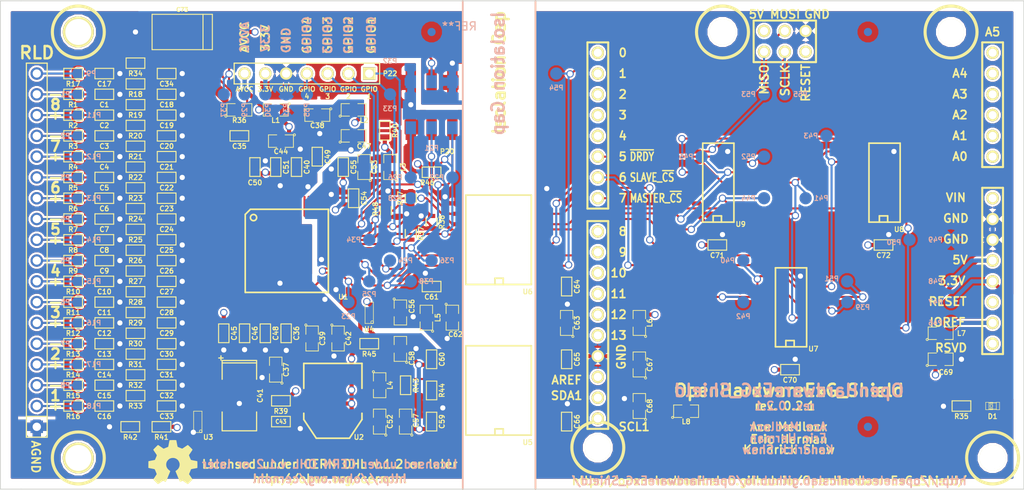
<source format=kicad_pcb>
(kicad_pcb (version 20171130) (host pcbnew "(5.1.12)-1")
  (layers (0 F.Cu signal) (1 Inner2.Cu power) (2 Inner1.Cu power) (31 B.Cu signal) (34 B.Paste user hide) (35 F.Paste user hide) (36 B.SilkS user hide) (37 F.SilkS user) (38 B.Mask user hide) (39 F.Mask user hide) (44 Edge.Cuts user))
  (net 0 "")
  (net 1 +3.3V)
  (net 2 +3.3VADC)
  (net 3 +5V)
  (net 4 /3.3V_ISO)
  (net 5 /ADS129x_CLK_ISO)
  (net 6 /ADS129x_DAISY_IN_ISO)
  (net 7 /ADS129x_DOUT)
  (net 8 /ADS129x_DOUT_ISO)
  (net 9 /ADS129x_GPIO1_ISO)
  (net 10 /ADS129x_GPIO2_ISO)
  (net 11 /ADS129x_GPIO3_ISO)
  (net 12 /ADS129x_GPIO4_ISO)
  (net 13 /ADS129x_MOSI_ISO)
  (net 14 /ADS129x_SCLK_ISO)
  (net 15 /ADS129x_~CS~)
  (net 16 /ADS129x_~CS~_ISO)
  (net 17 /ADS129x_~DRDY~)
  (net 18 /ADS129x_~DRDY~_ISO)
  (net 19 /ARDUINO_VCC)
  (net 20 /AVDD)
  (net 21 /AVDD1)
  (net 22 /BIASINV)
  (net 23 /BIASOUT)
  (net 24 /BIASOUT_FILT)
  (net 25 /IN1N)
  (net 26 /IN1P)
  (net 27 /IN2N)
  (net 28 /IN2P)
  (net 29 /IN3N)
  (net 30 /IN3P)
  (net 31 /IN4N)
  (net 32 /IN4P)
  (net 33 /IN5N)
  (net 34 /IN5P)
  (net 35 /IN6N)
  (net 36 /IN6P)
  (net 37 /IN7N)
  (net 38 /IN7P)
  (net 39 /IN8N)
  (net 40 /IN8P)
  (net 41 /MASTER)
  (net 42 /MASTER_AND_MASTER_CS)
  (net 43 /MASTER_DOUT)
  (net 44 /MASTER_ISO)
  (net 45 /MASTER_~CS~)
  (net 46 /MASTER_~DRDY~)
  (net 47 /MISO)
  (net 48 /MOSI)
  (net 49 /SCLK)
  (net 50 /SLAVE_AND_SLAVE_CS)
  (net 51 /SLAVE_~CS~)
  (net 52 /VIN_ISO)
  (net 53 /VSEL)
  (net 54 /~ENABLED_MISO~)
  (net 55 /~MASTER~)
  (net 56 AGND)
  (net 57 GND)
  (net 58 VCC)
  (net 59 "Net-(C1-Pad1)")
  (net 60 "Net-(C2-Pad1)")
  (net 61 "Net-(C3-Pad1)")
  (net 62 "Net-(C4-Pad1)")
  (net 63 "Net-(C5-Pad1)")
  (net 64 "Net-(C6-Pad1)")
  (net 65 "Net-(C7-Pad1)")
  (net 66 "Net-(C8-Pad1)")
  (net 67 "Net-(C9-Pad1)")
  (net 68 "Net-(C10-Pad1)")
  (net 69 "Net-(C11-Pad1)")
  (net 70 "Net-(C12-Pad1)")
  (net 71 "Net-(C13-Pad1)")
  (net 72 "Net-(C14-Pad1)")
  (net 73 "Net-(C15-Pad1)")
  (net 74 "Net-(C16-Pad1)")
  (net 75 "Net-(C17-Pad1)")
  (net 76 "Net-(C18-Pad1)")
  (net 77 "Net-(C19-Pad1)")
  (net 78 "Net-(C20-Pad1)")
  (net 79 "Net-(C21-Pad1)")
  (net 80 "Net-(C22-Pad1)")
  (net 81 "Net-(C23-Pad1)")
  (net 82 "Net-(C24-Pad1)")
  (net 83 "Net-(C25-Pad1)")
  (net 84 "Net-(C26-Pad1)")
  (net 85 "Net-(C27-Pad1)")
  (net 86 "Net-(C28-Pad1)")
  (net 87 "Net-(C29-Pad1)")
  (net 88 "Net-(C30-Pad1)")
  (net 89 "Net-(C31-Pad1)")
  (net 90 "Net-(C32-Pad1)")
  (net 91 "Net-(C33-Pad1)")
  (net 92 "Net-(C36-Pad2)")
  (net 93 "Net-(C38-Pad2)")
  (net 94 "Net-(C39-Pad1)")
  (net 95 "Net-(C41-Pad1)")
  (net 96 "Net-(C42-Pad1)")
  (net 97 "Net-(C43-Pad1)")
  (net 98 "Net-(C57-Pad1)")
  (net 99 "Net-(C61-Pad1)")
  (net 100 "Net-(C63-Pad1)")
  (net 101 "Net-(C65-Pad1)")
  (net 102 "Net-(D1-Pad2)")
  (net 103 "Net-(P19-Pad90)")
  (net 104 "Net-(P19-Pad92)")
  (net 105 "Net-(P19-Pad97)")
  (net 106 "Net-(P19-Pad54)")
  (net 107 "Net-(P19-Pad55)")
  (net 108 "Net-(P19-Pad56)")
  (net 109 "Net-(P19-Pad57)")
  (net 110 "Net-(P19-Pad58)")
  (net 111 "Net-(P19-Pad59)")
  (net 112 "Net-(P19-Pad89)")
  (net 113 "Net-(P19-Pad88)")
  (net 114 "Net-(P19-Pad0)")
  (net 115 "Net-(P19-Pad1)")
  (net 116 "Net-(P19-Pad2)")
  (net 117 "Net-(P19-Pad3)")
  (net 118 "Net-(P19-Pad4)")
  (net 119 "Net-(P19-Pad8)")
  (net 120 "Net-(P19-Pad9)")
  (net 121 "Net-(P19-Pad10)")
  (net 122 "Net-(P19-Pad11)")
  (net 123 "Net-(P19-Pad12)")
  (net 124 "Net-(P19-Pad13)")
  (net 125 "Net-(P19-Pad98)")
  (net 126 "Net-(P19-Pad70)")
  (net 127 "Net-(P19-Pad71)")
  (net 128 "Net-(R41-Pad2)")
  (net 129 "Net-(U1-Pad17)")
  (net 130 "Net-(U1-Pad18)")
  (net 131 "Net-(U1-Pad27)")
  (net 132 "Net-(U1-Pad29)")
  (net 133 "Net-(U1-Pad60)")
  (net 134 "Net-(U1-Pad62)")
  (net 135 "Net-(U1-Pad64)")
  (net 136 "Net-(U5-Pad4)")
  (net 137 "Net-(U5-Pad5)")
  (net 138 "Net-(U5-Pad11)")
  (net 139 "Net-(U5-Pad12)")
  (net 140 "Net-(U8-Pad10)")
  (module Fiducials:Fiducial_1mm_Dia_2.54mm_Outer_CopperTop (layer F.Cu) (at 170.18 83.82)
    (fp_text reference REF** hide)
    (fp_text value Fiducial_1mm_Dia_2.54mm_Outer_CopperTop hide)
    (pad ~ smd circle (at 0 0) (size 1 1) (layers F.Cu F.Mask) (clearance 0.77))
  )
  (module Fiducials:Fiducial_1mm_Dia_2.54mm_Outer_CopperTop (layer B.Cu) (at 165.1 81.28)
    (fp_text reference REF** hide)
    (fp_text value Fiducial_1mm_Dia_2.54mm_Outer_CopperTop hide)
    (pad ~ smd circle (at 0 0) (size 1 1) (layers B.Cu B.Mask) (clearance 0.77))
  )
  (module Fiducials:Fiducial_1mm_Dia_2.54mm_Outer_CopperTop (layer F.Cu) (at 170.18 35.56)
    (fp_text reference REF** hide)
    (fp_text value Fiducial_1mm_Dia_2.54mm_Outer_CopperTop hide)
    (pad ~ smd circle (at 0 0) (size 1 1) (layers F.Cu F.Mask) (clearance 0.77))
  )
  (module Fiducials:Fiducial_1mm_Dia_2.54mm_Outer_CopperTop (layer B.Cu) (at 165.1 33.02)
    (fp_text reference REF** hide)
    (fp_text value Fiducial_1mm_Dia_2.54mm_Outer_CopperTop hide)
    (pad ~ smd circle (at 0 0) (size 1 1) (layers B.Cu B.Mask) (clearance 0.77))
  )
  (module Fiducials:Fiducial_1mm_Dia_2.54mm_Outer_CopperTop (layer F.Cu) (at 73.66 83.82)
    (fp_text reference REF** hide)
    (fp_text value Fiducial_1mm_Dia_2.54mm_Outer_CopperTop hide)
    (pad ~ smd circle (at 0 0) (size 1 1) (layers F.Cu F.Mask) (clearance 0.77))
  )
  (module LOGO (layer F.Cu) (at 80.137 85.598)
    (fp_text reference G*** hide)
    (fp_text value LOGO hide)
  )
  (module Hole_M3 (layer F.Cu) (at 68.58 85.09)
    (fp_text reference Hole_M3 hide)
    (fp_text value VAL** hide)
    (pad "" np_thru_hole circle (at 0 0) (size 3.7973 3.7973) (drill 3.175) (layers *.Cu *.Mask F.SilkS))
  )
  (module Hole_M3 (layer F.Cu) (at 68.58 33.02)
    (fp_text reference Hole_M3 hide)
    (fp_text value VAL** hide)
    (pad "" np_thru_hole circle (at 0 0) (size 3.7973 3.7973) (drill 3.175) (layers *.Cu *.Mask F.SilkS))
  )
  (module TQFP_64 (layer F.Cu) (at 93.98 59.69 270)
    (fp_text reference U1 (at 5.715 -6.985) (layer F.SilkS) (effects (font (size 0.6 0.6) (thickness 0.127))))
    (fp_text value ADS1299 hide)
    (pad 1 smd rect (at -3.74904 5.86994 270) (size 0.24892 1.524) (layers F.Cu F.Paste F.Mask) (net 76 "Net-(C18-Pad1)"))
    (pad 2 smd oval (at -3.24866 5.86994 270) (size 0.24892 1.524) (layers F.Cu F.Paste F.Mask) (net 77 "Net-(C19-Pad1)"))
    (pad 3 smd oval (at -2.74828 5.86994 270) (size 0.24892 1.524) (layers F.Cu F.Paste F.Mask) (net 78 "Net-(C20-Pad1)"))
    (pad 4 smd oval (at -2.2479 5.86994 270) (size 0.24892 1.524) (layers F.Cu F.Paste F.Mask) (net 79 "Net-(C21-Pad1)"))
    (pad 5 smd oval (at -1.74752 5.86994 270) (size 0.24892 1.524) (layers F.Cu F.Paste F.Mask) (net 80 "Net-(C22-Pad1)"))
    (pad 6 smd oval (at -1.24968 5.86994 270) (size 0.24892 1.524) (layers F.Cu F.Paste F.Mask) (net 81 "Net-(C23-Pad1)"))
    (pad 7 smd oval (at -0.7493 5.86994 270) (size 0.24892 1.524) (layers F.Cu F.Paste F.Mask) (net 82 "Net-(C24-Pad1)"))
    (pad 8 smd oval (at -0.24892 5.86994 270) (size 0.24892 1.524) (layers F.Cu F.Paste F.Mask) (net 83 "Net-(C25-Pad1)"))
    (pad 9 smd oval (at 0.25146 5.86994 270) (size 0.24892 1.524) (layers F.Cu F.Paste F.Mask) (net 84 "Net-(C26-Pad1)"))
    (pad 10 smd oval (at 0.75184 5.86994 270) (size 0.24892 1.524) (layers F.Cu F.Paste F.Mask) (net 85 "Net-(C27-Pad1)"))
    (pad 11 smd oval (at 1.25222 5.86994 270) (size 0.24892 1.524) (layers F.Cu F.Paste F.Mask) (net 86 "Net-(C28-Pad1)"))
    (pad 12 smd oval (at 1.75006 5.86994 270) (size 0.24892 1.524) (layers F.Cu F.Paste F.Mask) (net 87 "Net-(C29-Pad1)"))
    (pad 13 smd oval (at 2.25044 5.86994 270) (size 0.24892 1.524) (layers F.Cu F.Paste F.Mask) (net 88 "Net-(C30-Pad1)"))
    (pad 14 smd oval (at 2.75082 5.86994 270) (size 0.24892 1.524) (layers F.Cu F.Paste F.Mask) (net 89 "Net-(C31-Pad1)"))
    (pad 15 smd oval (at 3.2512 5.86994 270) (size 0.24892 1.524) (layers F.Cu F.Paste F.Mask) (net 90 "Net-(C32-Pad1)"))
    (pad 16 smd oval (at 3.75158 5.86994 270) (size 0.24892 1.524) (layers F.Cu F.Paste F.Mask) (net 91 "Net-(C33-Pad1)"))
    (pad 17 smd oval (at 6.0325 3.74904 270) (size 1.524 0.24892) (layers F.Cu F.Paste F.Mask) (net 129 "Net-(U1-Pad17)"))
    (pad 18 smd oval (at 6.0325 3.24866 270) (size 1.524 0.24892) (layers F.Cu F.Paste F.Mask) (net 130 "Net-(U1-Pad18)"))
    (pad 19 smd oval (at 6.0325 2.74828 270) (size 1.524 0.24892) (layers F.Cu F.Paste F.Mask) (net 20 /AVDD))
    (pad 20 smd oval (at 6.0325 2.2479 270) (size 1.524 0.24892) (layers F.Cu F.Paste F.Mask) (net 56 AGND))
    (pad 21 smd oval (at 6.0325 1.74752 270) (size 1.524 0.24892) (layers F.Cu F.Paste F.Mask) (net 20 /AVDD))
    (pad 22 smd oval (at 6.0325 1.24968 270) (size 1.524 0.24892) (layers F.Cu F.Paste F.Mask) (net 20 /AVDD))
    (pad 23 smd oval (at 6.0325 0.7493 270) (size 1.524 0.24892) (layers F.Cu F.Paste F.Mask) (net 56 AGND))
    (pad 24 smd oval (at 6.0325 0.24892 270) (size 1.524 0.24892) (layers F.Cu F.Paste F.Mask) (net 92 "Net-(C36-Pad2)"))
    (pad 25 smd oval (at 6.0325 -0.25146 270) (size 1.524 0.24892) (layers F.Cu F.Paste F.Mask) (net 56 AGND))
    (pad 26 smd oval (at 6.0325 -0.75184 270) (size 1.524 0.24892) (layers F.Cu F.Paste F.Mask) (net 94 "Net-(C39-Pad1)"))
    (pad 27 smd oval (at 6.0325 -1.25222 270) (size 1.524 0.24892) (layers F.Cu F.Paste F.Mask) (net 131 "Net-(U1-Pad27)"))
    (pad 28 smd oval (at 6.0325 -1.75006 270) (size 1.524 0.24892) (layers F.Cu F.Paste F.Mask) (net 95 "Net-(C41-Pad1)"))
    (pad 29 smd oval (at 6.0325 -2.25044 270) (size 1.524 0.24892) (layers F.Cu F.Paste F.Mask) (net 132 "Net-(U1-Pad29)"))
    (pad 30 smd oval (at 6.0325 -2.75082 270) (size 1.524 0.24892) (layers F.Cu F.Paste F.Mask) (net 96 "Net-(C42-Pad1)"))
    (pad 31 smd oval (at 6.0325 -3.2512 270) (size 1.524 0.24892) (layers F.Cu F.Paste F.Mask) (net 56 AGND))
    (pad 32 smd oval (at 6.0325 -3.75158 270) (size 1.524 0.24892) (layers F.Cu F.Paste F.Mask) (net 56 AGND))
    (pad 33 smd oval (at 3.75158 -6.0325 270) (size 0.24892 1.524) (layers F.Cu F.Paste F.Mask) (net 56 AGND))
    (pad 34 smd oval (at 3.2512 -6.0325 270) (size 0.24892 1.524) (layers F.Cu F.Paste F.Mask) (net 13 /ADS129x_MOSI_ISO))
    (pad 35 smd oval (at 2.75082 -6.0325 270) (size 0.24892 1.524) (layers F.Cu F.Paste F.Mask) (net 4 /3.3V_ISO))
    (pad 36 smd oval (at 2.25044 -6.0325 270) (size 0.24892 1.524) (layers F.Cu F.Paste F.Mask) (net 4 /3.3V_ISO))
    (pad 37 smd oval (at 1.75006 -6.0325 270) (size 0.24892 1.524) (layers F.Cu F.Paste F.Mask) (net 5 /ADS129x_CLK_ISO))
    (pad 38 smd oval (at 1.25222 -6.0325 270) (size 0.24892 1.524) (layers F.Cu F.Paste F.Mask) (net 56 AGND))
    (pad 39 smd oval (at 0.75184 -6.0325 270) (size 0.24892 1.524) (layers F.Cu F.Paste F.Mask) (net 16 /ADS129x_~CS~_ISO))
    (pad 40 smd oval (at 0.25146 -6.0325 270) (size 0.24892 1.524) (layers F.Cu F.Paste F.Mask) (net 14 /ADS129x_SCLK_ISO))
    (pad 41 smd oval (at -0.24892 -6.0325 270) (size 0.24892 1.524) (layers F.Cu F.Paste F.Mask) (net 6 /ADS129x_DAISY_IN_ISO))
    (pad 42 smd oval (at -0.7493 -6.0325 270) (size 0.24892 1.524) (layers F.Cu F.Paste F.Mask) (net 9 /ADS129x_GPIO1_ISO))
    (pad 43 smd oval (at -1.24968 -6.0325 270) (size 0.24892 1.524) (layers F.Cu F.Paste F.Mask) (net 8 /ADS129x_DOUT_ISO))
    (pad 44 smd oval (at -1.74752 -6.0325 270) (size 0.24892 1.524) (layers F.Cu F.Paste F.Mask) (net 10 /ADS129x_GPIO2_ISO))
    (pad 45 smd oval (at -2.2479 -6.0325 270) (size 0.24892 1.524) (layers F.Cu F.Paste F.Mask) (net 11 /ADS129x_GPIO3_ISO))
    (pad 46 smd oval (at -2.74828 -6.0325 270) (size 0.24892 1.524) (layers F.Cu F.Paste F.Mask) (net 12 /ADS129x_GPIO4_ISO))
    (pad 47 smd oval (at -3.24866 -6.0325 270) (size 0.24892 1.524) (layers F.Cu F.Paste F.Mask) (net 18 /ADS129x_~DRDY~_ISO))
    (pad 48 smd oval (at -3.74904 -6.0325 270) (size 0.24892 1.524) (layers F.Cu F.Paste F.Mask) (net 2 +3.3VADC))
    (pad 49 smd oval (at -5.86994 -3.75158 270) (size 1.524 0.24892) (layers F.Cu F.Paste F.Mask) (net 56 AGND))
    (pad 50 smd oval (at -5.86994 -3.2512 270) (size 1.524 0.24892) (layers F.Cu F.Paste F.Mask) (net 2 +3.3VADC))
    (pad 52 smd oval (at -5.86994 -2.25044 270) (size 1.524 0.24892) (layers F.Cu F.Paste F.Mask) (net 44 /MASTER_ISO))
    (pad 51 smd oval (at -5.88772 -2.75082 270) (size 1.524 0.24892) (layers F.Cu F.Paste F.Mask) (net 56 AGND))
    (pad 53 smd oval (at -5.86994 -1.75006 270) (size 1.524 0.24892) (layers F.Cu F.Paste F.Mask) (net 56 AGND))
    (pad 54 smd oval (at -5.86994 -1.25222 270) (size 1.524 0.24892) (layers F.Cu F.Paste F.Mask) (net 21 /AVDD1))
    (pad 55 smd oval (at -5.86994 -0.75184 270) (size 1.524 0.24892) (layers F.Cu F.Paste F.Mask) (net 93 "Net-(C38-Pad2)"))
    (pad 56 smd oval (at -5.86994 -0.25146 270) (size 1.524 0.24892) (layers F.Cu F.Paste F.Mask) (net 20 /AVDD))
    (pad 57 smd oval (at -5.86994 0.24892 270) (size 1.524 0.24892) (layers F.Cu F.Paste F.Mask) (net 56 AGND))
    (pad 58 smd oval (at -5.86994 0.7493 270) (size 1.524 0.24892) (layers F.Cu F.Paste F.Mask) (net 56 AGND))
    (pad 59 smd oval (at -5.86994 1.24206 270) (size 1.524 0.24892) (layers F.Cu F.Paste F.Mask) (net 20 /AVDD))
    (pad 60 smd oval (at -5.86994 1.74244 270) (size 1.524 0.24892) (layers F.Cu F.Paste F.Mask) (net 133 "Net-(U1-Pad60)"))
    (pad 61 smd oval (at -5.86994 2.24282 270) (size 1.524 0.24892) (layers F.Cu F.Paste F.Mask) (net 22 /BIASINV))
    (pad 62 smd oval (at -5.86994 2.7432 270) (size 1.524 0.24892) (layers F.Cu F.Paste F.Mask) (net 134 "Net-(U1-Pad62)"))
    (pad 63 smd oval (at -5.86994 3.24104 270) (size 1.524 0.24892) (layers F.Cu F.Paste F.Mask) (net 23 /BIASOUT))
    (pad 64 smd oval (at -5.86994 3.74142 270) (size 1.524 0.24892) (layers F.Cu F.Paste F.Mask) (net 135 "Net-(U1-Pad64)"))
  )
  (module SOT23 (layer F.Cu) (at 104.14 67.31 90)
    (fp_text reference U4 (at -2.032 0 180) (layer F.SilkS) (effects (font (size 0.6 0.6) (thickness 0.127))))
    (fp_text value 873-AAT3220IGY-33T1 hide)
    (pad 3 smd rect (at 0 -1.09982 90) (size 0.8001 1.00076) (layers F.Cu F.Paste F.Mask) (net 52 /VIN_ISO))
    (pad 2 smd rect (at 0.9525 1.09982 90) (size 0.8001 1.00076) (layers F.Cu F.Paste F.Mask) (net 4 /3.3V_ISO))
    (pad 1 smd rect (at -0.9525 1.09982 90) (size 0.8001 1.00076) (layers F.Cu F.Paste F.Mask) (net 56 AGND))
  )
  (module SOT23 (layer F.Cu) (at 83.185 80.645 90)
    (fp_text reference U3 (at -1.905 1.27 180) (layer F.SilkS) (effects (font (size 0.6 0.6) (thickness 0.127))))
    (fp_text value TL431BIDBZR hide)
    (pad 3 smd rect (at 0 -1.09982 90) (size 0.8001 1.00076) (layers F.Cu F.Paste F.Mask) (net 56 AGND))
    (pad 2 smd rect (at 0.9525 1.09982 90) (size 0.8001 1.00076) (layers F.Cu F.Paste F.Mask) (net 128 "Net-(R41-Pad2)"))
    (pad 1 smd rect (at -0.9525 1.09982 90) (size 0.8001 1.00076) (layers F.Cu F.Paste F.Mask) (net 97 "Net-(C43-Pad1)"))
  )
  (module SOT223 (layer F.Cu) (at 99.695 78.105 180)
    (fp_text reference U2 (at -3.175 -4.445 180) (layer F.SilkS) (effects (font (size 0.6 0.6) (thickness 0.127))))
    (fp_text value Z0109MNT1G hide)
    (pad 4 smd rect (at 0 -3.302 180) (size 3.6576 2.032) (layers F.Cu F.Paste F.Mask))
    (pad 2 smd rect (at 0 3.302 180) (size 1.016 2.032) (layers F.Cu F.Paste F.Mask) (net 56 AGND))
    (pad 3 smd rect (at 2.286 3.302 180) (size 1.016 2.032) (layers F.Cu F.Paste F.Mask) (net 97 "Net-(C43-Pad1)"))
    (pad 1 smd rect (at -2.286 3.302 180) (size 1.016 2.032) (layers F.Cu F.Paste F.Mask) (net 52 /VIN_ISO))
  )
  (module SO16W (layer F.Cu) (at 120.015 76.835 90)
    (fp_text reference U5 (at -6.35 3.4925 180) (layer F.SilkS) (effects (font (size 0.6 0.6) (thickness 0.127))))
    (fp_text value ADUM6000 hide)
    (pad 1 smd rect (at -4.445 5.08 90) (size 0.508 1.143) (layers F.Cu F.Paste F.Mask) (net 101 "Net-(C65-Pad1)"))
    (pad 2 smd rect (at -3.175 5.08 90) (size 0.508 1.143) (layers F.Cu F.Paste F.Mask) (net 57 GND))
    (pad 3 smd rect (at -1.905 5.08 90) (size 0.508 1.143) (layers F.Cu F.Paste F.Mask) (net 57 GND))
    (pad 4 smd rect (at -0.635 5.08 90) (size 0.508 1.143) (layers F.Cu F.Paste F.Mask) (net 136 "Net-(U5-Pad4)"))
    (pad 5 smd rect (at 0.635 5.08 90) (size 0.508 1.143) (layers F.Cu F.Paste F.Mask) (net 137 "Net-(U5-Pad5)"))
    (pad 6 smd rect (at 1.905 5.08 90) (size 0.508 1.143) (layers F.Cu F.Paste F.Mask) (net 101 "Net-(C65-Pad1)"))
    (pad 7 smd rect (at 3.175 5.08 90) (size 0.508 1.143) (layers F.Cu F.Paste F.Mask) (net 101 "Net-(C65-Pad1)"))
    (pad 8 smd rect (at 4.445 5.08 90) (size 0.508 1.143) (layers F.Cu F.Paste F.Mask) (net 57 GND))
    (pad 9 smd rect (at 4.445 -5.08 90) (size 0.508 1.143) (layers F.Cu F.Paste F.Mask) (net 56 AGND))
    (pad 10 smd rect (at 3.175 -5.08 90) (size 0.508 1.143) (layers F.Cu F.Paste F.Mask) (net 98 "Net-(C57-Pad1)"))
    (pad 11 smd rect (at 1.905 -5.08 90) (size 0.508 1.143) (layers F.Cu F.Paste F.Mask) (net 138 "Net-(U5-Pad11)"))
    (pad 12 smd rect (at 0.635 -5.08 90) (size 0.508 1.143) (layers F.Cu F.Paste F.Mask) (net 139 "Net-(U5-Pad12)"))
    (pad 13 smd rect (at -0.635 -5.08 90) (size 0.508 1.143) (layers F.Cu F.Paste F.Mask) (net 53 /VSEL))
    (pad 14 smd rect (at -1.905 -5.08 90) (size 0.508 1.143) (layers F.Cu F.Paste F.Mask) (net 56 AGND))
    (pad 15 smd rect (at -3.175 -5.08 90) (size 0.508 1.143) (layers F.Cu F.Paste F.Mask) (net 56 AGND))
    (pad 16 smd rect (at -4.445 -5.08 90) (size 0.508 1.143) (layers F.Cu F.Paste F.Mask) (net 98 "Net-(C57-Pad1)"))
  )
  (module SO16W (layer F.Cu) (at 120.015 58.42 90)
    (fp_text reference U6 (at -6.35 3.4925 180) (layer F.SilkS) (effects (font (size 0.6 0.6) (thickness 0.127))))
    (fp_text value SI8663 hide)
    (pad 1 smd rect (at -4.445 5.08 90) (size 0.508 1.143) (layers F.Cu F.Paste F.Mask) (net 100 "Net-(C63-Pad1)"))
    (pad 2 smd rect (at -3.175 5.08 90) (size 0.508 1.143) (layers F.Cu F.Paste F.Mask) (net 48 /MOSI))
    (pad 3 smd rect (at -1.905 5.08 90) (size 0.508 1.143) (layers F.Cu F.Paste F.Mask) (net 15 /ADS129x_~CS~))
    (pad 4 smd rect (at -0.635 5.08 90) (size 0.508 1.143) (layers F.Cu F.Paste F.Mask) (net 49 /SCLK))
    (pad 5 smd rect (at 0.635 5.08 90) (size 0.508 1.143) (layers F.Cu F.Paste F.Mask) (net 7 /ADS129x_DOUT))
    (pad 6 smd rect (at 1.905 5.08 90) (size 0.508 1.143) (layers F.Cu F.Paste F.Mask) (net 17 /ADS129x_~DRDY~))
    (pad 7 smd rect (at 3.175 5.08 90) (size 0.508 1.143) (layers F.Cu F.Paste F.Mask) (net 41 /MASTER))
    (pad 8 smd rect (at 4.445 5.08 90) (size 0.508 1.143) (layers F.Cu F.Paste F.Mask) (net 57 GND))
    (pad 9 smd rect (at 4.445 -5.08 90) (size 0.508 1.143) (layers F.Cu F.Paste F.Mask) (net 56 AGND))
    (pad 10 smd rect (at 3.175 -5.08 90) (size 0.508 1.143) (layers F.Cu F.Paste F.Mask) (net 44 /MASTER_ISO))
    (pad 11 smd rect (at 1.905 -5.08 90) (size 0.508 1.143) (layers F.Cu F.Paste F.Mask) (net 18 /ADS129x_~DRDY~_ISO))
    (pad 12 smd rect (at 0.635 -5.08 90) (size 0.508 1.143) (layers F.Cu F.Paste F.Mask) (net 8 /ADS129x_DOUT_ISO))
    (pad 13 smd rect (at -0.635 -5.08 90) (size 0.508 1.143) (layers F.Cu F.Paste F.Mask) (net 14 /ADS129x_SCLK_ISO))
    (pad 14 smd rect (at -1.905 -5.08 90) (size 0.508 1.143) (layers F.Cu F.Paste F.Mask) (net 16 /ADS129x_~CS~_ISO))
    (pad 15 smd rect (at -3.175 -5.08 90) (size 0.508 1.143) (layers F.Cu F.Paste F.Mask) (net 13 /ADS129x_MOSI_ISO))
    (pad 16 smd rect (at -4.445 -5.08 90) (size 0.508 1.143) (layers F.Cu F.Paste F.Mask) (net 99 "Net-(C61-Pad1)"))
  )
  (module SO14E (layer F.Cu) (at 155.575 66.675 90)
    (fp_text reference U7 (at -5.08 2.8575 180) (layer F.SilkS) (effects (font (size 0.6 0.6) (thickness 0.127))))
    (fp_text value 74LS02 hide)
    (pad 1 smd rect (at -3.81 2.794 90) (size 0.508 1.143) (layers F.Cu F.Paste F.Mask) (net 42 /MASTER_AND_MASTER_CS))
    (pad 2 smd rect (at -2.54 2.794 90) (size 0.508 1.143) (layers F.Cu F.Paste F.Mask) (net 45 /MASTER_~CS~))
    (pad 3 smd rect (at -1.27 2.794 90) (size 0.508 1.143) (layers F.Cu F.Paste F.Mask) (net 55 /~MASTER~))
    (pad 4 smd rect (at 0 2.794 90) (size 0.508 1.143) (layers F.Cu F.Paste F.Mask) (net 50 /SLAVE_AND_SLAVE_CS))
    (pad 5 smd rect (at 1.27 2.794 90) (size 0.508 1.143) (layers F.Cu F.Paste F.Mask) (net 51 /SLAVE_~CS~))
    (pad 6 smd rect (at 2.54 2.794 90) (size 0.508 1.143) (layers F.Cu F.Paste F.Mask) (net 41 /MASTER))
    (pad 7 smd rect (at 3.81 2.794 90) (size 0.508 1.143) (layers F.Cu F.Paste F.Mask) (net 57 GND))
    (pad 8 smd rect (at 3.81 -2.54 90) (size 0.508 1.143) (layers F.Cu F.Paste F.Mask) (net 42 /MASTER_AND_MASTER_CS))
    (pad 9 smd rect (at 2.54 -2.54 90) (size 0.508 1.143) (layers F.Cu F.Paste F.Mask) (net 50 /SLAVE_AND_SLAVE_CS))
    (pad 10 smd rect (at 1.27 -2.54 90) (size 0.508 1.143) (layers F.Cu F.Paste F.Mask) (net 15 /ADS129x_~CS~))
    (pad 11 smd rect (at 0 -2.54 90) (size 0.508 1.143) (layers F.Cu F.Paste F.Mask))
    (pad 12 smd rect (at -1.27 -2.54 90) (size 0.508 1.143) (layers F.Cu F.Paste F.Mask))
    (pad 13 smd rect (at -2.54 -2.54 90) (size 0.508 1.143) (layers F.Cu F.Paste F.Mask))
    (pad 14 smd rect (at -3.81 -2.54 90) (size 0.508 1.143) (layers F.Cu F.Paste F.Mask) (net 58 VCC))
  )
  (module SO14E (layer F.Cu) (at 167.005 51.435 90)
    (fp_text reference U8 (at -5.715 1.905 180) (layer F.SilkS) (effects (font (size 0.6 0.6) (thickness 0.127))))
    (fp_text value 74LS00 hide)
    (pad 1 smd rect (at -3.81 2.794 90) (size 0.508 1.143) (layers F.Cu F.Paste F.Mask) (net 45 /MASTER_~CS~))
    (pad 2 smd rect (at -2.54 2.794 90) (size 0.508 1.143) (layers F.Cu F.Paste F.Mask) (net 45 /MASTER_~CS~))
    (pad 3 smd rect (at -1.27 2.794 90) (size 0.508 1.143) (layers F.Cu F.Paste F.Mask) (net 140 "Net-(U8-Pad10)"))
    (pad 4 smd rect (at 0 2.794 90) (size 0.508 1.143) (layers F.Cu F.Paste F.Mask) (net 41 /MASTER))
    (pad 5 smd rect (at 1.27 2.794 90) (size 0.508 1.143) (layers F.Cu F.Paste F.Mask) (net 41 /MASTER))
    (pad 6 smd rect (at 2.54 2.794 90) (size 0.508 1.143) (layers F.Cu F.Paste F.Mask) (net 55 /~MASTER~))
    (pad 7 smd rect (at 3.81 2.794 90) (size 0.508 1.143) (layers F.Cu F.Paste F.Mask) (net 57 GND))
    (pad 8 smd rect (at 3.81 -2.54 90) (size 0.508 1.143) (layers F.Cu F.Paste F.Mask) (net 54 /~ENABLED_MISO~))
    (pad 9 smd rect (at 2.54 -2.54 90) (size 0.508 1.143) (layers F.Cu F.Paste F.Mask) (net 41 /MASTER))
    (pad 10 smd rect (at 1.27 -2.54 90) (size 0.508 1.143) (layers F.Cu F.Paste F.Mask) (net 140 "Net-(U8-Pad10)"))
    (pad 11 smd rect (at 0 -2.54 90) (size 0.508 1.143) (layers F.Cu F.Paste F.Mask))
    (pad 12 smd rect (at -1.27 -2.54 90) (size 0.508 1.143) (layers F.Cu F.Paste F.Mask))
    (pad 13 smd rect (at -2.54 -2.54 90) (size 0.508 1.143) (layers F.Cu F.Paste F.Mask))
    (pad 14 smd rect (at -3.81 -2.54 90) (size 0.508 1.143) (layers F.Cu F.Paste F.Mask) (net 58 VCC))
  )
  (module SO14E (layer F.Cu) (at 146.685 51.435 90)
    (fp_text reference U9 (at -5.08 2.8575 180) (layer F.SilkS) (effects (font (size 0.6 0.6) (thickness 0.127))))
    (fp_text value 74LS125 hide)
    (pad 1 smd rect (at -3.81 2.794 90) (size 0.508 1.143) (layers F.Cu F.Paste F.Mask) (net 55 /~MASTER~))
    (pad 2 smd rect (at -2.54 2.794 90) (size 0.508 1.143) (layers F.Cu F.Paste F.Mask) (net 7 /ADS129x_DOUT))
    (pad 3 smd rect (at -1.27 2.794 90) (size 0.508 1.143) (layers F.Cu F.Paste F.Mask) (net 43 /MASTER_DOUT))
    (pad 4 smd rect (at 0 2.794 90) (size 0.508 1.143) (layers F.Cu F.Paste F.Mask) (net 55 /~MASTER~))
    (pad 5 smd rect (at 1.27 2.794 90) (size 0.508 1.143) (layers F.Cu F.Paste F.Mask) (net 17 /ADS129x_~DRDY~))
    (pad 6 smd rect (at 2.54 2.794 90) (size 0.508 1.143) (layers F.Cu F.Paste F.Mask) (net 46 /MASTER_~DRDY~))
    (pad 7 smd rect (at 3.81 2.794 90) (size 0.508 1.143) (layers F.Cu F.Paste F.Mask) (net 57 GND))
    (pad 8 smd rect (at 3.81 -2.54 90) (size 0.508 1.143) (layers F.Cu F.Paste F.Mask) (net 47 /MISO))
    (pad 9 smd rect (at 2.54 -2.54 90) (size 0.508 1.143) (layers F.Cu F.Paste F.Mask) (net 43 /MASTER_DOUT))
    (pad 10 smd rect (at 1.27 -2.54 90) (size 0.508 1.143) (layers F.Cu F.Paste F.Mask) (net 54 /~ENABLED_MISO~))
    (pad 11 smd rect (at 0 -2.54 90) (size 0.508 1.143) (layers F.Cu F.Paste F.Mask))
    (pad 12 smd rect (at -1.27 -2.54 90) (size 0.508 1.143) (layers F.Cu F.Paste F.Mask))
    (pad 13 smd rect (at -2.54 -2.54 90) (size 0.508 1.143) (layers F.Cu F.Paste F.Mask))
    (pad 14 smd rect (at -3.81 -2.54 90) (size 0.508 1.143) (layers F.Cu F.Paste F.Mask) (net 58 VCC))
  )
  (module SM2512 (layer F.Cu) (at 88.265 77.47 270)
    (fp_text reference C41 (at 0 -2.54 270) (layer F.SilkS) (effects (font (size 0.6 0.6) (thickness 0.127))))
    (fp_text value 100uF hide)
    (fp_text user + (at -4.59994 2.30124 270) (layer F.SilkS) (effects (font (size 0.7 0.7))))
    (pad 1 smd rect (at -2.99974 0 270) (size 1.99898 2.99974) (layers F.Cu F.Paste F.Mask) (net 95 "Net-(C41-Pad1)"))
    (pad 2 smd rect (at 2.99974 0 270) (size 1.99898 2.99974) (layers F.Cu F.Paste F.Mask) (net 56 AGND))
  )
  (module SM0805 (layer F.Cu) (at 137.16 78.74 90)
    (fp_text reference C68 (at 0 1.27 90) (layer F.SilkS) (effects (font (size 0.6 0.6) (thickness 0.127))))
    (fp_text value 10uF hide)
    (pad 1 smd rect (at -0.9525 0 90) (size 0.889 1.397) (layers F.Cu F.Paste F.Mask) (net 101 "Net-(C65-Pad1)"))
    (pad 2 smd rect (at 0.9525 0 90) (size 0.889 1.397) (layers F.Cu F.Paste F.Mask) (net 57 GND))
  )
  (module SM0805 (layer F.Cu) (at 137.16 73.66 90)
    (fp_text reference C67 (at 0 1.27 90) (layer F.SilkS) (effects (font (size 0.6 0.6) (thickness 0.127))))
    (fp_text value 10uF hide)
    (pad 1 smd rect (at -0.9525 0 90) (size 0.889 1.397) (layers F.Cu F.Paste F.Mask) (net 101 "Net-(C65-Pad1)"))
    (pad 2 smd rect (at 0.9525 0 90) (size 0.889 1.397) (layers F.Cu F.Paste F.Mask) (net 57 GND))
  )
  (module SM0805 (layer F.Cu) (at 142.875 79.375)
    (fp_text reference L8 (at 0 1.27) (layer F.SilkS) (effects (font (size 0.6 0.6) (thickness 0.127))))
    (fp_text value MH2029-221Y hide)
    (pad 1 smd rect (at -0.9525 0) (size 0.889 1.397) (layers F.Cu F.Paste F.Mask) (net 101 "Net-(C65-Pad1)"))
    (pad 2 smd rect (at 0.9525 0) (size 0.889 1.397) (layers F.Cu F.Paste F.Mask) (net 3 +5V))
  )
  (module SM0805 (layer F.Cu) (at 107.95 71.755 90)
    (fp_text reference C58 (at -1.143 1.397 90) (layer F.SilkS) (effects (font (size 0.6 0.6) (thickness 0.127))))
    (fp_text value 10uF hide)
    (pad 1 smd rect (at -0.9525 0 90) (size 0.889 1.397) (layers F.Cu F.Paste F.Mask) (net 98 "Net-(C57-Pad1)"))
    (pad 2 smd rect (at 0.9525 0 90) (size 0.889 1.397) (layers F.Cu F.Paste F.Mask) (net 56 AGND))
  )
  (module SM0805 (layer F.Cu) (at 108.585 80.645 90)
    (fp_text reference C57 (at 0.127 1.27 90) (layer F.SilkS) (effects (font (size 0.6 0.6) (thickness 0.127))))
    (fp_text value 10uF hide)
    (pad 1 smd rect (at -0.9525 0 90) (size 0.889 1.397) (layers F.Cu F.Paste F.Mask) (net 98 "Net-(C57-Pad1)"))
    (pad 2 smd rect (at 0.9525 0 90) (size 0.889 1.397) (layers F.Cu F.Paste F.Mask) (net 56 AGND))
  )
  (module SM0805 (layer F.Cu) (at 105.41 76.2 270)
    (fp_text reference L4 (at 0 -1.27 270) (layer F.SilkS) (effects (font (size 0.6 0.6) (thickness 0.127))))
    (fp_text value MH2029-221Y hide)
    (pad 1 smd rect (at -0.9525 0 270) (size 0.889 1.397) (layers F.Cu F.Paste F.Mask) (net 98 "Net-(C57-Pad1)"))
    (pad 2 smd rect (at 0.9525 0 270) (size 0.889 1.397) (layers F.Cu F.Paste F.Mask) (net 52 /VIN_ISO))
  )
  (module SM0805 (layer F.Cu) (at 173.99 73.025)
    (fp_text reference C69 (at 0.635 1.5875) (layer F.SilkS) (effects (font (size 0.6 0.6) (thickness 0.127))))
    (fp_text value 10uF hide)
    (pad 1 smd rect (at -0.9525 0) (size 0.889 1.397) (layers F.Cu F.Paste F.Mask) (net 58 VCC))
    (pad 2 smd rect (at 0.9525 0) (size 0.889 1.397) (layers F.Cu F.Paste F.Mask) (net 57 GND))
  )
  (module SM0805 (layer F.Cu) (at 173.99 69.85)
    (fp_text reference L7 (at 2.54 0) (layer F.SilkS) (effects (font (size 0.6 0.6) (thickness 0.127))))
    (fp_text value MH2029-221Y hide)
    (pad 1 smd rect (at -0.9525 0) (size 0.889 1.397) (layers F.Cu F.Paste F.Mask) (net 58 VCC))
    (pad 2 smd rect (at 0.9525 0) (size 0.889 1.397) (layers F.Cu F.Paste F.Mask) (net 19 /ARDUINO_VCC))
  )
  (module SM0805 (layer F.Cu) (at 107.95 67.31 270)
    (fp_text reference C56 (at -0.762 -1.397 270) (layer F.SilkS) (effects (font (size 0.6 0.6) (thickness 0.127))))
    (fp_text value 10uF hide)
    (pad 1 smd rect (at -0.9525 0 270) (size 0.889 1.397) (layers F.Cu F.Paste F.Mask) (net 4 /3.3V_ISO))
    (pad 2 smd rect (at 0.9525 0 270) (size 0.889 1.397) (layers F.Cu F.Paste F.Mask) (net 56 AGND))
  )
  (module SM0805 (layer F.Cu) (at 105.41 80.645 90)
    (fp_text reference C52 (at 0 1.27 90) (layer F.SilkS) (effects (font (size 0.6 0.6) (thickness 0.127))))
    (fp_text value 10uF hide)
    (pad 1 smd rect (at -0.9525 0 90) (size 0.889 1.397) (layers F.Cu F.Paste F.Mask) (net 52 /VIN_ISO))
    (pad 2 smd rect (at 0.9525 0 90) (size 0.889 1.397) (layers F.Cu F.Paste F.Mask) (net 56 AGND))
  )
  (module SM0805 (layer F.Cu) (at 102.235 42.545)
    (fp_text reference L2 (at 1.27 1.27) (layer F.SilkS) (effects (font (size 0.6 0.6) (thickness 0.127))))
    (fp_text value MH2029-221Y hide)
    (pad 1 smd rect (at -0.9525 0) (size 0.889 1.397) (layers F.Cu F.Paste F.Mask) (net 21 /AVDD1))
    (pad 2 smd rect (at 0.9525 0) (size 0.889 1.397) (layers F.Cu F.Paste F.Mask) (net 52 /VIN_ISO))
  )
  (module SM0805 (layer F.Cu) (at 92.71 74.295 90)
    (fp_text reference C37 (at 0 1.27 90) (layer F.SilkS) (effects (font (size 0.6 0.6) (thickness 0.127))))
    (fp_text value 10uF hide)
    (pad 1 smd rect (at -0.9525 0 90) (size 0.889 1.397) (layers F.Cu F.Paste F.Mask) (net 56 AGND))
    (pad 2 smd rect (at 0.9525 0 90) (size 0.889 1.397) (layers F.Cu F.Paste F.Mask) (net 92 "Net-(C36-Pad2)"))
  )
  (module SM0805 (layer F.Cu) (at 100.33 70.485 270)
    (fp_text reference C42 (at 0 -1.27 270) (layer F.SilkS) (effects (font (size 0.6 0.6) (thickness 0.127))))
    (fp_text value 10uF hide)
    (pad 1 smd rect (at -0.9525 0 270) (size 0.889 1.397) (layers F.Cu F.Paste F.Mask) (net 96 "Net-(C42-Pad1)"))
    (pad 2 smd rect (at 0.9525 0 270) (size 0.889 1.397) (layers F.Cu F.Paste F.Mask) (net 56 AGND))
  )
  (module SM0805 (layer F.Cu) (at 97.79 43.18 180)
    (fp_text reference C38 (at 0 -1.27 180) (layer F.SilkS) (effects (font (size 0.6 0.6) (thickness 0.127))))
    (fp_text value 10uF hide)
    (pad 1 smd rect (at -0.9525 0 180) (size 0.889 1.397) (layers F.Cu F.Paste F.Mask) (net 56 AGND))
    (pad 2 smd rect (at 0.9525 0 180) (size 0.889 1.397) (layers F.Cu F.Paste F.Mask) (net 93 "Net-(C38-Pad2)"))
  )
  (module SM0805 (layer F.Cu) (at 97.155 70.485 270)
    (fp_text reference C39 (at 0 -1.27 270) (layer F.SilkS) (effects (font (size 0.6 0.6) (thickness 0.127))))
    (fp_text value 10uF hide)
    (pad 1 smd rect (at -0.9525 0 270) (size 0.889 1.397) (layers F.Cu F.Paste F.Mask) (net 94 "Net-(C39-Pad1)"))
    (pad 2 smd rect (at 0.9525 0 270) (size 0.889 1.397) (layers F.Cu F.Paste F.Mask) (net 56 AGND))
  )
  (module SM0805 (layer F.Cu) (at 88.265 42.545)
    (fp_text reference R36 (at 0 1.27) (layer F.SilkS) (effects (font (size 0.6 0.6) (thickness 0.127))))
    (fp_text value 1M hide)
    (pad 1 smd rect (at -0.9525 0) (size 0.889 1.397) (layers F.Cu F.Paste F.Mask) (net 23 /BIASOUT))
    (pad 2 smd rect (at 0.9525 0) (size 0.889 1.397) (layers F.Cu F.Paste F.Mask) (net 22 /BIASINV))
  )
  (module SM0805 (layer F.Cu) (at 102.235 45.72)
    (fp_text reference C47 (at 1.27 1.27) (layer F.SilkS) (effects (font (size 0.6 0.6) (thickness 0.127))))
    (fp_text value 10uF hide)
    (pad 1 smd rect (at -0.9525 0) (size 0.889 1.397) (layers F.Cu F.Paste F.Mask) (net 21 /AVDD1))
    (pad 2 smd rect (at 0.9525 0) (size 0.889 1.397) (layers F.Cu F.Paste F.Mask) (net 56 AGND))
  )
  (module SM0805 (layer F.Cu) (at 92.71 42.545 180)
    (fp_text reference L1 (at 0 -1.27 180) (layer F.SilkS) (effects (font (size 0.6 0.6) (thickness 0.127))))
    (fp_text value MH2029-221Y hide)
    (pad 1 smd rect (at -0.9525 0 180) (size 0.889 1.397) (layers F.Cu F.Paste F.Mask) (net 20 /AVDD))
    (pad 2 smd rect (at 0.9525 0 180) (size 0.889 1.397) (layers F.Cu F.Paste F.Mask) (net 52 /VIN_ISO))
  )
  (module SM0805 (layer F.Cu) (at 137.16 68.58 90)
    (fp_text reference L6 (at 0 1.27 90) (layer F.SilkS) (effects (font (size 0.6 0.6) (thickness 0.127))))
    (fp_text value MH2029-221Y hide)
    (pad 1 smd rect (at -0.9525 0 90) (size 0.889 1.397) (layers F.Cu F.Paste F.Mask) (net 100 "Net-(C63-Pad1)"))
    (pad 2 smd rect (at 0.9525 0 90) (size 0.889 1.397) (layers F.Cu F.Paste F.Mask) (net 58 VCC))
  )
  (module SM0805 (layer F.Cu) (at 128.27 68.58 90)
    (fp_text reference C63 (at 0 1.27 90) (layer F.SilkS) (effects (font (size 0.6 0.6) (thickness 0.127))))
    (fp_text value 10uF hide)
    (pad 1 smd rect (at -0.9525 0 90) (size 0.889 1.397) (layers F.Cu F.Paste F.Mask) (net 100 "Net-(C63-Pad1)"))
    (pad 2 smd rect (at 0.9525 0 90) (size 0.889 1.397) (layers F.Cu F.Paste F.Mask) (net 57 GND))
  )
  (module SM0805 (layer F.Cu) (at 114.3 67.945 270)
    (fp_text reference C62 (at 2.032 -0.381) (layer F.SilkS) (effects (font (size 0.6 0.6) (thickness 0.127))))
    (fp_text value 10uF hide)
    (pad 1 smd rect (at -0.9525 0 270) (size 0.889 1.397) (layers F.Cu F.Paste F.Mask) (net 99 "Net-(C61-Pad1)"))
    (pad 2 smd rect (at 0.9525 0 270) (size 0.889 1.397) (layers F.Cu F.Paste F.Mask) (net 56 AGND))
  )
  (module SM0805 (layer F.Cu) (at 111.125 67.945 90)
    (fp_text reference L5 (at 0 1.397 90) (layer F.SilkS) (effects (font (size 0.6 0.6) (thickness 0.127))))
    (fp_text value MH2029-221Y hide)
    (pad 1 smd rect (at -0.9525 0 90) (size 0.889 1.397) (layers F.Cu F.Paste F.Mask) (net 99 "Net-(C61-Pad1)"))
    (pad 2 smd rect (at 0.9525 0 90) (size 0.889 1.397) (layers F.Cu F.Paste F.Mask) (net 4 /3.3V_ISO))
  )
  (module SM0805 (layer F.Cu) (at 106.68 49.53 90)
    (fp_text reference L3 (at 0 1.5875 90) (layer F.SilkS) (effects (font (size 0.6 0.6) (thickness 0.127))))
    (fp_text value MH2029-221Y hide)
    (pad 1 smd rect (at -0.9525 0 90) (size 0.889 1.397) (layers F.Cu F.Paste F.Mask) (net 2 +3.3VADC))
    (pad 2 smd rect (at 0.9525 0 90) (size 0.889 1.397) (layers F.Cu F.Paste F.Mask) (net 4 /3.3V_ISO))
  )
  (module SM0805 (layer F.Cu) (at 103.505 49.53 90)
    (fp_text reference C53 (at 0 1.27 90) (layer F.SilkS) (effects (font (size 0.6 0.6) (thickness 0.127))))
    (fp_text value 10uF hide)
    (pad 1 smd rect (at -0.9525 0 90) (size 0.889 1.397) (layers F.Cu F.Paste F.Mask) (net 2 +3.3VADC))
    (pad 2 smd rect (at 0.9525 0 90) (size 0.889 1.397) (layers F.Cu F.Paste F.Mask) (net 56 AGND))
  )
  (module SM0805 (layer F.Cu) (at 93.345 46.355 180)
    (fp_text reference C44 (at 0 -1.27 180) (layer F.SilkS) (effects (font (size 0.6 0.6) (thickness 0.127))))
    (fp_text value 10uF hide)
    (pad 1 smd rect (at -0.9525 0 180) (size 0.889 1.397) (layers F.Cu F.Paste F.Mask) (net 20 /AVDD))
    (pad 2 smd rect (at 0.9525 0 180) (size 0.889 1.397) (layers F.Cu F.Paste F.Mask) (net 56 AGND))
  )
  (module SM0603 (layer F.Cu) (at 167.005 59.055)
    (fp_text reference C72 (at 0 1.27) (layer F.SilkS) (effects (font (size 0.6 0.6) (thickness 0.127))))
    (fp_text value 100nF hide)
    (pad 1 smd rect (at -0.762 0) (size 0.635 1.143) (layers F.Cu F.Paste F.Mask) (net 58 VCC))
    (pad 2 smd rect (at 0.762 0) (size 0.635 1.143) (layers F.Cu F.Paste F.Mask) (net 57 GND))
  )
  (module SM0603 (layer F.Cu) (at 146.685 59.055)
    (fp_text reference C71 (at 0 1.27) (layer F.SilkS) (effects (font (size 0.6 0.6) (thickness 0.127))))
    (fp_text value 100nF hide)
    (pad 1 smd rect (at -0.762 0) (size 0.635 1.143) (layers F.Cu F.Paste F.Mask) (net 58 VCC))
    (pad 2 smd rect (at 0.762 0) (size 0.635 1.143) (layers F.Cu F.Paste F.Mask) (net 57 GND))
  )
  (module SM0603 (layer F.Cu) (at 78.74 81.28 180)
    (fp_text reference R41 (at 0 -1.27 180) (layer F.SilkS) (effects (font (size 0.6 0.6) (thickness 0.127))))
    (fp_text value 10.0k hide)
    (pad 1 smd rect (at -0.762 0 180) (size 0.635 1.143) (layers F.Cu F.Paste F.Mask) (net 52 /VIN_ISO))
    (pad 2 smd rect (at 0.762 0 180) (size 0.635 1.143) (layers F.Cu F.Paste F.Mask) (net 128 "Net-(R41-Pad2)"))
  )
  (module SM0603 (layer F.Cu) (at 74.93 81.28 180)
    (fp_text reference R42 (at 0 -1.27 180) (layer F.SilkS) (effects (font (size 0.6 0.6) (thickness 0.127))))
    (fp_text value 8.45k hide)
    (pad 1 smd rect (at -0.762 0 180) (size 0.635 1.143) (layers F.Cu F.Paste F.Mask) (net 128 "Net-(R41-Pad2)"))
    (pad 2 smd rect (at 0.762 0 180) (size 0.635 1.143) (layers F.Cu F.Paste F.Mask) (net 56 AGND))
  )
  (module SM0603 (layer F.Cu) (at 111.76 76.835 90)
    (fp_text reference R44 (at 0 1.27 90) (layer F.SilkS) (effects (font (size 0.6 0.6) (thickness 0.127))))
    (fp_text value NI hide)
    (pad 1 smd rect (at -0.762 0 90) (size 0.635 1.143) (layers F.Cu F.Paste F.Mask) (net 56 AGND))
    (pad 2 smd rect (at 0.762 0 90) (size 0.635 1.143) (layers F.Cu F.Paste F.Mask) (net 53 /VSEL))
  )
  (module SM0603 (layer F.Cu) (at 106.045 45.085 90)
    (fp_text reference R40 (at 0 1.27 90) (layer F.SilkS) (effects (font (size 0.6 0.6) (thickness 0.127))))
    (fp_text value 10k hide)
    (pad 1 smd rect (at -0.762 0 90) (size 0.635 1.143) (layers F.Cu F.Paste F.Mask) (net 4 /3.3V_ISO))
    (pad 2 smd rect (at 0.762 0 90) (size 0.635 1.143) (layers F.Cu F.Paste F.Mask) (net 44 /MASTER_ISO))
  )
  (module SM0603 (layer F.Cu) (at 155.575 74.295)
    (fp_text reference C70 (at 0 1.27) (layer F.SilkS) (effects (font (size 0.6 0.6) (thickness 0.127))))
    (fp_text value 100nF hide)
    (pad 1 smd rect (at -0.762 0) (size 0.635 1.143) (layers F.Cu F.Paste F.Mask) (net 58 VCC))
    (pad 2 smd rect (at 0.762 0) (size 0.635 1.143) (layers F.Cu F.Paste F.Mask) (net 57 GND))
  )
  (module SM0603 (layer F.Cu) (at 111.76 80.645 90)
    (fp_text reference C59 (at 0 1.27 90) (layer F.SilkS) (effects (font (size 0.6 0.6) (thickness 0.127))))
    (fp_text value 100nF hide)
    (pad 1 smd rect (at -0.762 0 90) (size 0.635 1.143) (layers F.Cu F.Paste F.Mask) (net 98 "Net-(C57-Pad1)"))
    (pad 2 smd rect (at 0.762 0 90) (size 0.635 1.143) (layers F.Cu F.Paste F.Mask) (net 56 AGND))
  )
  (module SM0603 (layer F.Cu) (at 111.76 73.025 90)
    (fp_text reference C60 (at 0 1.27 90) (layer F.SilkS) (effects (font (size 0.6 0.6) (thickness 0.127))))
    (fp_text value 100nF hide)
    (pad 1 smd rect (at -0.762 0 90) (size 0.635 1.143) (layers F.Cu F.Paste F.Mask) (net 98 "Net-(C57-Pad1)"))
    (pad 2 smd rect (at 0.762 0 90) (size 0.635 1.143) (layers F.Cu F.Paste F.Mask) (net 56 AGND))
  )
  (module SM0603 (layer F.Cu) (at 128.27 73.025 90)
    (fp_text reference C65 (at 0 1.27 90) (layer F.SilkS) (effects (font (size 0.6 0.6) (thickness 0.127))))
    (fp_text value 100nF hide)
    (pad 1 smd rect (at -0.762 0 90) (size 0.635 1.143) (layers F.Cu F.Paste F.Mask) (net 101 "Net-(C65-Pad1)"))
    (pad 2 smd rect (at 0.762 0 90) (size 0.635 1.143) (layers F.Cu F.Paste F.Mask) (net 57 GND))
  )
  (module SM0603 (layer F.Cu) (at 108.585 76.2 90)
    (fp_text reference R43 (at 0 1.27 90) (layer F.SilkS) (effects (font (size 0.6 0.6) (thickness 0.127))))
    (fp_text value 0 hide)
    (pad 1 smd rect (at -0.762 0 90) (size 0.635 1.143) (layers F.Cu F.Paste F.Mask) (net 52 /VIN_ISO))
    (pad 2 smd rect (at 0.762 0 90) (size 0.635 1.143) (layers F.Cu F.Paste F.Mask) (net 53 /VSEL))
  )
  (module SM0603 (layer F.Cu) (at 128.27 80.645 90)
    (fp_text reference C66 (at 0 1.27 90) (layer F.SilkS) (effects (font (size 0.6 0.6) (thickness 0.127))))
    (fp_text value 100nF hide)
    (pad 1 smd rect (at -0.762 0 90) (size 0.635 1.143) (layers F.Cu F.Paste F.Mask) (net 101 "Net-(C65-Pad1)"))
    (pad 2 smd rect (at 0.762 0 90) (size 0.635 1.143) (layers F.Cu F.Paste F.Mask) (net 57 GND))
  )
  (module SM0603 (layer F.Cu) (at 111.76 64.135 180)
    (fp_text reference C61 (at 0 -1.27 180) (layer F.SilkS) (effects (font (size 0.6 0.6) (thickness 0.127))))
    (fp_text value 100nF hide)
    (pad 1 smd rect (at -0.762 0 180) (size 0.635 1.143) (layers F.Cu F.Paste F.Mask) (net 99 "Net-(C61-Pad1)"))
    (pad 2 smd rect (at 0.762 0 180) (size 0.635 1.143) (layers F.Cu F.Paste F.Mask) (net 56 AGND))
  )
  (module SM0603 (layer F.Cu) (at 91.44 69.85 270)
    (fp_text reference C48 (at 0 -1.27 270) (layer F.SilkS) (effects (font (size 0.6 0.6) (thickness 0.127))))
    (fp_text value 100nF hide)
    (pad 1 smd rect (at -0.762 0 270) (size 0.635 1.143) (layers F.Cu F.Paste F.Mask) (net 20 /AVDD))
    (pad 2 smd rect (at 0.762 0 270) (size 0.635 1.143) (layers F.Cu F.Paste F.Mask) (net 56 AGND))
  )
  (module SM0603 (layer F.Cu) (at 92.71 49.53 90)
    (fp_text reference C51 (at 0 1.27 90) (layer F.SilkS) (effects (font (size 0.6 0.6) (thickness 0.127))))
    (fp_text value 100nF hide)
    (pad 1 smd rect (at -0.762 0 90) (size 0.635 1.143) (layers F.Cu F.Paste F.Mask) (net 20 /AVDD))
    (pad 2 smd rect (at 0.762 0 90) (size 0.635 1.143) (layers F.Cu F.Paste F.Mask) (net 56 AGND))
  )
  (module SM0603 (layer F.Cu) (at 93.98 69.85 90)
    (fp_text reference C36 (at 0 1.27 90) (layer F.SilkS) (effects (font (size 0.6 0.6) (thickness 0.127))))
    (fp_text value 100nF hide)
    (pad 1 smd rect (at -0.762 0 90) (size 0.635 1.143) (layers F.Cu F.Paste F.Mask) (net 56 AGND))
    (pad 2 smd rect (at 0.762 0 90) (size 0.635 1.143) (layers F.Cu F.Paste F.Mask) (net 92 "Net-(C36-Pad2)"))
  )
  (module SM0603 (layer F.Cu) (at 95.25 49.53 270)
    (fp_text reference C40 (at 0 -1.27 270) (layer F.SilkS) (effects (font (size 0.6 0.6) (thickness 0.127))))
    (fp_text value 100nF hide)
    (pad 1 smd rect (at -0.762 0 270) (size 0.635 1.143) (layers F.Cu F.Paste F.Mask) (net 56 AGND))
    (pad 2 smd rect (at 0.762 0 270) (size 0.635 1.143) (layers F.Cu F.Paste F.Mask) (net 93 "Net-(C38-Pad2)"))
  )
  (module SM0603 (layer F.Cu) (at 88.265 45.72)
    (fp_text reference C35 (at 0 1.27) (layer F.SilkS) (effects (font (size 0.6 0.6) (thickness 0.127))))
    (fp_text value 1.5nF hide)
    (pad 1 smd rect (at -0.762 0) (size 0.635 1.143) (layers F.Cu F.Paste F.Mask) (net 23 /BIASOUT))
    (pad 2 smd rect (at 0.762 0) (size 0.635 1.143) (layers F.Cu F.Paste F.Mask) (net 22 /BIASINV))
  )
  (module SM0603 (layer F.Cu) (at 97.79 48.26 90)
    (fp_text reference C49 (at 0 1.27 90) (layer F.SilkS) (effects (font (size 0.6 0.6) (thickness 0.127))))
    (fp_text value 100nF hide)
    (pad 1 smd rect (at -0.762 0 90) (size 0.635 1.143) (layers F.Cu F.Paste F.Mask) (net 21 /AVDD1))
    (pad 2 smd rect (at 0.762 0 90) (size 0.635 1.143) (layers F.Cu F.Paste F.Mask) (net 56 AGND))
  )
  (module SM0603 (layer F.Cu) (at 90.17 49.53 90)
    (fp_text reference C50 (at -1.905 0 180) (layer F.SilkS) (effects (font (size 0.6 0.6) (thickness 0.127))))
    (fp_text value 100nF hide)
    (pad 1 smd rect (at -0.762 0 90) (size 0.635 1.143) (layers F.Cu F.Paste F.Mask) (net 20 /AVDD))
    (pad 2 smd rect (at 0.762 0 90) (size 0.635 1.143) (layers F.Cu F.Paste F.Mask) (net 56 AGND))
  )
  (module SM0603 (layer F.Cu) (at 176.53 78.74 180)
    (fp_text reference R35 (at 0 -1.27 180) (layer F.SilkS) (effects (font (size 0.6 0.6) (thickness 0.127))))
    (fp_text value 560 hide)
    (pad 1 smd rect (at -0.762 0 180) (size 0.635 1.143) (layers F.Cu F.Paste F.Mask) (net 102 "Net-(D1-Pad2)"))
    (pad 2 smd rect (at 0.762 0 180) (size 0.635 1.143) (layers F.Cu F.Paste F.Mask) (net 57 GND))
  )
  (module SM0603 (layer F.Cu) (at 128.27 64.135 270)
    (fp_text reference C64 (at 0 -1.27 270) (layer F.SilkS) (effects (font (size 0.6 0.6) (thickness 0.127))))
    (fp_text value 100nF hide)
    (pad 1 smd rect (at -0.762 0 270) (size 0.635 1.143) (layers F.Cu F.Paste F.Mask) (net 100 "Net-(C63-Pad1)"))
    (pad 2 smd rect (at 0.762 0 270) (size 0.635 1.143) (layers F.Cu F.Paste F.Mask) (net 57 GND))
  )
  (module SM0603 (layer F.Cu) (at 111.76 50.165)
    (fp_text reference R46 (at -0.508 1.27) (layer F.SilkS) (effects (font (size 0.6 0.6) (thickness 0.127))))
    (fp_text value 10k hide)
    (pad 1 smd rect (at -0.762 0) (size 0.635 1.143) (layers F.Cu F.Paste F.Mask) (net 4 /3.3V_ISO))
    (pad 2 smd rect (at 0.762 0) (size 0.635 1.143) (layers F.Cu F.Paste F.Mask) (net 8 /ADS129x_DOUT_ISO))
  )
  (module SM0603 (layer F.Cu) (at 100.965 49.53 90)
    (fp_text reference C55 (at 0 1.27 90) (layer F.SilkS) (effects (font (size 0.6 0.6) (thickness 0.127))))
    (fp_text value 100nF hide)
    (pad 1 smd rect (at -0.762 0 90) (size 0.635 1.143) (layers F.Cu F.Paste F.Mask) (net 2 +3.3VADC))
    (pad 2 smd rect (at 0.762 0 90) (size 0.635 1.143) (layers F.Cu F.Paste F.Mask) (net 56 AGND))
  )
  (module SM0603 (layer F.Cu) (at 88.9 69.85 270)
    (fp_text reference C46 (at 0 -1.27 270) (layer F.SilkS) (effects (font (size 0.6 0.6) (thickness 0.127))))
    (fp_text value 100nF hide)
    (pad 1 smd rect (at -0.762 0 270) (size 0.635 1.143) (layers F.Cu F.Paste F.Mask) (net 20 /AVDD))
    (pad 2 smd rect (at 0.762 0 270) (size 0.635 1.143) (layers F.Cu F.Paste F.Mask) (net 56 AGND))
  )
  (module SM0603 (layer F.Cu) (at 102.235 53.34 90)
    (fp_text reference C54 (at 0 1.27 90) (layer F.SilkS) (effects (font (size 0.6 0.6) (thickness 0.127))))
    (fp_text value 100nF hide)
    (pad 1 smd rect (at -0.762 0 90) (size 0.635 1.143) (layers F.Cu F.Paste F.Mask) (net 2 +3.3VADC))
    (pad 2 smd rect (at 0.762 0 90) (size 0.635 1.143) (layers F.Cu F.Paste F.Mask) (net 56 AGND))
  )
  (module SM0603 (layer F.Cu) (at 86.36 69.85 270)
    (fp_text reference C45 (at 0 -1.27 270) (layer F.SilkS) (effects (font (size 0.6 0.6) (thickness 0.127))))
    (fp_text value 100nF hide)
    (pad 1 smd rect (at -0.762 0 270) (size 0.635 1.143) (layers F.Cu F.Paste F.Mask) (net 20 /AVDD))
    (pad 2 smd rect (at 0.762 0 270) (size 0.635 1.143) (layers F.Cu F.Paste F.Mask) (net 56 AGND))
  )
  (module SM0603 (layer F.Cu) (at 104.14 71.12)
    (fp_text reference R45 (at 0 1.27) (layer F.SilkS) (effects (font (size 0.6 0.6) (thickness 0.127))))
    (fp_text value NI hide)
    (pad 1 smd rect (at -0.762 0) (size 0.635 1.143) (layers F.Cu F.Paste F.Mask) (net 52 /VIN_ISO))
    (pad 2 smd rect (at 0.762 0) (size 0.635 1.143) (layers F.Cu F.Paste F.Mask) (net 4 /3.3V_ISO))
  )
  (module SM0603 (layer F.Cu) (at 93.345 78.105 180)
    (fp_text reference R39 (at 0 -1.27 180) (layer F.SilkS) (effects (font (size 0.6 0.6) (thickness 0.127))))
    (fp_text value 68 hide)
    (pad 1 smd rect (at -0.762 0 180) (size 0.635 1.143) (layers F.Cu F.Paste F.Mask) (net 52 /VIN_ISO))
    (pad 2 smd rect (at 0.762 0 180) (size 0.635 1.143) (layers F.Cu F.Paste F.Mask) (net 97 "Net-(C43-Pad1)"))
  )
  (module POGO_PAD (layer B.Cu) (at 68.58 71.12)
    (fp_text reference P7 (at -1.5875 0) (layer B.SilkS) (effects (font (size 0.6 0.6) (thickness 0.127)) (justify mirror)))
    (fp_text value CONN_1 hide)
    (pad 1 smd circle (at 0 0) (size 1.5 1.5) (layers B.Cu B.Mask) (net 27 /IN2N))
  )
  (module POGO_PAD (layer B.Cu) (at 68.58 76.2)
    (fp_text reference P8 (at -1.5875 0) (layer B.SilkS) (effects (font (size 0.6 0.6) (thickness 0.127)) (justify mirror)))
    (fp_text value CONN_1 hide)
    (pad 1 smd circle (at 0 0) (size 1.5 1.5) (layers B.Cu B.Mask) (net 25 /IN1N))
  )
  (module POGO_PAD (layer B.Cu) (at 68.58 63.5)
    (fp_text reference P15 (at 1.905 0) (layer B.SilkS) (effects (font (size 0.6 0.6) (thickness 0.127)) (justify mirror)))
    (fp_text value CONN_1 hide)
    (pad 1 smd circle (at 0 0) (size 1.5 1.5) (layers B.Cu B.Mask) (net 32 /IN4P))
  )
  (module POGO_PAD (layer B.Cu) (at 68.58 43.18)
    (fp_text reference P11 (at 1.905 0) (layer B.SilkS) (effects (font (size 0.6 0.6) (thickness 0.127)) (justify mirror)))
    (fp_text value CONN_1 hide)
    (pad 1 smd circle (at 0 0) (size 1.5 1.5) (layers B.Cu B.Mask) (net 40 /IN8P))
  )
  (module POGO_PAD (layer B.Cu) (at 68.58 48.26)
    (fp_text reference P12 (at 1.905 0) (layer B.SilkS) (effects (font (size 0.6 0.6) (thickness 0.127)) (justify mirror)))
    (fp_text value CONN_1 hide)
    (pad 1 smd circle (at 0 0) (size 1.5 1.5) (layers B.Cu B.Mask) (net 38 /IN7P))
  )
  (module POGO_PAD (layer B.Cu) (at 68.58 53.34)
    (fp_text reference P13 (at 1.905 0) (layer B.SilkS) (effects (font (size 0.6 0.6) (thickness 0.127)) (justify mirror)))
    (fp_text value CONN_1 hide)
    (pad 1 smd circle (at 0 0) (size 1.5 1.5) (layers B.Cu B.Mask) (net 36 /IN6P))
  )
  (module POGO_PAD (layer B.Cu) (at 68.58 58.42)
    (fp_text reference P14 (at 1.905 0) (layer B.SilkS) (effects (font (size 0.6 0.6) (thickness 0.127)) (justify mirror)))
    (fp_text value CONN_1 hide)
    (pad 1 smd circle (at 0 0) (size 1.5 1.5) (layers B.Cu B.Mask) (net 34 /IN5P))
  )
  (module POGO_PAD (layer B.Cu) (at 170.18 58.42)
    (fp_text reference P50 (at -1.905 0.3175) (layer B.SilkS) (effects (font (size 0.6 0.6) (thickness 0.127)) (justify mirror)))
    (fp_text value CONN_1 hide)
    (pad 1 smd circle (at 0 0) (size 1.5 1.5) (layers B.Cu B.Mask) (net 45 /MASTER_~CS~))
  )
  (module POGO_PAD (layer B.Cu) (at 68.58 66.04)
    (fp_text reference P6 (at -1.5875 0) (layer B.SilkS) (effects (font (size 0.6 0.6) (thickness 0.127)) (justify mirror)))
    (fp_text value CONN_1 hide)
    (pad 1 smd circle (at 0 0) (size 1.5 1.5) (layers B.Cu B.Mask) (net 29 /IN3N))
  )
  (module POGO_PAD (layer B.Cu) (at 68.58 60.96)
    (fp_text reference P5 (at -1.5875 0) (layer B.SilkS) (effects (font (size 0.6 0.6) (thickness 0.127)) (justify mirror)))
    (fp_text value CONN_1 hide)
    (pad 1 smd circle (at 0 0) (size 1.5 1.5) (layers B.Cu B.Mask) (net 31 /IN4N))
  )
  (module POGO_PAD (layer B.Cu) (at 68.58 55.88)
    (fp_text reference P4 (at -1.5875 0) (layer B.SilkS) (effects (font (size 0.6 0.6) (thickness 0.127)) (justify mirror)))
    (fp_text value CONN_1 hide)
    (pad 1 smd circle (at 0 0) (size 1.5 1.5) (layers B.Cu B.Mask) (net 33 /IN5N))
  )
  (module POGO_PAD (layer B.Cu) (at 68.58 50.8)
    (fp_text reference P3 (at -1.5875 0) (layer B.SilkS) (effects (font (size 0.6 0.6) (thickness 0.127)) (justify mirror)))
    (fp_text value CONN_1 hide)
    (pad 1 smd circle (at 0 0) (size 1.5 1.5) (layers B.Cu B.Mask) (net 35 /IN6N))
  )
  (module POGO_PAD (layer B.Cu) (at 68.58 45.72)
    (fp_text reference P2 (at -1.5875 0) (layer B.SilkS) (effects (font (size 0.6 0.6) (thickness 0.127)) (justify mirror)))
    (fp_text value CONN_1 hide)
    (pad 1 smd circle (at 0 0) (size 1.5 1.5) (layers B.Cu B.Mask) (net 37 /IN7N))
  )
  (module POGO_PAD (layer B.Cu) (at 68.58 40.64)
    (fp_text reference P1 (at -1.5875 0) (layer B.SilkS) (effects (font (size 0.6 0.6) (thickness 0.127)) (justify mirror)))
    (fp_text value CONN_1 hide)
    (pad 1 smd circle (at 0 0) (size 1.5 1.5) (layers B.Cu B.Mask) (net 39 /IN8N))
  )
  (module POGO_PAD (layer B.Cu) (at 109.22 63.5)
    (fp_text reference P38 (at 1.905 0) (layer B.SilkS) (effects (font (size 0.6 0.6) (thickness 0.127)) (justify mirror)))
    (fp_text value CONN_1 hide)
    (pad 1 smd circle (at 0 0) (size 1.5 1.5) (layers B.Cu B.Mask) (net 5 /ADS129x_CLK_ISO))
  )
  (module POGO_PAD (layer B.Cu) (at 68.58 68.58)
    (fp_text reference P16 (at 1.905 0) (layer B.SilkS) (effects (font (size 0.6 0.6) (thickness 0.127)) (justify mirror)))
    (fp_text value CONN_1 hide)
    (pad 1 smd circle (at 0 0) (size 1.5 1.5) (layers B.Cu B.Mask) (net 30 /IN3P))
  )
  (module POGO_PAD (layer B.Cu) (at 68.58 73.66)
    (fp_text reference P17 (at 1.905 0) (layer B.SilkS) (effects (font (size 0.6 0.6) (thickness 0.127)) (justify mirror)))
    (fp_text value CONN_1 hide)
    (pad 1 smd circle (at 0 0) (size 1.5 1.5) (layers B.Cu B.Mask) (net 28 /IN2P))
  )
  (module POGO_PAD (layer B.Cu) (at 68.58 78.74)
    (fp_text reference P18 (at 1.905 0) (layer B.SilkS) (effects (font (size 0.6 0.6) (thickness 0.127)) (justify mirror)))
    (fp_text value CONN_1 hide)
    (pad 1 smd circle (at 0 0) (size 1.5 1.5) (layers B.Cu B.Mask) (net 26 /IN1P))
  )
  (module POGO_PAD (layer B.Cu) (at 68.58 38.1)
    (fp_text reference P9 (at 1.5875 0) (layer B.SilkS) (effects (font (size 0.6 0.6) (thickness 0.127)) (justify mirror)))
    (fp_text value CONN_1 hide)
    (pad 1 smd circle (at 0 0) (size 1.5 1.5) (layers B.Cu B.Mask) (net 24 /BIASOUT_FILT))
  )
  (module POGO_PAD (layer B.Cu) (at 175.26 68.58)
    (fp_text reference P46 (at -1.905 0) (layer B.SilkS) (effects (font (size 0.6 0.6) (thickness 0.127)) (justify mirror)))
    (fp_text value CONN_1 hide)
    (pad 1 smd circle (at 0 0) (size 1.5 1.5) (layers B.Cu B.Mask) (net 19 /ARDUINO_VCC))
  )
  (module POGO_PAD (layer B.Cu) (at 175.26 66.04)
    (fp_text reference P47 (at -1.905 0) (layer B.SilkS) (effects (font (size 0.6 0.6) (thickness 0.127)) (justify mirror)))
    (fp_text value CONN_1 hide)
    (pad 1 smd circle (at 0 0) (size 1.5 1.5) (layers B.Cu B.Mask) (net 1 +3.3V))
  )
  (module POGO_PAD (layer B.Cu) (at 175.26 63.5)
    (fp_text reference P48 (at -1.905 0) (layer B.SilkS) (effects (font (size 0.6 0.6) (thickness 0.127)) (justify mirror)))
    (fp_text value CONN_1 hide)
    (pad 1 smd circle (at 0 0) (size 1.5 1.5) (layers B.Cu B.Mask) (net 3 +5V))
  )
  (module POGO_PAD (layer B.Cu) (at 175.26 58.42)
    (fp_text reference P49 (at -1.905 0) (layer B.SilkS) (effects (font (size 0.6 0.6) (thickness 0.127)) (justify mirror)))
    (fp_text value CONN_1 hide)
    (pad 1 smd circle (at 0 0) (size 1.5 1.5) (layers B.Cu B.Mask) (net 57 GND))
  )
  (module POGO_PAD (layer B.Cu) (at 88.9 40.64)
    (fp_text reference P29 (at 0 1.905 90) (layer B.SilkS) (effects (font (size 0.6 0.6) (thickness 0.127)) (justify mirror)))
    (fp_text value CONN_1 hide)
    (pad 1 smd circle (at 0 0) (size 1.5 1.5) (layers B.Cu B.Mask) (net 52 /VIN_ISO))
  )
  (module POGO_PAD (layer B.Cu) (at 162.56 63.5)
    (fp_text reference P51 (at -1.905 -0.3175) (layer B.SilkS) (effects (font (size 0.6 0.6) (thickness 0.127)) (justify mirror)))
    (fp_text value CONN_1 hide)
    (pad 1 smd circle (at 0 0) (size 1.5 1.5) (layers B.Cu B.Mask) (net 51 /SLAVE_~CS~))
  )
  (module POGO_PAD (layer B.Cu) (at 152.4 48.26)
    (fp_text reference P52 (at -1.905 0) (layer B.SilkS) (effects (font (size 0.6 0.6) (thickness 0.127)) (justify mirror)))
    (fp_text value CONN_1 hide)
    (pad 1 smd circle (at 0 0) (size 1.5 1.5) (layers B.Cu B.Mask) (net 46 /MASTER_~DRDY~))
  )
  (module POGO_PAD (layer B.Cu) (at 152.4 40.64)
    (fp_text reference P53 (at -1.905 0) (layer B.SilkS) (effects (font (size 0.6 0.6) (thickness 0.127)) (justify mirror)))
    (fp_text value CONN_1 hide)
    (pad 1 smd circle (at 0 0) (size 1.5 1.5) (layers B.Cu B.Mask) (net 47 /MISO))
  )
  (module POGO_PAD (layer B.Cu) (at 127 38.1)
    (fp_text reference P54 (at 0 1.75) (layer B.SilkS) (effects (font (size 0.6 0.6) (thickness 0.127)) (justify mirror)))
    (fp_text value CONN_1 hide)
    (pad 1 smd circle (at 0 0) (size 1.5 1.5) (layers B.Cu B.Mask) (net 48 /MOSI))
  )
  (module POGO_PAD (layer B.Cu) (at 154.94 40.64)
    (fp_text reference P55 (at 1.905 0) (layer B.SilkS) (effects (font (size 0.6 0.6) (thickness 0.127)) (justify mirror)))
    (fp_text value CONN_1 hide)
    (pad 1 smd circle (at 0 0) (size 1.5 1.5) (layers B.Cu B.Mask) (net 49 /SCLK))
  )
  (module POGO_PAD (layer B.Cu) (at 111.76 60.96)
    (fp_text reference P36 (at 1.905 0) (layer B.SilkS) (effects (font (size 0.6 0.6) (thickness 0.127)) (justify mirror)))
    (fp_text value CONN_1 hide)
    (pad 1 smd circle (at 0 0) (size 1.5 1.5) (layers B.Cu B.Mask) (net 6 /ADS129x_DAISY_IN_ISO))
  )
  (module POGO_PAD (layer B.Cu) (at 162.56 66.04)
    (fp_text reference P39 (at 1.905 0.635) (layer B.SilkS) (effects (font (size 0.6 0.6) (thickness 0.127)) (justify mirror)))
    (fp_text value CONN_1 hide)
    (pad 1 smd circle (at 0 0) (size 1.5 1.5) (layers B.Cu B.Mask) (net 50 /SLAVE_AND_SLAVE_CS))
  )
  (module POGO_PAD (layer B.Cu) (at 149.86 60.96)
    (fp_text reference P40 (at -1.905 0) (layer B.SilkS) (effects (font (size 0.6 0.6) (thickness 0.127)) (justify mirror)))
    (fp_text value CONN_1 hide)
    (pad 1 smd circle (at 0 0) (size 1.5 1.5) (layers B.Cu B.Mask) (net 42 /MASTER_AND_MASTER_CS))
  )
  (module POGO_PAD (layer B.Cu) (at 157.48 53.34)
    (fp_text reference P41 (at 1.905 0) (layer B.SilkS) (effects (font (size 0.6 0.6) (thickness 0.127)) (justify mirror)))
    (fp_text value CONN_1 hide)
    (pad 1 smd circle (at 0 0) (size 1.5 1.5) (layers B.Cu B.Mask) (net 55 /~MASTER~))
  )
  (module POGO_PAD (layer B.Cu) (at 149.86 66.04)
    (fp_text reference P42 (at 0 1.75) (layer B.SilkS) (effects (font (size 0.6 0.6) (thickness 0.127)) (justify mirror)))
    (fp_text value CONN_1 hide)
    (pad 1 smd circle (at 0 0) (size 1.5 1.5) (layers B.Cu B.Mask) (net 15 /ADS129x_~CS~))
  )
  (module POGO_PAD (layer B.Cu) (at 160.02 45.72)
    (fp_text reference P43 (at -1.905 0) (layer B.SilkS) (effects (font (size 0.6 0.6) (thickness 0.127)) (justify mirror)))
    (fp_text value CONN_1 hide)
    (pad 1 smd circle (at 0 0) (size 1.5 1.5) (layers B.Cu B.Mask) (net 41 /MASTER))
  )
  (module POGO_PAD (layer B.Cu) (at 152.4 53.34)
    (fp_text reference P44 (at -1.905 0) (layer B.SilkS) (effects (font (size 0.6 0.6) (thickness 0.127)) (justify mirror)))
    (fp_text value CONN_1 hide)
    (pad 1 smd circle (at 0 0) (size 1.5 1.5) (layers B.Cu B.Mask) (net 7 /ADS129x_DOUT))
  )
  (module POGO_PAD (layer B.Cu) (at 144.78 48.26)
    (fp_text reference P45 (at -1.905 0) (layer B.SilkS) (effects (font (size 0.6 0.6) (thickness 0.127)) (justify mirror)))
    (fp_text value CONN_1 hide)
    (pad 1 smd circle (at 0 0) (size 1.5 1.5) (layers B.Cu B.Mask) (net 17 /ADS129x_~DRDY~))
  )
  (module POGO_PAD (layer B.Cu) (at 101.6 66.04)
    (fp_text reference P23 (at 0 1.75) (layer B.SilkS) (effects (font (size 0.6 0.6) (thickness 0.127)) (justify mirror)))
    (fp_text value CONN_1 hide)
    (pad 1 smd circle (at 0 0) (size 1.5 1.5) (layers B.Cu B.Mask) (net 13 /ADS129x_MOSI_ISO))
  )
  (module POGO_PAD (layer B.Cu) (at 106.68 60.96)
    (fp_text reference P24 (at 1.905 0) (layer B.SilkS) (effects (font (size 0.6 0.6) (thickness 0.127)) (justify mirror)))
    (fp_text value CONN_1 hide)
    (pad 1 smd circle (at 0 0) (size 1.5 1.5) (layers B.Cu B.Mask) (net 14 /ADS129x_SCLK_ISO))
  )
  (module POGO_PAD (layer B.Cu) (at 104.14 63.5)
    (fp_text reference P25 (at 0 1.5875) (layer B.SilkS) (effects (font (size 0.6 0.6) (thickness 0.127)) (justify mirror)))
    (fp_text value CONN_1 hide)
    (pad 1 smd circle (at 0 0) (size 1.5 1.5) (layers B.Cu B.Mask) (net 16 /ADS129x_~CS~_ISO))
  )
  (module POGO_PAD (layer B.Cu) (at 109.22 50.8)
    (fp_text reference P26 (at -1.905 0) (layer B.SilkS) (effects (font (size 0.6 0.6) (thickness 0.127)) (justify mirror)))
    (fp_text value CONN_1 hide)
    (pad 1 smd circle (at 0 0) (size 1.5 1.5) (layers B.Cu B.Mask) (net 44 /MASTER_ISO))
  )
  (module POGO_PAD (layer B.Cu) (at 114.3 50.8)
    (fp_text reference P27 (at -1.905 0) (layer B.SilkS) (effects (font (size 0.6 0.6) (thickness 0.127)) (justify mirror)))
    (fp_text value CONN_1 hide)
    (pad 1 smd circle (at 0 0) (size 1.5 1.5) (layers B.Cu B.Mask) (net 8 /ADS129x_DOUT_ISO))
  )
  (module POGO_PAD (layer B.Cu) (at 109.22 53.34)
    (fp_text reference P28 (at -1.905 0) (layer B.SilkS) (effects (font (size 0.6 0.6) (thickness 0.127)) (justify mirror)))
    (fp_text value CONN_1 hide)
    (pad 1 smd circle (at 0 0) (size 1.5 1.5) (layers B.Cu B.Mask) (net 18 /ADS129x_~DRDY~_ISO))
  )
  (module POGO_PAD (layer B.Cu) (at 91.44 40.64)
    (fp_text reference P30 (at 0.3175 1.905 90) (layer B.SilkS) (effects (font (size 0.6 0.6) (thickness 0.127)) (justify mirror)))
    (fp_text value CONN_1 hide)
    (pad 1 smd circle (at 0 0) (size 1.5 1.5) (layers B.Cu B.Mask) (net 4 /3.3V_ISO))
  )
  (module POGO_PAD (layer B.Cu) (at 93.98 40.64)
    (fp_text reference P31 (at 0 1.905 90) (layer B.SilkS) (effects (font (size 0.6 0.6) (thickness 0.127)) (justify mirror)))
    (fp_text value CONN_1 hide)
    (pad 1 smd circle (at 0 0) (size 1.5 1.5) (layers B.Cu B.Mask) (net 56 AGND))
  )
  (module POGO_PAD (layer B.Cu) (at 106.68 38.1)
    (fp_text reference P32 (at 0 -1.524) (layer B.SilkS) (effects (font (size 0.6 0.6) (thickness 0.127)) (justify mirror)))
    (fp_text value CONN_1 hide)
    (pad 1 smd circle (at 0 0) (size 1.5 1.5) (layers B.Cu B.Mask) (net 9 /ADS129x_GPIO1_ISO))
  )
  (module POGO_PAD (layer B.Cu) (at 106.68 40.64)
    (fp_text reference P33 (at 0 1.75) (layer B.SilkS) (effects (font (size 0.6 0.6) (thickness 0.127)) (justify mirror)))
    (fp_text value CONN_1 hide)
    (pad 1 smd circle (at 0 0) (size 1.5 1.5) (layers B.Cu B.Mask) (net 10 /ADS129x_GPIO2_ISO))
  )
  (module POGO_PAD (layer B.Cu) (at 104.14 58.42)
    (fp_text reference P34 (at -1.905 0) (layer B.SilkS) (effects (font (size 0.6 0.6) (thickness 0.127)) (justify mirror)))
    (fp_text value CONN_1 hide)
    (pad 1 smd circle (at 0 0) (size 1.5 1.5) (layers B.Cu B.Mask) (net 11 /ADS129x_GPIO3_ISO))
  )
  (module POGO_PAD (layer B.Cu) (at 96.52 40.64)
    (fp_text reference P35 (at 0 1.905 90) (layer B.SilkS) (effects (font (size 0.6 0.6) (thickness 0.127)) (justify mirror)))
    (fp_text value CONN_1 hide)
    (pad 1 smd circle (at 0 0) (size 1.5 1.5) (layers B.Cu B.Mask) (net 12 /ADS129x_GPIO4_ISO))
  )
  (module POGO_PAD (layer B.Cu) (at 86.36 40.64)
    (fp_text reference P37 (at 0 1.905 90) (layer B.SilkS) (effects (font (size 0.6 0.6) (thickness 0.127)) (justify mirror)))
    (fp_text value CONN_1 hide)
    (pad 1 smd circle (at 0 0) (size 1.5 1.5) (layers B.Cu B.Mask) (net 22 /BIASINV))
  )
  (module LED-0603 (layer F.Cu) (at 180.34 78.74 180)
    (fp_text reference D1 (at 0 -1.27 180) (layer F.SilkS) (effects (font (size 0.6 0.6) (thickness 0.127))))
    (fp_text value LED hide)
    (pad 1 smd rect (at -0.7493 0 180) (size 0.79756 0.79756) (layers F.Cu F.Paste F.Mask) (net 1 +3.3V))
    (pad 2 smd rect (at 0.7493 0 180) (size 0.79756 0.79756) (layers F.Cu F.Paste F.Mask) (net 102 "Net-(D1-Pad2)"))
  )
  (module 89898-303LF (layer B.Cu) (at 111.76 41.91)
    (fp_text reference P21 (at 0 5.3) (layer B.SilkS) (effects (font (size 0.6 0.6) (thickness 0.127)) (justify mirror)))
    (fp_text value CONN_3X2 hide)
    (pad 4 smd rect (at 0 2.815) (size 1.27 1.57) (layers B.Cu B.Paste B.Mask) (net 5 /ADS129x_CLK_ISO))
    (pad 2 smd rect (at -2.54 2.815) (size 1.27 1.57) (layers B.Cu B.Paste B.Mask) (net 44 /MASTER_ISO))
    (pad 6 smd rect (at 2.54 2.815) (size 1.27 1.57) (layers B.Cu B.Paste B.Mask) (net 8 /ADS129x_DOUT_ISO))
    (pad 5 smd rect (at 2.54 -2.815) (size 1.27 1.57) (layers B.Cu B.Paste B.Mask) (net 56 AGND))
    (pad 3 smd rect (at 0 -2.815) (size 1.27 1.57) (layers B.Cu B.Paste B.Mask) (net 22 /BIASINV))
    (pad 1 smd rect (at -2.54 -2.815) (size 1.27 1.57) (layers B.Cu B.Paste B.Mask) (net 56 AGND))
  )
  (module 54202-G0803ALF (layer F.Cu) (at 111.76 41.91 180)
    (fp_text reference P20 (at -1.905 -5.715 180) (layer F.SilkS) (effects (font (size 0.6 0.6) (thickness 0.127))))
    (fp_text value CONN_3X2 hide)
    (pad 4 smd rect (at 0 -2.72 180) (size 1.27 3.18) (layers F.Cu F.Paste F.Mask) (net 5 /ADS129x_CLK_ISO))
    (pad 2 smd rect (at -2.54 -2.72 180) (size 1.27 3.18) (layers F.Cu F.Paste F.Mask) (net 6 /ADS129x_DAISY_IN_ISO))
    (pad 6 smd rect (at 2.54 -2.72 180) (size 1.27 3.18) (layers F.Cu F.Paste F.Mask) (net 56 AGND))
    (pad 3 smd rect (at 0 2.72 180) (size 1.27 3.18) (layers F.Cu F.Paste F.Mask) (net 22 /BIASINV))
    (pad 5 smd rect (at 2.54 2.72 180) (size 1.27 3.18) (layers F.Cu F.Paste F.Mask) (net 56 AGND))
    (pad 1 smd rect (at -2.54 2.72 180) (size 1.27 3.18) (layers F.Cu F.Paste F.Mask) (net 56 AGND))
  )
  (module SM0603 (layer F.Cu) (at 67.945 53.34)
    (fp_text reference R6 (at 0 1.27) (layer F.SilkS) (effects (font (size 0.6 0.6) (thickness 0.127))))
    (fp_text value 2.61k hide)
    (pad 1 smd rect (at -0.762 0) (size 0.635 1.143) (layers F.Cu F.Paste F.Mask) (net 36 /IN6P))
    (pad 2 smd rect (at 0.762 0) (size 0.635 1.143) (layers F.Cu F.Paste F.Mask) (net 64 "Net-(C6-Pad1)"))
  )
  (module SM0603 (layer F.Cu) (at 67.945 58.42)
    (fp_text reference R8 (at 0 1.27) (layer F.SilkS) (effects (font (size 0.6 0.6) (thickness 0.127))))
    (fp_text value 2.61k hide)
    (pad 1 smd rect (at -0.762 0) (size 0.635 1.143) (layers F.Cu F.Paste F.Mask) (net 34 /IN5P))
    (pad 2 smd rect (at 0.762 0) (size 0.635 1.143) (layers F.Cu F.Paste F.Mask) (net 66 "Net-(C8-Pad1)"))
  )
  (module SM0603 (layer F.Cu) (at 67.945 55.88)
    (fp_text reference R7 (at 0 1.27) (layer F.SilkS) (effects (font (size 0.6 0.6) (thickness 0.127))))
    (fp_text value 2.61k hide)
    (pad 1 smd rect (at -0.762 0) (size 0.635 1.143) (layers F.Cu F.Paste F.Mask) (net 33 /IN5N))
    (pad 2 smd rect (at 0.762 0) (size 0.635 1.143) (layers F.Cu F.Paste F.Mask) (net 65 "Net-(C7-Pad1)"))
  )
  (module SM0603 (layer F.Cu) (at 67.945 50.8)
    (fp_text reference R5 (at 0 1.27) (layer F.SilkS) (effects (font (size 0.6 0.6) (thickness 0.127))))
    (fp_text value 2.61k hide)
    (pad 1 smd rect (at -0.762 0) (size 0.635 1.143) (layers F.Cu F.Paste F.Mask) (net 35 /IN6N))
    (pad 2 smd rect (at 0.762 0) (size 0.635 1.143) (layers F.Cu F.Paste F.Mask) (net 63 "Net-(C5-Pad1)"))
  )
  (module SM0603 (layer F.Cu) (at 67.945 78.74)
    (fp_text reference R16 (at 0 1.27) (layer F.SilkS) (effects (font (size 0.6 0.6) (thickness 0.127))))
    (fp_text value 2.61k hide)
    (pad 1 smd rect (at -0.762 0) (size 0.635 1.143) (layers F.Cu F.Paste F.Mask) (net 26 /IN1P))
    (pad 2 smd rect (at 0.762 0) (size 0.635 1.143) (layers F.Cu F.Paste F.Mask) (net 74 "Net-(C16-Pad1)"))
  )
  (module SM0603 (layer F.Cu) (at 67.945 76.2)
    (fp_text reference R15 (at 0 1.27) (layer F.SilkS) (effects (font (size 0.6 0.6) (thickness 0.127))))
    (fp_text value 2.61k hide)
    (pad 1 smd rect (at -0.762 0) (size 0.635 1.143) (layers F.Cu F.Paste F.Mask) (net 25 /IN1N))
    (pad 2 smd rect (at 0.762 0) (size 0.635 1.143) (layers F.Cu F.Paste F.Mask) (net 73 "Net-(C15-Pad1)"))
  )
  (module SM0603 (layer F.Cu) (at 67.945 71.12)
    (fp_text reference R13 (at 0 1.27) (layer F.SilkS) (effects (font (size 0.6 0.6) (thickness 0.127))))
    (fp_text value 2.61k hide)
    (pad 1 smd rect (at -0.762 0) (size 0.635 1.143) (layers F.Cu F.Paste F.Mask) (net 27 /IN2N))
    (pad 2 smd rect (at 0.762 0) (size 0.635 1.143) (layers F.Cu F.Paste F.Mask) (net 71 "Net-(C13-Pad1)"))
  )
  (module SM0603 (layer F.Cu) (at 67.945 73.66)
    (fp_text reference R14 (at 0 1.27) (layer F.SilkS) (effects (font (size 0.6 0.6) (thickness 0.127))))
    (fp_text value 2.61k hide)
    (pad 1 smd rect (at -0.762 0) (size 0.635 1.143) (layers F.Cu F.Paste F.Mask) (net 28 /IN2P))
    (pad 2 smd rect (at 0.762 0) (size 0.635 1.143) (layers F.Cu F.Paste F.Mask) (net 72 "Net-(C14-Pad1)"))
  )
  (module SM0603 (layer F.Cu) (at 67.945 45.72)
    (fp_text reference R3 (at 0 1.27) (layer F.SilkS) (effects (font (size 0.6 0.6) (thickness 0.127))))
    (fp_text value 2.61k hide)
    (pad 1 smd rect (at -0.762 0) (size 0.635 1.143) (layers F.Cu F.Paste F.Mask) (net 37 /IN7N))
    (pad 2 smd rect (at 0.762 0) (size 0.635 1.143) (layers F.Cu F.Paste F.Mask) (net 61 "Net-(C3-Pad1)"))
  )
  (module SM0603 (layer F.Cu) (at 67.945 48.26)
    (fp_text reference R4 (at 0 1.27) (layer F.SilkS) (effects (font (size 0.6 0.6) (thickness 0.127))))
    (fp_text value 2.61k hide)
    (pad 1 smd rect (at -0.762 0) (size 0.635 1.143) (layers F.Cu F.Paste F.Mask) (net 38 /IN7P))
    (pad 2 smd rect (at 0.762 0) (size 0.635 1.143) (layers F.Cu F.Paste F.Mask) (net 62 "Net-(C4-Pad1)"))
  )
  (module SM0603 (layer F.Cu) (at 67.945 40.64)
    (fp_text reference R1 (at 0 1.27) (layer F.SilkS) (effects (font (size 0.6 0.6) (thickness 0.127))))
    (fp_text value 2.61k hide)
    (pad 1 smd rect (at -0.762 0) (size 0.635 1.143) (layers F.Cu F.Paste F.Mask) (net 39 /IN8N))
    (pad 2 smd rect (at 0.762 0) (size 0.635 1.143) (layers F.Cu F.Paste F.Mask) (net 59 "Net-(C1-Pad1)"))
  )
  (module SM0603 (layer F.Cu) (at 67.945 43.18)
    (fp_text reference R2 (at 0 1.27) (layer F.SilkS) (effects (font (size 0.6 0.6) (thickness 0.127))))
    (fp_text value 2.61k hide)
    (pad 1 smd rect (at -0.762 0) (size 0.635 1.143) (layers F.Cu F.Paste F.Mask) (net 40 /IN8P))
    (pad 2 smd rect (at 0.762 0) (size 0.635 1.143) (layers F.Cu F.Paste F.Mask) (net 60 "Net-(C2-Pad1)"))
  )
  (module SM0603 (layer F.Cu) (at 67.945 38.1)
    (fp_text reference R17 (at 0 1.27) (layer F.SilkS) (effects (font (size 0.6 0.6) (thickness 0.127))))
    (fp_text value 2.61k hide)
    (pad 1 smd rect (at -0.762 0) (size 0.635 1.143) (layers F.Cu F.Paste F.Mask) (net 24 /BIASOUT_FILT))
    (pad 2 smd rect (at 0.762 0) (size 0.635 1.143) (layers F.Cu F.Paste F.Mask) (net 75 "Net-(C17-Pad1)"))
  )
  (module SM0603 (layer F.Cu) (at 67.945 63.5)
    (fp_text reference R10 (at 0 1.27) (layer F.SilkS) (effects (font (size 0.6 0.6) (thickness 0.127))))
    (fp_text value 2.61k hide)
    (pad 1 smd rect (at -0.762 0) (size 0.635 1.143) (layers F.Cu F.Paste F.Mask) (net 32 /IN4P))
    (pad 2 smd rect (at 0.762 0) (size 0.635 1.143) (layers F.Cu F.Paste F.Mask) (net 68 "Net-(C10-Pad1)"))
  )
  (module SM0603 (layer F.Cu) (at 67.945 60.96)
    (fp_text reference R9 (at 0 1.27) (layer F.SilkS) (effects (font (size 0.6 0.6) (thickness 0.127))))
    (fp_text value 2.61k hide)
    (pad 1 smd rect (at -0.762 0) (size 0.635 1.143) (layers F.Cu F.Paste F.Mask) (net 31 /IN4N))
    (pad 2 smd rect (at 0.762 0) (size 0.635 1.143) (layers F.Cu F.Paste F.Mask) (net 67 "Net-(C9-Pad1)"))
  )
  (module SM0603 (layer F.Cu) (at 67.945 66.04)
    (fp_text reference R11 (at 0 1.27) (layer F.SilkS) (effects (font (size 0.6 0.6) (thickness 0.127))))
    (fp_text value 2.61k hide)
    (pad 1 smd rect (at -0.762 0) (size 0.635 1.143) (layers F.Cu F.Paste F.Mask) (net 29 /IN3N))
    (pad 2 smd rect (at 0.762 0) (size 0.635 1.143) (layers F.Cu F.Paste F.Mask) (net 69 "Net-(C11-Pad1)"))
  )
  (module SM0603 (layer F.Cu) (at 67.945 68.58)
    (fp_text reference R12 (at 0 1.27) (layer F.SilkS) (effects (font (size 0.6 0.6) (thickness 0.127))))
    (fp_text value 2.61k hide)
    (pad 1 smd rect (at -0.762 0) (size 0.635 1.143) (layers F.Cu F.Paste F.Mask) (net 30 /IN3P))
    (pad 2 smd rect (at 0.762 0) (size 0.635 1.143) (layers F.Cu F.Paste F.Mask) (net 70 "Net-(C12-Pad1)"))
  )
  (module SM0603 (layer F.Cu) (at 79.375 58.42)
    (fp_text reference C25 (at 0 1.27) (layer F.SilkS) (effects (font (size 0.6 0.6) (thickness 0.127))))
    (fp_text value 270pF hide)
    (pad 1 smd rect (at -0.762 0) (size 0.635 1.143) (layers F.Cu F.Paste F.Mask) (net 83 "Net-(C25-Pad1)"))
    (pad 2 smd rect (at 0.762 0) (size 0.635 1.143) (layers F.Cu F.Paste F.Mask) (net 56 AGND))
  )
  (module SM0603 (layer F.Cu) (at 71.755 58.42)
    (fp_text reference C8 (at 0 1.27) (layer F.SilkS) (effects (font (size 0.6 0.6) (thickness 0.127))))
    (fp_text value 270pF hide)
    (pad 1 smd rect (at -0.762 0) (size 0.635 1.143) (layers F.Cu F.Paste F.Mask) (net 66 "Net-(C8-Pad1)"))
    (pad 2 smd rect (at 0.762 0) (size 0.635 1.143) (layers F.Cu F.Paste F.Mask) (net 56 AGND))
  )
  (module SM0603 (layer F.Cu) (at 75.565 57.15)
    (fp_text reference R25 (at 0 1.27) (layer F.SilkS) (effects (font (size 0.6 0.6) (thickness 0.127))))
    (fp_text value 2.61k hide)
    (pad 1 smd rect (at -0.762 0) (size 0.635 1.143) (layers F.Cu F.Paste F.Mask) (net 66 "Net-(C8-Pad1)"))
    (pad 2 smd rect (at 0.762 0) (size 0.635 1.143) (layers F.Cu F.Paste F.Mask) (net 83 "Net-(C25-Pad1)"))
  )
  (module SM0603 (layer F.Cu) (at 75.565 54.61)
    (fp_text reference R24 (at 0 1.27) (layer F.SilkS) (effects (font (size 0.6 0.6) (thickness 0.127))))
    (fp_text value 2.61k hide)
    (pad 1 smd rect (at -0.762 0) (size 0.635 1.143) (layers F.Cu F.Paste F.Mask) (net 65 "Net-(C7-Pad1)"))
    (pad 2 smd rect (at 0.762 0) (size 0.635 1.143) (layers F.Cu F.Paste F.Mask) (net 82 "Net-(C24-Pad1)"))
  )
  (module SM0603 (layer F.Cu) (at 71.755 55.88)
    (fp_text reference C7 (at 0 1.27) (layer F.SilkS) (effects (font (size 0.6 0.6) (thickness 0.127))))
    (fp_text value 270pF hide)
    (pad 1 smd rect (at -0.762 0) (size 0.635 1.143) (layers F.Cu F.Paste F.Mask) (net 65 "Net-(C7-Pad1)"))
    (pad 2 smd rect (at 0.762 0) (size 0.635 1.143) (layers F.Cu F.Paste F.Mask) (net 56 AGND))
  )
  (module SM0603 (layer F.Cu) (at 79.375 55.88)
    (fp_text reference C24 (at 0 1.27) (layer F.SilkS) (effects (font (size 0.6 0.6) (thickness 0.127))))
    (fp_text value 270pF hide)
    (pad 1 smd rect (at -0.762 0) (size 0.635 1.143) (layers F.Cu F.Paste F.Mask) (net 82 "Net-(C24-Pad1)"))
    (pad 2 smd rect (at 0.762 0) (size 0.635 1.143) (layers F.Cu F.Paste F.Mask) (net 56 AGND))
  )
  (module SM0603 (layer F.Cu) (at 79.375 50.8)
    (fp_text reference C22 (at 0 1.27) (layer F.SilkS) (effects (font (size 0.6 0.6) (thickness 0.127))))
    (fp_text value 270pF hide)
    (pad 1 smd rect (at -0.762 0) (size 0.635 1.143) (layers F.Cu F.Paste F.Mask) (net 80 "Net-(C22-Pad1)"))
    (pad 2 smd rect (at 0.762 0) (size 0.635 1.143) (layers F.Cu F.Paste F.Mask) (net 56 AGND))
  )
  (module SM0603 (layer F.Cu) (at 71.755 50.8)
    (fp_text reference C5 (at 0 1.27) (layer F.SilkS) (effects (font (size 0.6 0.6) (thickness 0.127))))
    (fp_text value 270pF hide)
    (pad 1 smd rect (at -0.762 0) (size 0.635 1.143) (layers F.Cu F.Paste F.Mask) (net 63 "Net-(C5-Pad1)"))
    (pad 2 smd rect (at 0.762 0) (size 0.635 1.143) (layers F.Cu F.Paste F.Mask) (net 56 AGND))
  )
  (module SM0603 (layer F.Cu) (at 75.565 49.53)
    (fp_text reference R22 (at 0 1.27) (layer F.SilkS) (effects (font (size 0.6 0.6) (thickness 0.127))))
    (fp_text value 2.61k hide)
    (pad 1 smd rect (at -0.762 0) (size 0.635 1.143) (layers F.Cu F.Paste F.Mask) (net 63 "Net-(C5-Pad1)"))
    (pad 2 smd rect (at 0.762 0) (size 0.635 1.143) (layers F.Cu F.Paste F.Mask) (net 80 "Net-(C22-Pad1)"))
  )
  (module SM0603 (layer F.Cu) (at 75.565 41.91)
    (fp_text reference R19 (at 0 1.27) (layer F.SilkS) (effects (font (size 0.6 0.6) (thickness 0.127))))
    (fp_text value 2.61k hide)
    (pad 1 smd rect (at -0.762 0) (size 0.635 1.143) (layers F.Cu F.Paste F.Mask) (net 60 "Net-(C2-Pad1)"))
    (pad 2 smd rect (at 0.762 0) (size 0.635 1.143) (layers F.Cu F.Paste F.Mask) (net 77 "Net-(C19-Pad1)"))
  )
  (module SM0603 (layer F.Cu) (at 79.375 78.74)
    (fp_text reference C33 (at 0 1.27) (layer F.SilkS) (effects (font (size 0.6 0.6) (thickness 0.127))))
    (fp_text value 270pF hide)
    (pad 1 smd rect (at -0.762 0) (size 0.635 1.143) (layers F.Cu F.Paste F.Mask) (net 91 "Net-(C33-Pad1)"))
    (pad 2 smd rect (at 0.762 0) (size 0.635 1.143) (layers F.Cu F.Paste F.Mask) (net 56 AGND))
  )
  (module SM0603 (layer F.Cu) (at 71.755 78.74)
    (fp_text reference C16 (at 0 1.27) (layer F.SilkS) (effects (font (size 0.6 0.6) (thickness 0.127))))
    (fp_text value 270pF hide)
    (pad 1 smd rect (at -0.762 0) (size 0.635 1.143) (layers F.Cu F.Paste F.Mask) (net 74 "Net-(C16-Pad1)"))
    (pad 2 smd rect (at 0.762 0) (size 0.635 1.143) (layers F.Cu F.Paste F.Mask) (net 56 AGND))
  )
  (module SM0603 (layer F.Cu) (at 75.565 77.47)
    (fp_text reference R33 (at 0 1.27) (layer F.SilkS) (effects (font (size 0.6 0.6) (thickness 0.127))))
    (fp_text value 2.61k hide)
    (pad 1 smd rect (at -0.762 0) (size 0.635 1.143) (layers F.Cu F.Paste F.Mask) (net 74 "Net-(C16-Pad1)"))
    (pad 2 smd rect (at 0.762 0) (size 0.635 1.143) (layers F.Cu F.Paste F.Mask) (net 91 "Net-(C33-Pad1)"))
  )
  (module SM0603 (layer F.Cu) (at 75.565 74.93)
    (fp_text reference R32 (at 0 1.27) (layer F.SilkS) (effects (font (size 0.6 0.6) (thickness 0.127))))
    (fp_text value 2.61k hide)
    (pad 1 smd rect (at -0.762 0) (size 0.635 1.143) (layers F.Cu F.Paste F.Mask) (net 73 "Net-(C15-Pad1)"))
    (pad 2 smd rect (at 0.762 0) (size 0.635 1.143) (layers F.Cu F.Paste F.Mask) (net 90 "Net-(C32-Pad1)"))
  )
  (module SM0603 (layer F.Cu) (at 71.755 76.2)
    (fp_text reference C15 (at 0 1.27) (layer F.SilkS) (effects (font (size 0.6 0.6) (thickness 0.127))))
    (fp_text value 270pF hide)
    (pad 1 smd rect (at -0.762 0) (size 0.635 1.143) (layers F.Cu F.Paste F.Mask) (net 73 "Net-(C15-Pad1)"))
    (pad 2 smd rect (at 0.762 0) (size 0.635 1.143) (layers F.Cu F.Paste F.Mask) (net 56 AGND))
  )
  (module SM0603 (layer F.Cu) (at 79.375 76.2)
    (fp_text reference C32 (at 0 1.27) (layer F.SilkS) (effects (font (size 0.6 0.6) (thickness 0.127))))
    (fp_text value 270pF hide)
    (pad 1 smd rect (at -0.762 0) (size 0.635 1.143) (layers F.Cu F.Paste F.Mask) (net 90 "Net-(C32-Pad1)"))
    (pad 2 smd rect (at 0.762 0) (size 0.635 1.143) (layers F.Cu F.Paste F.Mask) (net 56 AGND))
  )
  (module SM0603 (layer F.Cu) (at 79.375 71.12)
    (fp_text reference C30 (at 0 1.27) (layer F.SilkS) (effects (font (size 0.6 0.6) (thickness 0.127))))
    (fp_text value 270pF hide)
    (pad 1 smd rect (at -0.762 0) (size 0.635 1.143) (layers F.Cu F.Paste F.Mask) (net 88 "Net-(C30-Pad1)"))
    (pad 2 smd rect (at 0.762 0) (size 0.635 1.143) (layers F.Cu F.Paste F.Mask) (net 56 AGND))
  )
  (module SM0603 (layer F.Cu) (at 71.755 71.12)
    (fp_text reference C13 (at 0 1.27) (layer F.SilkS) (effects (font (size 0.6 0.6) (thickness 0.127))))
    (fp_text value 270pF hide)
    (pad 1 smd rect (at -0.762 0) (size 0.635 1.143) (layers F.Cu F.Paste F.Mask) (net 71 "Net-(C13-Pad1)"))
    (pad 2 smd rect (at 0.762 0) (size 0.635 1.143) (layers F.Cu F.Paste F.Mask) (net 56 AGND))
  )
  (module SM0603 (layer F.Cu) (at 75.565 69.85)
    (fp_text reference R30 (at 0 1.27) (layer F.SilkS) (effects (font (size 0.6 0.6) (thickness 0.127))))
    (fp_text value 2.61k hide)
    (pad 1 smd rect (at -0.762 0) (size 0.635 1.143) (layers F.Cu F.Paste F.Mask) (net 71 "Net-(C13-Pad1)"))
    (pad 2 smd rect (at 0.762 0) (size 0.635 1.143) (layers F.Cu F.Paste F.Mask) (net 88 "Net-(C30-Pad1)"))
  )
  (module SM0603 (layer F.Cu) (at 75.565 72.39)
    (fp_text reference R31 (at 0 1.27) (layer F.SilkS) (effects (font (size 0.6 0.6) (thickness 0.127))))
    (fp_text value 2.61k hide)
    (pad 1 smd rect (at -0.762 0) (size 0.635 1.143) (layers F.Cu F.Paste F.Mask) (net 72 "Net-(C14-Pad1)"))
    (pad 2 smd rect (at 0.762 0) (size 0.635 1.143) (layers F.Cu F.Paste F.Mask) (net 89 "Net-(C31-Pad1)"))
  )
  (module SM0603 (layer F.Cu) (at 79.375 48.26)
    (fp_text reference C21 (at 0 1.27) (layer F.SilkS) (effects (font (size 0.6 0.6) (thickness 0.127))))
    (fp_text value 270pF hide)
    (pad 1 smd rect (at -0.762 0) (size 0.635 1.143) (layers F.Cu F.Paste F.Mask) (net 79 "Net-(C21-Pad1)"))
    (pad 2 smd rect (at 0.762 0) (size 0.635 1.143) (layers F.Cu F.Paste F.Mask) (net 56 AGND))
  )
  (module SM0603 (layer F.Cu) (at 71.755 48.26)
    (fp_text reference C4 (at 0 1.27) (layer F.SilkS) (effects (font (size 0.6 0.6) (thickness 0.127))))
    (fp_text value 270pF hide)
    (pad 1 smd rect (at -0.762 0) (size 0.635 1.143) (layers F.Cu F.Paste F.Mask) (net 62 "Net-(C4-Pad1)"))
    (pad 2 smd rect (at 0.762 0) (size 0.635 1.143) (layers F.Cu F.Paste F.Mask) (net 56 AGND))
  )
  (module SM0603 (layer F.Cu) (at 75.565 46.99)
    (fp_text reference R21 (at 0 1.27) (layer F.SilkS) (effects (font (size 0.6 0.6) (thickness 0.127))))
    (fp_text value 2.61k hide)
    (pad 1 smd rect (at -0.762 0) (size 0.635 1.143) (layers F.Cu F.Paste F.Mask) (net 62 "Net-(C4-Pad1)"))
    (pad 2 smd rect (at 0.762 0) (size 0.635 1.143) (layers F.Cu F.Paste F.Mask) (net 79 "Net-(C21-Pad1)"))
  )
  (module SM0603 (layer F.Cu) (at 75.565 52.07)
    (fp_text reference R23 (at 0 1.27) (layer F.SilkS) (effects (font (size 0.6 0.6) (thickness 0.127))))
    (fp_text value 2.61k hide)
    (pad 1 smd rect (at -0.762 0) (size 0.635 1.143) (layers F.Cu F.Paste F.Mask) (net 64 "Net-(C6-Pad1)"))
    (pad 2 smd rect (at 0.762 0) (size 0.635 1.143) (layers F.Cu F.Paste F.Mask) (net 81 "Net-(C23-Pad1)"))
  )
  (module SM0603 (layer F.Cu) (at 75.565 44.45)
    (fp_text reference R20 (at 0 1.27) (layer F.SilkS) (effects (font (size 0.6 0.6) (thickness 0.127))))
    (fp_text value 2.61k hide)
    (pad 1 smd rect (at -0.762 0) (size 0.635 1.143) (layers F.Cu F.Paste F.Mask) (net 61 "Net-(C3-Pad1)"))
    (pad 2 smd rect (at 0.762 0) (size 0.635 1.143) (layers F.Cu F.Paste F.Mask) (net 78 "Net-(C20-Pad1)"))
  )
  (module SM0603 (layer F.Cu) (at 71.755 45.72)
    (fp_text reference C3 (at 0 1.27) (layer F.SilkS) (effects (font (size 0.6 0.6) (thickness 0.127))))
    (fp_text value 270pF hide)
    (pad 1 smd rect (at -0.762 0) (size 0.635 1.143) (layers F.Cu F.Paste F.Mask) (net 61 "Net-(C3-Pad1)"))
    (pad 2 smd rect (at 0.762 0) (size 0.635 1.143) (layers F.Cu F.Paste F.Mask) (net 56 AGND))
  )
  (module SM0603 (layer F.Cu) (at 79.375 45.72)
    (fp_text reference C20 (at 0 1.27) (layer F.SilkS) (effects (font (size 0.6 0.6) (thickness 0.127))))
    (fp_text value 270pF hide)
    (pad 1 smd rect (at -0.762 0) (size 0.635 1.143) (layers F.Cu F.Paste F.Mask) (net 78 "Net-(C20-Pad1)"))
    (pad 2 smd rect (at 0.762 0) (size 0.635 1.143) (layers F.Cu F.Paste F.Mask) (net 56 AGND))
  )
  (module SM0603 (layer F.Cu) (at 79.375 40.64)
    (fp_text reference C18 (at 0 1.27) (layer F.SilkS) (effects (font (size 0.6 0.6) (thickness 0.127))))
    (fp_text value 270pF hide)
    (pad 1 smd rect (at -0.762 0) (size 0.635 1.143) (layers F.Cu F.Paste F.Mask) (net 76 "Net-(C18-Pad1)"))
    (pad 2 smd rect (at 0.762 0) (size 0.635 1.143) (layers F.Cu F.Paste F.Mask) (net 56 AGND))
  )
  (module SM0603 (layer F.Cu) (at 71.755 40.64)
    (fp_text reference C1 (at 0 1.27) (layer F.SilkS) (effects (font (size 0.6 0.6) (thickness 0.127))))
    (fp_text value 270pF hide)
    (pad 1 smd rect (at -0.762 0) (size 0.635 1.143) (layers F.Cu F.Paste F.Mask) (net 59 "Net-(C1-Pad1)"))
    (pad 2 smd rect (at 0.762 0) (size 0.635 1.143) (layers F.Cu F.Paste F.Mask) (net 56 AGND))
  )
  (module SM0603 (layer F.Cu) (at 75.565 39.37)
    (fp_text reference R18 (at 0 1.27) (layer F.SilkS) (effects (font (size 0.6 0.6) (thickness 0.127))))
    (fp_text value 2.61k hide)
    (pad 1 smd rect (at -0.762 0) (size 0.635 1.143) (layers F.Cu F.Paste F.Mask) (net 59 "Net-(C1-Pad1)"))
    (pad 2 smd rect (at 0.762 0) (size 0.635 1.143) (layers F.Cu F.Paste F.Mask) (net 76 "Net-(C18-Pad1)"))
  )
  (module SM0603 (layer F.Cu) (at 71.755 38.1)
    (fp_text reference C17 (at 0 1.27) (layer F.SilkS) (effects (font (size 0.6 0.6) (thickness 0.127))))
    (fp_text value 270pF hide)
    (pad 1 smd rect (at -0.762 0) (size 0.635 1.143) (layers F.Cu F.Paste F.Mask) (net 75 "Net-(C17-Pad1)"))
    (pad 2 smd rect (at 0.762 0) (size 0.635 1.143) (layers F.Cu F.Paste F.Mask) (net 56 AGND))
  )
  (module SM0603 (layer F.Cu) (at 71.755 43.18)
    (fp_text reference C2 (at 0 1.27) (layer F.SilkS) (effects (font (size 0.6 0.6) (thickness 0.127))))
    (fp_text value 270pF hide)
    (pad 1 smd rect (at -0.762 0) (size 0.635 1.143) (layers F.Cu F.Paste F.Mask) (net 60 "Net-(C2-Pad1)"))
    (pad 2 smd rect (at 0.762 0) (size 0.635 1.143) (layers F.Cu F.Paste F.Mask) (net 56 AGND))
  )
  (module SM0603 (layer F.Cu) (at 79.375 43.18)
    (fp_text reference C19 (at 0 1.27) (layer F.SilkS) (effects (font (size 0.6 0.6) (thickness 0.127))))
    (fp_text value 270pF hide)
    (pad 1 smd rect (at -0.762 0) (size 0.635 1.143) (layers F.Cu F.Paste F.Mask) (net 77 "Net-(C19-Pad1)"))
    (pad 2 smd rect (at 0.762 0) (size 0.635 1.143) (layers F.Cu F.Paste F.Mask) (net 56 AGND))
  )
  (module SM0603 (layer F.Cu) (at 79.375 53.34)
    (fp_text reference C23 (at 0 1.27) (layer F.SilkS) (effects (font (size 0.6 0.6) (thickness 0.127))))
    (fp_text value 270pF hide)
    (pad 1 smd rect (at -0.762 0) (size 0.635 1.143) (layers F.Cu F.Paste F.Mask) (net 81 "Net-(C23-Pad1)"))
    (pad 2 smd rect (at 0.762 0) (size 0.635 1.143) (layers F.Cu F.Paste F.Mask) (net 56 AGND))
  )
  (module SM0603 (layer F.Cu) (at 71.755 53.34)
    (fp_text reference C6 (at 0 1.27) (layer F.SilkS) (effects (font (size 0.6 0.6) (thickness 0.127))))
    (fp_text value 270pF hide)
    (pad 1 smd rect (at -0.762 0) (size 0.635 1.143) (layers F.Cu F.Paste F.Mask) (net 64 "Net-(C6-Pad1)"))
    (pad 2 smd rect (at 0.762 0) (size 0.635 1.143) (layers F.Cu F.Paste F.Mask) (net 56 AGND))
  )
  (module SM0603 (layer F.Cu) (at 79.375 38.1)
    (fp_text reference C34 (at 0 1.27) (layer F.SilkS) (effects (font (size 0.6 0.6) (thickness 0.127))))
    (fp_text value 270pF hide)
    (pad 1 smd rect (at -0.762 0) (size 0.635 1.143) (layers F.Cu F.Paste F.Mask) (net 23 /BIASOUT))
    (pad 2 smd rect (at 0.762 0) (size 0.635 1.143) (layers F.Cu F.Paste F.Mask) (net 56 AGND))
  )
  (module SM0603 (layer F.Cu) (at 75.565 36.83)
    (fp_text reference R34 (at 0 1.27) (layer F.SilkS) (effects (font (size 0.6 0.6) (thickness 0.127))))
    (fp_text value 2.61k hide)
    (pad 1 smd rect (at -0.762 0) (size 0.635 1.143) (layers F.Cu F.Paste F.Mask) (net 75 "Net-(C17-Pad1)"))
    (pad 2 smd rect (at 0.762 0) (size 0.635 1.143) (layers F.Cu F.Paste F.Mask) (net 23 /BIASOUT))
  )
  (module SM0603 (layer F.Cu) (at 79.375 73.66)
    (fp_text reference C31 (at 0 1.27) (layer F.SilkS) (effects (font (size 0.6 0.6) (thickness 0.127))))
    (fp_text value 270pF hide)
    (pad 1 smd rect (at -0.762 0) (size 0.635 1.143) (layers F.Cu F.Paste F.Mask) (net 89 "Net-(C31-Pad1)"))
    (pad 2 smd rect (at 0.762 0) (size 0.635 1.143) (layers F.Cu F.Paste F.Mask) (net 56 AGND))
  )
  (module SM0603 (layer F.Cu) (at 71.755 73.66)
    (fp_text reference C14 (at 0 1.27) (layer F.SilkS) (effects (font (size 0.6 0.6) (thickness 0.127))))
    (fp_text value 270pF hide)
    (pad 1 smd rect (at -0.762 0) (size 0.635 1.143) (layers F.Cu F.Paste F.Mask) (net 72 "Net-(C14-Pad1)"))
    (pad 2 smd rect (at 0.762 0) (size 0.635 1.143) (layers F.Cu F.Paste F.Mask) (net 56 AGND))
  )
  (module SM0603 (layer F.Cu) (at 71.755 63.5)
    (fp_text reference C10 (at 0 1.27) (layer F.SilkS) (effects (font (size 0.6 0.6) (thickness 0.127))))
    (fp_text value 270pF hide)
    (pad 1 smd rect (at -0.762 0) (size 0.635 1.143) (layers F.Cu F.Paste F.Mask) (net 68 "Net-(C10-Pad1)"))
    (pad 2 smd rect (at 0.762 0) (size 0.635 1.143) (layers F.Cu F.Paste F.Mask) (net 56 AGND))
  )
  (module SM0603 (layer F.Cu) (at 75.565 62.23)
    (fp_text reference R27 (at 0 1.27) (layer F.SilkS) (effects (font (size 0.6 0.6) (thickness 0.127))))
    (fp_text value 2.61k hide)
    (pad 1 smd rect (at -0.762 0) (size 0.635 1.143) (layers F.Cu F.Paste F.Mask) (net 68 "Net-(C10-Pad1)"))
    (pad 2 smd rect (at 0.762 0) (size 0.635 1.143) (layers F.Cu F.Paste F.Mask) (net 85 "Net-(C27-Pad1)"))
  )
  (module SM0603 (layer F.Cu) (at 75.565 59.69)
    (fp_text reference R26 (at 0 1.27) (layer F.SilkS) (effects (font (size 0.6 0.6) (thickness 0.127))))
    (fp_text value 2.61k hide)
    (pad 1 smd rect (at -0.762 0) (size 0.635 1.143) (layers F.Cu F.Paste F.Mask) (net 67 "Net-(C9-Pad1)"))
    (pad 2 smd rect (at 0.762 0) (size 0.635 1.143) (layers F.Cu F.Paste F.Mask) (net 84 "Net-(C26-Pad1)"))
  )
  (module SM0603 (layer F.Cu) (at 71.755 60.96)
    (fp_text reference C9 (at 0 1.27) (layer F.SilkS) (effects (font (size 0.6 0.6) (thickness 0.127))))
    (fp_text value 270pF hide)
    (pad 1 smd rect (at -0.762 0) (size 0.635 1.143) (layers F.Cu F.Paste F.Mask) (net 67 "Net-(C9-Pad1)"))
    (pad 2 smd rect (at 0.762 0) (size 0.635 1.143) (layers F.Cu F.Paste F.Mask) (net 56 AGND))
  )
  (module SM0603 (layer F.Cu) (at 79.375 63.5)
    (fp_text reference C27 (at 0 1.27) (layer F.SilkS) (effects (font (size 0.6 0.6) (thickness 0.127))))
    (fp_text value 270pF hide)
    (pad 1 smd rect (at -0.762 0) (size 0.635 1.143) (layers F.Cu F.Paste F.Mask) (net 85 "Net-(C27-Pad1)"))
    (pad 2 smd rect (at 0.762 0) (size 0.635 1.143) (layers F.Cu F.Paste F.Mask) (net 56 AGND))
  )
  (module SM0603 (layer F.Cu) (at 79.375 60.96)
    (fp_text reference C26 (at 0 1.27) (layer F.SilkS) (effects (font (size 0.6 0.6) (thickness 0.127))))
    (fp_text value 270pF hide)
    (pad 1 smd rect (at -0.762 0) (size 0.635 1.143) (layers F.Cu F.Paste F.Mask) (net 84 "Net-(C26-Pad1)"))
    (pad 2 smd rect (at 0.762 0) (size 0.635 1.143) (layers F.Cu F.Paste F.Mask) (net 56 AGND))
  )
  (module SM0603 (layer F.Cu) (at 79.375 66.04)
    (fp_text reference C28 (at 0 1.27) (layer F.SilkS) (effects (font (size 0.6 0.6) (thickness 0.127))))
    (fp_text value 270pF hide)
    (pad 1 smd rect (at -0.762 0) (size 0.635 1.143) (layers F.Cu F.Paste F.Mask) (net 86 "Net-(C28-Pad1)"))
    (pad 2 smd rect (at 0.762 0) (size 0.635 1.143) (layers F.Cu F.Paste F.Mask) (net 56 AGND))
  )
  (module SM0603 (layer F.Cu) (at 71.755 66.04)
    (fp_text reference C11 (at 0 1.27) (layer F.SilkS) (effects (font (size 0.6 0.6) (thickness 0.127))))
    (fp_text value 270pF hide)
    (pad 1 smd rect (at -0.762 0) (size 0.635 1.143) (layers F.Cu F.Paste F.Mask) (net 69 "Net-(C11-Pad1)"))
    (pad 2 smd rect (at 0.762 0) (size 0.635 1.143) (layers F.Cu F.Paste F.Mask) (net 56 AGND))
  )
  (module SM0603 (layer F.Cu) (at 75.565 64.77)
    (fp_text reference R28 (at 0 1.27) (layer F.SilkS) (effects (font (size 0.6 0.6) (thickness 0.127))))
    (fp_text value 2.61k hide)
    (pad 1 smd rect (at -0.762 0) (size 0.635 1.143) (layers F.Cu F.Paste F.Mask) (net 69 "Net-(C11-Pad1)"))
    (pad 2 smd rect (at 0.762 0) (size 0.635 1.143) (layers F.Cu F.Paste F.Mask) (net 86 "Net-(C28-Pad1)"))
  )
  (module SM0603 (layer F.Cu) (at 75.565 67.31)
    (fp_text reference R29 (at 0 1.27) (layer F.SilkS) (effects (font (size 0.6 0.6) (thickness 0.127))))
    (fp_text value 2.61k hide)
    (pad 1 smd rect (at -0.762 0) (size 0.635 1.143) (layers F.Cu F.Paste F.Mask) (net 70 "Net-(C12-Pad1)"))
    (pad 2 smd rect (at 0.762 0) (size 0.635 1.143) (layers F.Cu F.Paste F.Mask) (net 87 "Net-(C29-Pad1)"))
  )
  (module SM0603 (layer F.Cu) (at 71.755 68.58)
    (fp_text reference C12 (at 0 1.27) (layer F.SilkS) (effects (font (size 0.6 0.6) (thickness 0.127))))
    (fp_text value 270pF hide)
    (pad 1 smd rect (at -0.762 0) (size 0.635 1.143) (layers F.Cu F.Paste F.Mask) (net 70 "Net-(C12-Pad1)"))
    (pad 2 smd rect (at 0.762 0) (size 0.635 1.143) (layers F.Cu F.Paste F.Mask) (net 56 AGND))
  )
  (module SM0603 (layer F.Cu) (at 79.375 68.58)
    (fp_text reference C29 (at 0 1.27) (layer F.SilkS) (effects (font (size 0.6 0.6) (thickness 0.127))))
    (fp_text value 270pF hide)
    (pad 1 smd rect (at -0.762 0) (size 0.635 1.143) (layers F.Cu F.Paste F.Mask) (net 87 "Net-(C29-Pad1)"))
    (pad 2 smd rect (at 0.762 0) (size 0.635 1.143) (layers F.Cu F.Paste F.Mask) (net 56 AGND))
  )
  (module PIN_ARRAY_7x1 (layer F.Cu) (at 96.52 38.1 180)
    (fp_text reference P22 (at -10.16 0 180) (layer F.SilkS) (effects (font (size 0.6 0.6) (thickness 0.127))))
    (fp_text value CONN_7 hide)
    (pad 1 thru_hole rect (at -7.62 0 180) (size 1.524 1.524) (drill 1.016) (layers *.Cu *.Mask F.SilkS) (net 9 /ADS129x_GPIO1_ISO))
    (pad 2 thru_hole circle (at -5.08 0 180) (size 1.524 1.524) (drill 1.016) (layers *.Cu *.Mask F.SilkS) (net 10 /ADS129x_GPIO2_ISO))
    (pad 3 thru_hole circle (at -2.54 0 180) (size 1.524 1.524) (drill 1.016) (layers *.Cu *.Mask F.SilkS) (net 11 /ADS129x_GPIO3_ISO))
    (pad 4 thru_hole circle (at 0 0 180) (size 1.524 1.524) (drill 1.016) (layers *.Cu *.Mask F.SilkS) (net 12 /ADS129x_GPIO4_ISO))
    (pad 5 thru_hole circle (at 2.54 0 180) (size 1.524 1.524) (drill 1.016) (layers *.Cu *.Mask F.SilkS) (net 56 AGND))
    (pad 6 thru_hole circle (at 5.08 0 180) (size 1.524 1.524) (drill 1.016) (layers *.Cu *.Mask F.SilkS) (net 4 /3.3V_ISO))
    (pad 7 thru_hole circle (at 7.62 0 180) (size 1.524 1.524) (drill 1.016) (layers *.Cu *.Mask F.SilkS) (net 52 /VIN_ISO))
  )
  (module PIN_ARRAY_18x1 (layer F.Cu) (at 63.5 59.69 90)
    (fp_text reference P10 hide)
    (fp_text value CONN_18 hide)
    (pad 1 thru_hole rect (at -21.59 0 90) (size 1.524 1.524) (drill 1.016) (layers *.Cu *.Mask) (net 56 AGND))
    (pad 2 thru_hole circle (at -19.05 0 90) (size 1.524 1.524) (drill 1.016) (layers *.Cu *.Mask) (net 26 /IN1P))
    (pad 3 thru_hole circle (at -16.51 0 90) (size 1.524 1.524) (drill 1.016) (layers *.Cu *.Mask) (net 25 /IN1N))
    (pad 4 thru_hole circle (at -13.97 0 90) (size 1.524 1.524) (drill 1.016) (layers *.Cu *.Mask) (net 28 /IN2P))
    (pad 5 thru_hole circle (at -11.43 0 90) (size 1.524 1.524) (drill 1.016) (layers *.Cu *.Mask) (net 27 /IN2N))
    (pad 6 thru_hole circle (at -8.89 0 90) (size 1.524 1.524) (drill 1.016) (layers *.Cu *.Mask) (net 30 /IN3P))
    (pad 7 thru_hole circle (at -6.35 0 90) (size 1.524 1.524) (drill 1.016) (layers *.Cu *.Mask) (net 29 /IN3N))
    (pad 8 thru_hole circle (at -3.81 0 90) (size 1.524 1.524) (drill 1.016) (layers *.Cu *.Mask) (net 32 /IN4P))
    (pad 9 thru_hole circle (at -1.27 0 90) (size 1.524 1.524) (drill 1.016) (layers *.Cu *.Mask) (net 31 /IN4N))
    (pad 10 thru_hole circle (at 1.27 0 90) (size 1.524 1.524) (drill 1.016) (layers *.Cu *.Mask) (net 34 /IN5P))
    (pad 11 thru_hole circle (at 3.81 0 90) (size 1.524 1.524) (drill 1.016) (layers *.Cu *.Mask) (net 33 /IN5N))
    (pad 12 thru_hole circle (at 6.35 0 90) (size 1.524 1.524) (drill 1.016) (layers *.Cu *.Mask) (net 36 /IN6P))
    (pad 13 thru_hole circle (at 8.89 0 90) (size 1.524 1.524) (drill 1.016) (layers *.Cu *.Mask) (net 35 /IN6N))
    (pad 14 thru_hole circle (at 11.43 0 90) (size 1.524 1.524) (drill 1.016) (layers *.Cu *.Mask) (net 38 /IN7P))
    (pad 15 thru_hole circle (at 13.97 0 90) (size 1.524 1.524) (drill 1.016) (layers *.Cu *.Mask) (net 37 /IN7N))
    (pad 16 thru_hole circle (at 16.51 0 90) (size 1.524 1.524) (drill 1.016) (layers *.Cu *.Mask) (net 40 /IN8P))
    (pad 17 thru_hole circle (at 19.05 0 90) (size 1.524 1.524) (drill 1.016) (layers *.Cu *.Mask) (net 39 /IN8N))
    (pad 18 thru_hole circle (at 21.59 0 90) (size 1.524 1.524) (drill 1.016) (layers *.Cu *.Mask) (net 24 /BIASOUT_FILT))
  )
  (module arduino_shield_with_holes (layer F.Cu) (at 154.94 54.61 90)
    (fp_text reference P19 hide)
    (fp_text value ARDUINO_SHIELD hide)
    (fp_text user RSVD (at -17.018 20.32 180) (layer F.SilkS) (effects (font (size 1.016 1.016) (thickness 0.2032))))
    (fp_text user IOREF (at -13.8962 19.89518 180) (layer F.SilkS) (effects (font (size 1.016 1.016) (thickness 0.2032))))
    (fp_text user RESET (at -11.3562 19.89518 180) (layer F.SilkS) (effects (font (size 1.016 1.016) (thickness 0.2032))))
    (fp_text user 3.3V (at -8.8162 20.40318 180) (layer F.SilkS) (effects (font (size 1.016 1.016) (thickness 0.2032))))
    (fp_text user 5V (at -6.2762 21.41918 180) (layer F.SilkS) (effects (font (size 1.016 1.016) (thickness 0.2032))))
    (fp_text user GND (at -3.7362 20.91118 180) (layer F.SilkS) (effects (font (size 1.016 1.016) (thickness 0.2032))))
    (fp_text user GND (at -1.1962 20.91118 180) (layer F.SilkS) (effects (font (size 1.016 1.016) (thickness 0.2032))))
    (fp_text user VIN (at 1.3438 20.91118 180) (layer F.SilkS) (effects (font (size 1.016 1.016) (thickness 0.2032))))
    (fp_text user A0 (at 6.3684 21.40918 180) (layer F.SilkS) (effects (font (size 1.016 1.016) (thickness 0.2032))))
    (fp_text user A1 (at 8.9084 21.40918 180) (layer F.SilkS) (effects (font (size 1.016 1.016) (thickness 0.2032))))
    (fp_text user A2 (at 11.4484 21.40918 180) (layer F.SilkS) (effects (font (size 1.016 1.016) (thickness 0.2032))))
    (fp_text user A3 (at 13.9884 21.40918 180) (layer F.SilkS) (effects (font (size 1.016 1.016) (thickness 0.2032))))
    (fp_text user A4 (at 16.5284 21.40918 180) (layer F.SilkS) (effects (font (size 1.016 1.016) (thickness 0.2032))))
    (fp_text user A5 (at 21.59 25.4 180) (layer F.SilkS) (effects (font (size 1.016 1.016) (thickness 0.2032))))
    (fp_text user MISO (at 15.79 -2.51 90) (layer F.SilkS) (effects (font (size 1.016 1.016) (thickness 0.2032))))
    (fp_text user SCLK (at 15.67 0.04 90) (layer F.SilkS) (effects (font (size 1.016 1.016) (thickness 0.2032))))
    (fp_text user RESET (at 15.37 2.55 90) (layer F.SilkS) (effects (font (size 1.016 1.016) (thickness 0.2032))))
    (fp_text user 5V (at 23.749 -3.47 180) (layer F.SilkS) (effects (font (size 1.016 1.016) (thickness 0.2032))))
    (fp_text user MOSI (at 23.749 0.03 180) (layer F.SilkS) (effects (font (size 1.016 1.016) (thickness 0.2032))))
    (fp_text user GND (at 23.749 3.93 180) (layer F.SilkS) (effects (font (size 1.016 1.016) (thickness 0.2032))))
    (fp_text user 0 (at 19.05 -19.812 180) (layer F.SilkS) (effects (font (size 1.016 1.016) (thickness 0.2032))))
    (fp_text user 1 (at 16.51 -19.812 180) (layer F.SilkS) (effects (font (size 1.016 1.016) (thickness 0.2032))))
    (fp_text user 2 (at 13.97 -19.812 180) (layer F.SilkS) (effects (font (size 1.016 1.016) (thickness 0.2032))))
    (fp_text user 3 (at 11.43 -19.812 180) (layer F.SilkS) (effects (font (size 1.016 1.016) (thickness 0.2032))))
    (fp_text user 4 (at 8.89 -19.812 180) (layer F.SilkS) (effects (font (size 1.016 1.016) (thickness 0.2032))))
    (fp_text user 5 (at 6.35 -19.812 180) (layer F.SilkS) (effects (font (size 1.016 1.016) (thickness 0.2032))))
    (fp_text user 6 (at 3.81 -19.812 180) (layer F.SilkS) (effects (font (size 1.016 1.016) (thickness 0.2032))))
    (fp_text user 7 (at 1.27 -19.812 180) (layer F.SilkS) (effects (font (size 1.016 1.016) (thickness 0.2032))))
    (fp_text user 8 (at -2.794 -19.812 180) (layer F.SilkS) (effects (font (size 1.016 1.016) (thickness 0.2032))))
    (fp_text user 9 (at -5.334 -19.812 180) (layer F.SilkS) (effects (font (size 1.016 1.016) (thickness 0.2032))))
    (fp_text user 10 (at -7.874 -20.32 180) (layer F.SilkS) (effects (font (size 1.016 1.016) (thickness 0.2032))))
    (fp_text user 11 (at -10.414 -20.32 180) (layer F.SilkS) (effects (font (size 1.016 1.016) (thickness 0.2032))))
    (fp_text user 12 (at -12.954 -20.32 180) (layer F.SilkS) (effects (font (size 1.016 1.016) (thickness 0.2032))))
    (fp_text user 13 (at -15.494 -20.32 180) (layer F.SilkS) (effects (font (size 1.016 1.016) (thickness 0.2032))))
    (fp_text user GND (at -18.11 -19.99 90) (layer F.SilkS) (effects (font (size 1.016 1.016) (thickness 0.2032))))
    (fp_text user AREF (at -20.955 -26.67 180) (layer F.SilkS) (effects (font (size 1.016 1.016) (thickness 0.2032))))
    (fp_text user SDA1 (at -22.86 -26.67 180) (layer F.SilkS) (effects (font (size 1.016 1.016) (thickness 0.2032))))
    (fp_text user SCL1 (at -26.67 -18.415 180) (layer F.SilkS) (effects (font (size 1.016 1.016) (thickness 0.2032))))
    (pad 90 thru_hole circle (at -16.51 25.4 90) (size 1.524 1.524) (drill 1.00076) (layers *.Cu *.Mask F.SilkS) (net 103 "Net-(P19-Pad90)"))
    (pad 91 thru_hole circle (at -13.97 25.4 90) (size 1.524 1.524) (drill 1.00076) (layers *.Cu *.Mask F.SilkS) (net 19 /ARDUINO_VCC))
    (pad 92 thru_hole circle (at -11.43 25.4 90) (size 1.524 1.524) (drill 1.00076) (layers *.Cu *.Mask F.SilkS) (net 104 "Net-(P19-Pad92)"))
    (pad 93 thru_hole circle (at -8.89 25.4 90) (size 1.524 1.524) (drill 1.00076) (layers *.Cu *.Mask F.SilkS) (net 1 +3.3V))
    (pad 94 thru_hole circle (at -6.35 25.4 90) (size 1.524 1.524) (drill 1.00076) (layers *.Cu *.Mask F.SilkS) (net 3 +5V))
    (pad 95 thru_hole circle (at -3.81 25.4 90) (size 1.524 1.524) (drill 1.00076) (layers *.Cu *.Mask F.SilkS) (net 57 GND))
    (pad 96 thru_hole circle (at -1.27 25.4 90) (size 1.524 1.524) (drill 1.00076) (layers *.Cu *.Mask F.SilkS) (net 57 GND))
    (pad 97 thru_hole circle (at 1.27 25.4 90) (size 1.524 1.524) (drill 1.00076) (layers *.Cu *.Mask F.SilkS) (net 105 "Net-(P19-Pad97)"))
    (pad 54 thru_hole circle (at 6.35 25.4 90) (size 1.524 1.524) (drill 1.00076) (layers *.Cu *.Mask F.SilkS) (net 106 "Net-(P19-Pad54)"))
    (pad 55 thru_hole circle (at 8.89 25.4 90) (size 1.524 1.524) (drill 1.00076) (layers *.Cu *.Mask F.SilkS) (net 107 "Net-(P19-Pad55)"))
    (pad 56 thru_hole circle (at 11.43 25.4 90) (size 1.524 1.524) (drill 1.00076) (layers *.Cu *.Mask F.SilkS) (net 108 "Net-(P19-Pad56)"))
    (pad 57 thru_hole circle (at 13.97 25.4 90) (size 1.524 1.524) (drill 1.00076) (layers *.Cu *.Mask F.SilkS) (net 109 "Net-(P19-Pad57)"))
    (pad 58 thru_hole circle (at 16.51 25.4 90) (size 1.524 1.524) (drill 1.00076) (layers *.Cu *.Mask F.SilkS) (net 110 "Net-(P19-Pad58)"))
    (pad 59 thru_hole circle (at 19.05 25.4 90) (size 1.524 1.524) (drill 1.00076) (layers *.Cu *.Mask F.SilkS) (net 111 "Net-(P19-Pad59)"))
    (pad 74 thru_hole circle (at 19.177 -2.54 90) (size 1.524 1.524) (drill 1.00076) (layers *.Cu *.Mask F.SilkS) (net 47 /MISO))
    (pad 76 thru_hole circle (at 19.177 0 90) (size 1.524 1.524) (drill 1.00076) (layers *.Cu *.Mask F.SilkS) (net 49 /SCLK))
    (pad 89 thru_hole circle (at 19.177 2.54 90) (size 1.524 1.524) (drill 1.00076) (layers *.Cu *.Mask F.SilkS) (net 112 "Net-(P19-Pad89)"))
    (pad 87 thru_hole circle (at 21.717 2.54 90) (size 1.524 1.524) (drill 1.00076) (layers *.Cu *.Mask F.SilkS) (net 57 GND))
    (pad 75 thru_hole circle (at 21.717 0 90) (size 1.524 1.524) (drill 1.00076) (layers *.Cu *.Mask F.SilkS) (net 48 /MOSI))
    (pad 88 thru_hole circle (at 21.717 -2.54 90) (size 1.524 1.524) (drill 1.00076) (layers *.Cu *.Mask F.SilkS) (net 113 "Net-(P19-Pad88)"))
    (pad 0 thru_hole circle (at 19.05 -22.86 90) (size 1.524 1.524) (drill 1.00076) (layers *.Cu *.Mask F.SilkS) (net 114 "Net-(P19-Pad0)"))
    (pad 1 thru_hole circle (at 16.51 -22.86 90) (size 1.524 1.524) (drill 1.00076) (layers *.Cu *.Mask F.SilkS) (net 115 "Net-(P19-Pad1)"))
    (pad 2 thru_hole circle (at 13.97 -22.86 90) (size 1.524 1.524) (drill 1.00076) (layers *.Cu *.Mask F.SilkS) (net 116 "Net-(P19-Pad2)"))
    (pad 3 thru_hole circle (at 11.43 -22.86 90) (size 1.524 1.524) (drill 1.00076) (layers *.Cu *.Mask F.SilkS) (net 117 "Net-(P19-Pad3)"))
    (pad 4 thru_hole circle (at 8.89 -22.86 90) (size 1.524 1.524) (drill 1.00076) (layers *.Cu *.Mask F.SilkS) (net 118 "Net-(P19-Pad4)"))
    (pad 5 thru_hole circle (at 6.35 -22.86 90) (size 1.524 1.524) (drill 1.00076) (layers *.Cu *.Mask F.SilkS) (net 46 /MASTER_~DRDY~))
    (pad 6 thru_hole circle (at 3.81 -22.86 90) (size 1.524 1.524) (drill 1.00076) (layers *.Cu *.Mask F.SilkS) (net 51 /SLAVE_~CS~))
    (pad 7 thru_hole circle (at 1.27 -22.86 90) (size 1.524 1.524) (drill 1.00076) (layers *.Cu *.Mask F.SilkS) (net 45 /MASTER_~CS~))
    (pad 8 thru_hole circle (at -2.794 -22.86 90) (size 1.524 1.524) (drill 1.00076) (layers *.Cu *.Mask F.SilkS) (net 119 "Net-(P19-Pad8)"))
    (pad 9 thru_hole circle (at -5.334 -22.86 90) (size 1.524 1.524) (drill 1.00076) (layers *.Cu *.Mask F.SilkS) (net 120 "Net-(P19-Pad9)"))
    (pad 10 thru_hole circle (at -7.874 -22.86 90) (size 1.524 1.524) (drill 1.00076) (layers *.Cu *.Mask F.SilkS) (net 121 "Net-(P19-Pad10)"))
    (pad 11 thru_hole circle (at -10.414 -22.86 90) (size 1.524 1.524) (drill 1.00076) (layers *.Cu *.Mask F.SilkS) (net 122 "Net-(P19-Pad11)"))
    (pad 12 thru_hole circle (at -12.954 -22.86 90) (size 1.524 1.524) (drill 1.00076) (layers *.Cu *.Mask F.SilkS) (net 123 "Net-(P19-Pad12)"))
    (pad 13 thru_hole circle (at -15.494 -22.86 90) (size 1.524 1.524) (drill 1.00076) (layers *.Cu *.Mask F.SilkS) (net 124 "Net-(P19-Pad13)"))
    (pad 99 thru_hole circle (at -18.034 -22.86 90) (size 1.524 1.524) (drill 1.00076) (layers *.Cu *.Mask F.SilkS) (net 57 GND))
    (pad 98 thru_hole circle (at -20.574 -22.86 90) (size 1.524 1.524) (drill 1.00076) (layers *.Cu *.Mask F.SilkS) (net 125 "Net-(P19-Pad98)"))
    (pad 70 thru_hole circle (at -23.114 -22.86 90) (size 1.524 1.524) (drill 1.00076) (layers *.Cu *.Mask F.SilkS) (net 126 "Net-(P19-Pad70)"))
    (pad 71 thru_hole circle (at -25.654 -22.86 90) (size 1.524 1.524) (drill 1.00076) (layers *.Cu *.Mask F.SilkS) (net 127 "Net-(P19-Pad71)"))
    (pad "" np_thru_hole circle (at -29.21 -22.86 90) (size 3.175 3.175) (drill 3.175) (layers *.Cu *.Mask F.SilkS))
    (pad "" np_thru_hole circle (at 21.59 -7.62 90) (size 3.175 3.175) (drill 3.175) (layers *.Cu *.Mask F.SilkS))
    (pad "" np_thru_hole circle (at -30.48 25.4 90) (size 3.175 3.175) (drill 3.175) (layers *.Cu *.Mask F.SilkS))
    (pad "" np_thru_hole circle (at 21.59 20.32 90) (size 3.175 3.175) (drill 3.175) (layers *.Cu *.Mask F.SilkS))
  )
  (module c_tant_D (layer F.Cu) (at 81.28 33.02)
    (fp_text reference C73 (at 0 -2.7305) (layer F.SilkS) (effects (font (size 0.50038 0.50038) (thickness 0.11938))))
    (fp_text value 330uF hide)
    (pad 1 smd rect (at 2.99974 0) (size 2.55016 2.70002) (layers F.Cu F.Paste F.Mask) (net 52 /VIN_ISO))
    (pad 2 smd rect (at -2.99974 0) (size 2.55016 3.79984) (layers F.Cu F.Paste F.Mask) (net 56 AGND))
  )
  (module SM0603 (layer F.Cu) (at 93.345 80.645)
    (fp_text reference C43 (at 0 0) (layer F.SilkS) (effects (font (size 0.508 0.4572) (thickness 0.1143))))
    (fp_text value 100nF hide)
    (pad 1 smd rect (at -0.762 0) (size 0.635 1.143) (layers F.Cu F.Paste F.Mask) (net 97 "Net-(C43-Pad1)"))
    (pad 2 smd rect (at 0.762 0) (size 0.635 1.143) (layers F.Cu F.Paste F.Mask) (net 56 AGND))
  )
  (module Fiducials:Fiducial_1mm_Dia_2.54mm_Outer_CopperTop (layer F.Cu) (at 88.011 53.7845)
    (fp_text reference REF** hide)
    (fp_text value Fiducial_1mm_Dia_2.54mm_Outer_CopperTop hide)
    (pad ~ smd circle (at 0 0) (size 1 1) (layers F.Cu F.Mask) (clearance 0.77))
  )
  (module Fiducials:Fiducial_1mm_Dia_2.54mm_Outer_CopperTop (layer B.Cu) (at 111.76 33.02)
    (fp_text reference REF** (at 3.4 -0.7) (layer B.SilkS) (effects (justify mirror)))
    (fp_text value Fiducial_1mm_Dia_2.54mm_Outer_CopperTop)
    (pad ~ smd circle (at 0 0) (size 1 1) (layers B.Cu B.Mask) (clearance 0.77))
  )
  (module Resistors_SMD:R_0603 (layer F.Cu) (at 109.22 57.658 90)
    (fp_text reference R37 (at 0 1.27 90) (layer F.SilkS) (effects (font (size 0.6 0.6) (thickness 0.127))))
    (fp_text value 10k hide)
    (pad 1 smd rect (at -0.75 0 90) (size 0.5 0.9) (layers F.Cu F.Paste F.Mask) (net 9 /ADS129x_GPIO1_ISO))
    (pad 2 smd rect (at 0.75 0 90) (size 0.5 0.9) (layers F.Cu F.Paste F.Mask) (net 56 AGND))
  )
  (module Resistors_SMD:R_0603 (layer F.Cu) (at 111.76 56.261 270)
    (fp_text reference R38 (at 0 -1.27 270) (layer F.SilkS) (effects (font (size 0.6 0.6) (thickness 0.127))))
    (fp_text value 10k hide)
    (pad 1 smd rect (at -0.75 0 270) (size 0.5 0.9) (layers F.Cu F.Paste F.Mask) (net 10 /ADS129x_GPIO2_ISO))
    (pad 2 smd rect (at 0.75 0 270) (size 0.5 0.9) (layers F.Cu F.Paste F.Mask) (net 56 AGND))
  )
  (module Resistors_SMD:R_0603 (layer F.Cu) (at 109.22 53.34 90)
    (fp_text reference R47 (at 0 -1.27 90) (layer F.SilkS) (effects (font (size 0.6 0.6) (thickness 0.127))))
    (fp_text value 10k hide)
    (pad 1 smd rect (at -0.75 0 90) (size 0.5 0.9) (layers F.Cu F.Paste F.Mask) (net 11 /ADS129x_GPIO3_ISO))
    (pad 2 smd rect (at 0.75 0 90) (size 0.5 0.9) (layers F.Cu F.Paste F.Mask) (net 56 AGND))
  )
  (module Resistors_SMD:R_0603 (layer F.Cu) (at 106.172 54.864 270)
    (fp_text reference R48 (at -0.2 1.27 270) (layer F.SilkS) (effects (font (size 0.6 0.6) (thickness 0.127))))
    (fp_text value 10k hide)
    (pad 1 smd rect (at -0.75 0 270) (size 0.5 0.9) (layers F.Cu F.Paste F.Mask) (net 12 /ADS129x_GPIO4_ISO))
    (pad 2 smd rect (at 0.75 0 270) (size 0.5 0.9) (layers F.Cu F.Paste F.Mask) (net 56 AGND))
  )
  (gr_text MASTER_~CS~ (at 135.89 53.34) (layer F.SilkS) (effects (font (size 1.016 0.762) (thickness 0.1778)) (justify left)))
  (gr_text SLAVE_~CS~ (at 135.89 50.8) (layer F.SilkS) (effects (font (size 1.016 0.762) (thickness 0.1778)) (justify left)))
  (gr_text ~DRDY~ (at 135.89 48.26) (layer F.SilkS) (effects (font (size 1.016 0.762) (thickness 0.1778)) (justify left)))
  (gr_text "Kendrick Shaw" (at 155.448 84.074) (layer F.SilkS) (effects (font (size 1.016 1.016) (thickness 0.2032))))
  (gr_text "Eric Herman" (at 155.448 82.804) (layer F.SilkS) (effects (font (size 1.016 1.016) (thickness 0.2032))))
  (gr_text "Ace Medlock" (at 155.448 81.28) (layer F.SilkS) (effects (font (size 1.016 1.016) (thickness 0.2032))))
  (gr_text http://ohwr.org/cernohl (at 99.314 87.63) (layer B.SilkS) (effects (font (size 1.016 1.016) (thickness 0.2032)) (justify mirror)))
  (gr_text "Licensed under CERN OHL v.1.2 or later" (at 99.314 85.852) (layer F.SilkS) (effects (font (size 1.016 1.016) (thickness 0.2032))))
  (gr_text + (at 65.786 78.74) (layer F.SilkS) (effects (font (size 1.016 1.5) (thickness 0.254))))
  (gr_text + (at 65.786 73.66) (layer F.SilkS) (effects (font (size 1.016 1.5) (thickness 0.254))))
  (gr_text + (at 65.786 68.58) (layer F.SilkS) (effects (font (size 1.016 1.5) (thickness 0.254))))
  (gr_text + (at 65.786 63.5) (layer F.SilkS) (effects (font (size 1.016 1.5) (thickness 0.254))))
  (gr_text + (at 65.786 58.42) (layer F.SilkS) (effects (font (size 1.016 1.5) (thickness 0.254))))
  (gr_text + (at 65.786 53.34) (layer F.SilkS) (effects (font (size 1.016 1.5) (thickness 0.254))))
  (gr_text + (at 65.786 48.26) (layer F.SilkS) (effects (font (size 1.016 1.5) (thickness 0.254))))
  (gr_text http://ohwr.org/cernohl (at 99.314 87.63) (layer F.SilkS) (effects (font (size 1.016 1.016) (thickness 0.2032))))
  (gr_text "Kendrick Shaw" (at 155.321 84.074) (layer B.SilkS) (effects (font (size 1.016 1.016) (thickness 0.2032)) (justify mirror)))
  (gr_text "Eric Herman" (at 155.321 82.677) (layer B.SilkS) (effects (font (size 1.016 1.016) (thickness 0.2032)) (justify mirror)))
  (gr_text 1 (at 104.14 40.894) (layer F.SilkS) (effects (font (size 0.5842 0.5842) (thickness 0.127))))
  (gr_text 2 (at 101.6 40.894) (layer F.SilkS) (effects (font (size 0.5842 0.5842) (thickness 0.127))))
  (gr_text 3 (at 99.06 40.894) (layer F.SilkS) (effects (font (size 0.5842 0.5842) (thickness 0.127))))
  (gr_text 4 (at 96.52 40.894) (layer F.SilkS) (effects (font (size 0.5842 0.5842) (thickness 0.127))))
  (gr_text GPIO (at 104.14 40.005) (layer F.SilkS) (effects (font (size 0.5842 0.5842) (thickness 0.127))))
  (gr_text GPIO (at 101.6 40.005) (layer F.SilkS) (effects (font (size 0.5842 0.5842) (thickness 0.127))))
  (gr_text GPIO (at 99.06 40.005) (layer F.SilkS) (effects (font (size 0.5842 0.5842) (thickness 0.127))))
  (gr_text GPIO (at 96.52 40.005) (layer F.SilkS) (effects (font (size 0.5842 0.5842) (thickness 0.127))))
  (gr_text GND (at 93.98 40.005) (layer F.SilkS) (effects (font (size 0.5842 0.5842) (thickness 0.127))))
  (gr_text 3.3V (at 91.44 40.005) (layer F.SilkS) (effects (font (size 0.5842 0.5842) (thickness 0.127))))
  (gr_text AVCC (at 88.9 40.005) (layer F.SilkS) (effects (font (size 0.5842 0.5842) (thickness 0.127))))
  (gr_text 3.3V (at 91.44 33.782 90) (layer F.SilkS) (effects (font (size 1.016 1.016) (thickness 0.2032))))
  (gr_text GND (at 93.98 34.036 90) (layer B.SilkS) (effects (font (size 1.016 1.016) (thickness 0.2032)) (justify mirror)))
  (gr_text GPIO4 (at 96.52 33.401 90) (layer B.SilkS) (effects (font (size 1.016 1.016) (thickness 0.2032)) (justify mirror)))
  (gr_text GPIO3 (at 99.06 33.401 90) (layer B.SilkS) (effects (font (size 1.016 1.016) (thickness 0.2032)) (justify mirror)))
  (gr_text GPIO2 (at 101.6 33.401 90) (layer B.SilkS) (effects (font (size 1.016 1.016) (thickness 0.2032)) (justify mirror)))
  (gr_text GPIO1 (at 104.394 33.401 90) (layer B.SilkS) (effects (font (size 1.016 1.016) (thickness 0.2032)) (justify mirror)))
  (gr_text AVCC (at 88.9 33.655 90) (layer B.SilkS) (effects (font (size 1.016 1.016) (thickness 0.2032)) (justify mirror)))
  (gr_text "rev. 0.2.1" (at 154.94 78.74) (layer F.SilkS) (effects (font (size 1.016 1.016) (thickness 0.2032))))
  (gr_text "rev. 0.2.1" (at 154.94 78.74) (layer B.SilkS) (effects (font (size 1.016 1.016) (thickness 0.2032)) (justify mirror)))
  (gr_text http://openelectronicslab.github.io/OpenHardwareExG_Shield/ (at 153.035 87.884) (layer B.SilkS) (effects (font (size 1.016 1.016) (thickness 0.2032)) (justify mirror)))
  (gr_text OpenHardwareExG_Shield (at 155.448 76.835) (layer B.SilkS) (effects (font (size 1.5 1.5) (thickness 0.3)) (justify mirror)))
  (gr_text "Isolation Gap" (at 119.888 38.1 90) (layer B.SilkS) (effects (font (size 1.5 1.5) (thickness 0.3)) (justify mirror)))
  (gr_text "Licensed under CERN OHL v.1.2 or later" (at 99.314 85.852) (layer B.SilkS) (effects (font (size 1.016 1.016) (thickness 0.2032)) (justify mirror)))
  (gr_text "Ace Medlock" (at 155.321 81.28) (layer B.SilkS) (effects (font (size 1.016 1.016) (thickness 0.2032)) (justify mirror)))
  (gr_text OpenHardwareExG_Shield (at 155.448 76.835) (layer F.SilkS) (effects (font (size 1.5 1.5) (thickness 0.3))))
  (gr_text http://openelectronicslab.github.io/OpenHardwareExG_Shield/ (at 153.035 87.884) (layer F.SilkS) (effects (font (size 1.016 1.016) (thickness 0.2032))))
  (gr_text "Isolation Gap" (at 120.015 37.973 90) (layer F.SilkS) (effects (font (size 1.5 1.5) (thickness 0.3))))
  (gr_line (start 124.46 29.21) (end 124.46 88.9) (angle 90) (layer F.SilkS) (width 0.2))
  (gr_line (start 115.57 29.21) (end 115.57 88.9) (angle 90) (layer B.SilkS) (width 0.2))
  (gr_text GPIO1 (at 104.394 33.401 90) (layer F.SilkS) (effects (font (size 1.016 1.016) (thickness 0.2032))))
  (gr_text GPIO2 (at 101.6 33.401 90) (layer F.SilkS) (effects (font (size 1.016 1.016) (thickness 0.2032))))
  (gr_text GPIO3 (at 99.06 33.401 90) (layer F.SilkS) (effects (font (size 1.016 1.016) (thickness 0.2032))))
  (gr_text GPIO4 (at 96.52 33.401 90) (layer F.SilkS) (effects (font (size 1.016 1.016) (thickness 0.2032))))
  (gr_text GND (at 93.98 34.036 90) (layer F.SilkS) (effects (font (size 1.016 1.016) (thickness 0.2032))))
  (gr_text 3.3V (at 91.44 33.782 90) (layer B.SilkS) (effects (font (size 1.016 1.016) (thickness 0.2032)) (justify mirror)))
  (gr_text AVCC (at 88.9 33.655 90) (layer F.SilkS) (effects (font (size 1.016 1.016) (thickness 0.2032))))
  (gr_text - (at 65.786 71.12) (layer F.SilkS) (effects (font (size 1.016 1.5) (thickness 0.254))))
  (gr_text - (at 65.786 76.2) (layer F.SilkS) (effects (font (size 1.016 1.5) (thickness 0.254))))
  (gr_text - (at 65.786 60.96) (layer F.SilkS) (effects (font (size 1.016 1.5) (thickness 0.254))))
  (gr_text - (at 65.786 55.88) (layer F.SilkS) (effects (font (size 1.016 1.5) (thickness 0.254))))
  (gr_text - (at 65.786 50.8) (layer F.SilkS) (effects (font (size 1.016 1.5) (thickness 0.254))))
  (gr_text - (at 65.786 45.72) (layer F.SilkS) (effects (font (size 1.016 1.5) (thickness 0.254))))
  (gr_text - (at 65.786 66.04) (layer F.SilkS) (effects (font (size 1.016 1.5) (thickness 0.254))))
  (gr_text + (at 65.786 43.18) (layer F.SilkS) (effects (font (size 1.016 1.5) (thickness 0.254))))
  (gr_text - (at 65.786 40.64) (layer F.SilkS) (effects (font (size 1.016 1.5) (thickness 0.254))))
  (gr_text AGND (at 63.373 84.963 270) (layer F.SilkS) (effects (font (size 1.016 1.016) (thickness 0.2032))))
  (gr_text 1 (at 65.786 77.47) (layer F.SilkS) (effects (font (size 1.27 1.27) (thickness 0.3))))
  (gr_text 2 (at 65.786 72.39) (layer F.SilkS) (effects (font (size 1.27 1.27) (thickness 0.3))))
  (gr_text 3 (at 65.786 67.31) (layer F.SilkS) (effects (font (size 1.27 1.27) (thickness 0.3))))
  (gr_text 4 (at 65.786 62.23) (layer F.SilkS) (effects (font (size 1.27 1.27) (thickness 0.3))))
  (gr_text 5 (at 65.786 57.15) (layer F.SilkS) (effects (font (size 1.27 1.27) (thickness 0.3))))
  (gr_text 6 (at 65.786 52.07) (layer F.SilkS) (effects (font (size 1.27 1.27) (thickness 0.3))))
  (gr_text 7 (at 65.786 46.99) (layer F.SilkS) (effects (font (size 1.27 1.27) (thickness 0.3))))
  (gr_text 8 (at 65.786 41.91) (layer F.SilkS) (effects (font (size 1.27 1.27) (thickness 0.3))))
  (gr_text RLD (at 63.5 35.56) (layer F.SilkS) (effects (font (size 1.5 1.5) (thickness 0.3))))
  (gr_circle (center 147.32 33.02) (end 150.495 33.02) (layer F.SilkS) (width 0.381))
  (gr_circle (center 175.26 33.02) (end 178.435 33.02) (layer F.SilkS) (width 0.381))
  (gr_circle (center 180.34 85.09) (end 183.515 85.09) (layer F.SilkS) (width 0.381))
  (gr_circle (center 132.08 83.82) (end 135.255 83.82) (layer F.SilkS) (width 0.381))
  (gr_line (start 61.595 88.9) (end 59.055 88.9) (angle 90) (layer Edge.Cuts) (width 0.1))
  (gr_line (start 61.595 29.21) (end 59.055 29.21) (angle 90) (layer Edge.Cuts) (width 0.1))
  (gr_line (start 184.15 29.21) (end 182.88 29.21) (angle 90) (layer Edge.Cuts) (width 0.1))
  (gr_line (start 184.15 88.9) (end 184.15 29.21) (angle 90) (layer Edge.Cuts) (width 0.1))
  (gr_line (start 61.595 88.9) (end 184.15 88.9) (angle 90) (layer Edge.Cuts) (width 0.1))
  (gr_line (start 59.055 29.21) (end 59.055 88.9) (angle 90) (layer Edge.Cuts) (width 0.1))
  (gr_line (start 61.595 29.21) (end 182.88 29.21) (angle 90) (layer Edge.Cuts) (width 0.1))
  (gr_line (start 124.46 29.21) (end 124.46 88.9) (angle 90) (layer B.SilkS) (width 0.2))
  (gr_line (start 115.57 29.21) (end 115.57 88.9) (angle 90) (layer F.SilkS) (width 0.2))
  (segment (start 175.26 66.04) (end 177.8 63.5) (width 0.508) (layer B.Cu) (net 1))
  (segment (start 177.8 63.5) (end 180.34 63.5) (width 0.508) (layer B.Cu) (net 1))
  (segment (start 182.245 65.41) (end 180.34 63.505) (width 0.508) (layer F.Cu) (net 1))
  (segment (start 180.34 63.505) (end 180.34 63.5) (width 0.508) (layer F.Cu) (net 1))
  (segment (start 182.245 77.5843) (end 182.245 65.41) (width 0.508) (layer F.Cu) (net 1))
  (segment (start 182.245 65.41) (end 182.245 65.3796) (width 0.508) (layer F.Cu) (net 1))
  (segment (start 181.0893 78.74) (end 182.245 77.5843) (width 0.508) (layer F.Cu) (net 1))
  (segment (start 181.0893 78.74) (end 182.245 77.5843) (width 0.508) (layer F.Cu) (net 1))
  (segment (start 181.0893 78.74) (end 182.245 77.5843) (width 0.508) (layer F.Cu) (net 1))
  (segment (start 181.0893 78.74) (end 182.245 77.5843) (width 0.508) (layer F.Cu) (net 1))
  (segment (start 103.505 50.4825) (end 106.68 50.4825) (width 0.508) (layer F.Cu) (net 2))
  (segment (start 100.965 50.292) (end 100.965 51.435) (width 0.508) (layer F.Cu) (net 2))
  (segment (start 100.01 54.76) (end 100.668 54.102) (width 0.508) (layer F.Cu) (net 2))
  (via (at 100.01 54.76) (size 0.889) (layers F.Cu B.Cu) (net 2))
  (segment (start 100.668 54.102) (end 102.235 54.102) (width 0.508) (layer F.Cu) (net 2))
  (segment (start 100.965 53.805) (end 100.01 54.76) (width 0.508) (layer B.Cu) (net 2))
  (segment (start 100.965 51.435) (end 100.965 53.805) (width 0.508) (layer B.Cu) (net 2))
  (via (at 100.965 51.435) (size 0.889) (layers F.Cu B.Cu) (net 2))
  (segment (start 102.235 54.102) (end 102.235 54.995) (width 0.254) (layer F.Cu) (net 2))
  (segment (start 102.235 54.995) (end 101.245862 55.984138) (width 0.254) (layer F.Cu) (net 2))
  (segment (start 101.245862 55.984138) (end 100.0125 55.984138) (width 0.254) (layer F.Cu) (net 2))
  (segment (start 100.0125 55.984138) (end 100.0125 55.94096) (width 0.254) (layer F.Cu) (net 2))
  (segment (start 100.965 50.292) (end 103.3145 50.292) (width 0.508) (layer F.Cu) (net 2))
  (segment (start 103.3145 50.292) (end 103.505 50.4825) (width 0.508) (layer F.Cu) (net 2))
  (segment (start 98.576582 51.65) (end 99.607 51.65) (width 0.254) (layer F.Cu) (net 2))
  (segment (start 97.2312 52.995382) (end 98.576582 51.65) (width 0.254) (layer F.Cu) (net 2))
  (segment (start 97.2312 53.82006) (end 97.2312 52.995382) (width 0.254) (layer F.Cu) (net 2))
  (segment (start 99.607 51.65) (end 100.965 50.292) (width 0.254) (layer F.Cu) (net 2))
  (segment (start 170.815 68.58) (end 178.435 60.96) (width 0.508) (layer F.Cu) (net 3))
  (segment (start 166.37 79.375) (end 170.815 74.93) (width 0.508) (layer F.Cu) (net 3))
  (segment (start 170.815 74.93) (end 170.815 68.58) (width 0.508) (layer F.Cu) (net 3))
  (segment (start 143.8275 79.375) (end 166.37 79.375) (width 0.508) (layer F.Cu) (net 3))
  (segment (start 178.435 60.96) (end 180.34 60.96) (width 0.508) (layer F.Cu) (net 3))
  (segment (start 175.26 63.5) (end 177.8 60.96) (width 0.508) (layer B.Cu) (net 3))
  (segment (start 177.8 60.96) (end 180.34 60.96) (width 0.508) (layer B.Cu) (net 3))
  (segment (start 100.0125 62.44082) (end 98.63582 62.44082) (width 0.254) (layer F.Cu) (net 4))
  (segment (start 98.63582 62.44082) (end 98.425 62.23) (width 0.254) (layer F.Cu) (net 4))
  (segment (start 100.0125 61.94044) (end 98.71456 61.94044) (width 0.254) (layer F.Cu) (net 4))
  (via (at 98.425 62.23) (size 0.889) (layers F.Cu B.Cu) (net 4))
  (segment (start 98.71456 61.94044) (end 98.425 62.23) (width 0.254) (layer F.Cu) (net 4))
  (segment (start 106.68 48.5775) (end 106.68 47.74) (width 0.508) (layer F.Cu) (net 4))
  (via (at 106.04 47.1) (size 0.889) (layers F.Cu B.Cu) (net 4))
  (segment (start 106.68 47.74) (end 106.04 47.1) (width 0.508) (layer F.Cu) (net 4))
  (segment (start 106.045 47.105) (end 106.04 47.1) (width 0.508) (layer F.Cu) (net 4))
  (segment (start 106.045 47.095) (end 106.045 45.847) (width 0.508) (layer F.Cu) (net 4))
  (segment (start 106.045 47.095) (end 106.04 47.1) (width 0.508) (layer F.Cu) (net 4))
  (segment (start 91.44 40.64) (end 91.44 38.1) (width 0.508) (layer B.Cu) (net 4))
  (segment (start 110.998 50.165) (end 110.998 50.068) (width 0.508) (layer F.Cu) (net 4))
  (via (at 110.06 49.13) (size 0.889) (layers F.Cu B.Cu) (net 4))
  (segment (start 110.998 50.068) (end 110.06 49.13) (width 0.508) (layer F.Cu) (net 4))
  (segment (start 105.23982 66.3575) (end 104.2475 66.3575) (width 0.508) (layer F.Cu) (net 4))
  (via (at 103.85 65.96) (size 0.889) (layers F.Cu B.Cu) (net 4))
  (segment (start 104.2475 66.3575) (end 103.85 65.96) (width 0.508) (layer F.Cu) (net 4))
  (segment (start 107.95 66.3575) (end 110.49 66.3575) (width 0.508) (layer F.Cu) (net 4))
  (segment (start 110.49 66.3575) (end 111.125 66.9925) (width 0.508) (layer F.Cu) (net 4))
  (segment (start 105.23982 66.3575) (end 107.95 66.3575) (width 0.508) (layer F.Cu) (net 4))
  (segment (start 104.902 71.12) (end 104.902 70.212) (width 0.508) (layer F.Cu) (net 4))
  (segment (start 104.19 67.40732) (end 105.23982 66.3575) (width 0.508) (layer F.Cu) (net 4))
  (segment (start 104.19 69.5) (end 104.19 67.40732) (width 0.508) (layer F.Cu) (net 4))
  (segment (start 104.902 70.212) (end 104.19 69.5) (width 0.508) (layer F.Cu) (net 4))
  (segment (start 111.75 48.23) (end 111.76 48.22) (width 0.254) (layer B.Cu) (net 5))
  (segment (start 111.76 48.22) (end 111.76 44.725) (width 0.254) (layer B.Cu) (net 5))
  (segment (start 111.76 44.63) (end 111.75 44.64) (width 0.254) (layer F.Cu) (net 5))
  (segment (start 111.75 44.64) (end 111.75 48.23) (width 0.254) (layer F.Cu) (net 5))
  (segment (start 106.36 63.99) (end 108.73 63.99) (width 0.254) (layer B.Cu) (net 5))
  (segment (start 108.73 63.99) (end 109.22 63.5) (width 0.254) (layer B.Cu) (net 5))
  (segment (start 111.76 49.28) (end 111.76 55.45) (width 0.254) (layer B.Cu) (net 5))
  (segment (start 106.342 64.008) (end 106.36 63.99) (width 0.254) (layer F.Cu) (net 5))
  (via (at 106.36 63.99) (size 0.889) (layers F.Cu B.Cu) (net 5))
  (segment (start 106.36 63.99) (end 108.43 61.92) (width 0.254) (layer B.Cu) (net 5))
  (segment (start 101.57206 61.44006) (end 100.0125 61.44006) (width 0.254) (layer F.Cu) (net 5))
  (segment (start 101.57206 61.44006) (end 104.14 64.008) (width 0.254) (layer F.Cu) (net 5))
  (segment (start 104.14 64.008) (end 106.342 64.008) (width 0.254) (layer F.Cu) (net 5))
  (segment (start 108.43 58.78) (end 108.43 61.92) (width 0.254) (layer B.Cu) (net 5))
  (segment (start 111.76 55.45) (end 108.43 58.78) (width 0.254) (layer B.Cu) (net 5))
  (segment (start 111.75 48.23) (end 111.76 48.23) (width 0.254) (layer B.Cu) (net 5))
  (via (at 111.75 48.23) (size 0.889) (layers F.Cu B.Cu) (net 5))
  (segment (start 111.76 48.22) (end 111.75 48.23) (width 0.254) (layer F.Cu) (net 5))
  (segment (start 111.76 49.4) (end 111.76 49.28) (width 0.254) (layer B.Cu) (net 5))
  (segment (start 111.76 49.28) (end 111.76 48.23) (width 0.254) (layer B.Cu) (net 5))
  (segment (start 114.3 44.63) (end 114.3 49.99) (width 0.254) (layer F.Cu) (net 6))
  (segment (start 112.5474 56.1326) (end 109.27 59.41) (width 0.254) (layer B.Cu) (net 6))
  (segment (start 112.5474 56.1326) (end 112.5474 51.70424) (width 0.254) (layer B.Cu) (net 6))
  (via (at 112.5474 51.70424) (size 0.889) (layers F.Cu B.Cu) (net 6))
  (segment (start 112.5474 51.70424) (end 113.69548 51.70424) (width 0.254) (layer F.Cu) (net 6))
  (segment (start 113.69548 51.70424) (end 114.3 51.09972) (width 0.254) (layer F.Cu) (net 6))
  (segment (start 114.3 51.09972) (end 114.3 49.99) (width 0.254) (layer F.Cu) (net 6))
  (segment (start 109.27 59.41) (end 110.82 60.96) (width 0.254) (layer B.Cu) (net 6))
  (segment (start 110.82 60.96) (end 111.76 60.96) (width 0.254) (layer B.Cu) (net 6))
  (segment (start 105.65892 59.44108) (end 100.0125 59.44108) (width 0.254) (layer F.Cu) (net 6))
  (segment (start 105.65892 59.44108) (end 105.664 59.436) (width 0.254) (layer F.Cu) (net 6))
  (segment (start 109.244 59.436) (end 105.664 59.436) (width 0.254) (layer F.Cu) (net 6))
  (segment (start 109.27 59.41) (end 109.244 59.436) (width 0.254) (layer F.Cu) (net 6))
  (via (at 109.27 59.41) (size 0.889) (layers F.Cu B.Cu) (net 6))
  (segment (start 126.365 57.15) (end 128.98 57.15) (width 0.254) (layer F.Cu) (net 7))
  (segment (start 147.32 53.34) (end 143.51 57.15) (width 0.254) (layer B.Cu) (net 7))
  (via (at 143.51 57.15) (size 0.889) (layers F.Cu B.Cu) (net 7))
  (segment (start 126.365 57.15) (end 125.73 57.785) (width 0.254) (layer F.Cu) (net 7))
  (segment (start 125.73 57.785) (end 125.095 57.785) (width 0.254) (layer F.Cu) (net 7))
  (segment (start 139.57 57.15) (end 143.51 57.15) (width 0.254) (layer F.Cu) (net 7))
  (segment (start 138.3 55.88) (end 139.57 57.15) (width 0.254) (layer F.Cu) (net 7))
  (segment (start 130.25 55.88) (end 138.3 55.88) (width 0.254) (layer F.Cu) (net 7))
  (segment (start 128.98 57.15) (end 130.25 55.88) (width 0.254) (layer F.Cu) (net 7))
  (segment (start 147.32 53.34) (end 152.4 53.34) (width 0.254) (layer B.Cu) (net 7))
  (segment (start 149.479 53.975) (end 147.955 53.975) (width 0.254) (layer F.Cu) (net 7))
  (via (at 147.32 53.34) (size 0.889) (layers F.Cu B.Cu) (net 7))
  (segment (start 147.955 53.975) (end 147.32 53.34) (width 0.254) (layer F.Cu) (net 7))
  (segment (start 113.36 48.59) (end 114.3 49.53) (width 0.254) (layer B.Cu) (net 8))
  (segment (start 114.3 49.53) (end 114.3 50.8) (width 0.254) (layer B.Cu) (net 8))
  (segment (start 114.3 44.725) (end 114.3 50.8) (width 0.254) (layer B.Cu) (net 8))
  (segment (start 112.522 49.428) (end 112.522 50.165) (width 0.254) (layer F.Cu) (net 8))
  (segment (start 113.36 48.59) (end 112.522 49.428) (width 0.254) (layer F.Cu) (net 8))
  (via (at 113.36 48.59) (size 0.889) (layers F.Cu B.Cu) (net 8))
  (segment (start 114.3 47.65) (end 113.36 48.59) (width 0.254) (layer B.Cu) (net 8))
  (segment (start 104.04 58.44032) (end 104.50968 58.44032) (width 0.254) (layer F.Cu) (net 8))
  (segment (start 105.24 57.71) (end 113.39 57.71) (width 0.254) (layer F.Cu) (net 8))
  (segment (start 104.50968 58.44032) (end 105.24 57.71) (width 0.254) (layer F.Cu) (net 8))
  (segment (start 114.935 57.785) (end 113.465 57.785) (width 0.254) (layer F.Cu) (net 8))
  (segment (start 113.465 57.785) (end 113.39 57.71) (width 0.254) (layer F.Cu) (net 8))
  (segment (start 114.3 56.8) (end 114.3 55.52) (width 0.254) (layer B.Cu) (net 8))
  (via (at 113.39 57.71) (size 0.889) (layers F.Cu B.Cu) (net 8))
  (segment (start 113.39 57.71) (end 114.3 56.8) (width 0.254) (layer B.Cu) (net 8))
  (segment (start 114.3 55.88) (end 114.3 55.52) (width 0.254) (layer B.Cu) (net 8))
  (segment (start 114.3 55.52) (end 114.3 50.8) (width 0.254) (layer B.Cu) (net 8))
  (segment (start 104.11968 58.44032) (end 104.04 58.44032) (width 0.254) (layer F.Cu) (net 8))
  (segment (start 104.04 58.44032) (end 100.0125 58.44032) (width 0.254) (layer F.Cu) (net 8))
  (segment (start 109.22 58.408) (end 107.702 58.408) (width 0.254) (layer F.Cu) (net 9))
  (segment (start 107.702 58.408) (end 107.53 58.58) (width 0.254) (layer F.Cu) (net 9))
  (segment (start 106.68 38.1) (end 104.14 38.1) (width 0.254) (layer B.Cu) (net 9))
  (segment (start 107.86 38.96) (end 107 38.1) (width 0.254) (layer B.Cu) (net 9))
  (segment (start 107.86 39.45) (end 107.86 38.96) (width 0.254) (layer B.Cu) (net 9))
  (segment (start 107 38.1) (end 106.68 38.1) (width 0.254) (layer B.Cu) (net 9))
  (segment (start 100.0125 58.9407) (end 107.1693 58.9407) (width 0.254) (layer F.Cu) (net 9))
  (segment (start 107.1693 58.9407) (end 107.53 58.58) (width 0.254) (layer F.Cu) (net 9))
  (via (at 107.53 58.58) (size 0.889) (layers F.Cu B.Cu) (net 9))
  (segment (start 107.53 58.58) (end 107.86 58.25) (width 0.254) (layer B.Cu) (net 9))
  (segment (start 107.86 58.25) (end 107.86 39.45) (width 0.254) (layer B.Cu) (net 9))
  (segment (start 107.86 39.45) (end 107.86 39.43) (width 0.254) (layer B.Cu) (net 9))
  (segment (start 111.76 55.511) (end 110.859 54.61) (width 0.254) (layer F.Cu) (net 10))
  (segment (start 107.655 56.81) (end 108.331 56.134) (width 0.254) (layer F.Cu) (net 10))
  (segment (start 108.331 56.134) (end 109.22 56.134) (width 0.254) (layer F.Cu) (net 10))
  (segment (start 109.22 56.134) (end 109.601 55.753) (width 0.254) (layer F.Cu) (net 10))
  (segment (start 109.601 55.753) (end 109.601 55.118) (width 0.254) (layer F.Cu) (net 10))
  (segment (start 109.601 55.118) (end 110.109 54.61) (width 0.254) (layer F.Cu) (net 10))
  (segment (start 110.109 54.61) (end 110.859 54.61) (width 0.254) (layer F.Cu) (net 10))
  (segment (start 107.655 56.81) (end 107.02 56.81) (width 0.254) (layer F.Cu) (net 10))
  (segment (start 103.487798 39.352798) (end 102.852798 39.352798) (width 0.254) (layer B.Cu) (net 10))
  (segment (start 105.392798 39.352798) (end 103.487798 39.352798) (width 0.254) (layer B.Cu) (net 10))
  (segment (start 106.68 40.64) (end 105.392798 39.352798) (width 0.254) (layer B.Cu) (net 10))
  (segment (start 102.852798 39.352798) (end 101.6 38.1) (width 0.254) (layer B.Cu) (net 10))
  (segment (start 107.22 41.52) (end 107.22 41.18) (width 0.254) (layer B.Cu) (net 10))
  (segment (start 107.22 41.83) (end 107.22 41.52) (width 0.254) (layer B.Cu) (net 10))
  (segment (start 103.79752 57.94248) (end 104.93 56.81) (width 0.254) (layer F.Cu) (net 10))
  (segment (start 104.93 56.81) (end 107.02 56.81) (width 0.254) (layer F.Cu) (net 10))
  (via (at 107.02 56.81) (size 0.889) (layers F.Cu B.Cu) (net 10))
  (segment (start 107.02 56.81) (end 107.22 56.61) (width 0.254) (layer B.Cu) (net 10))
  (segment (start 107.22 56.61) (end 107.22 41.83) (width 0.254) (layer B.Cu) (net 10))
  (segment (start 100.0125 57.94248) (end 103.79752 57.94248) (width 0.254) (layer F.Cu) (net 10))
  (segment (start 107.22 41.18) (end 106.68 40.64) (width 0.254) (layer B.Cu) (net 10))
  (segment (start 109.22 54.09) (end 107.835 54.09) (width 0.254) (layer F.Cu) (net 11))
  (segment (start 104.88 55.648) (end 104.88 55.97) (width 0.254) (layer F.Cu) (net 11))
  (segment (start 105.664 54.864) (end 104.88 55.648) (width 0.254) (layer F.Cu) (net 11))
  (segment (start 107.061 54.864) (end 105.664 54.864) (width 0.254) (layer F.Cu) (net 11))
  (segment (start 107.835 54.09) (end 107.061 54.864) (width 0.254) (layer F.Cu) (net 11))
  (segment (start 101.41 39.81) (end 100.77 39.81) (width 0.254) (layer B.Cu) (net 11))
  (segment (start 100.77 39.81) (end 99.06 38.1) (width 0.254) (layer B.Cu) (net 11))
  (segment (start 104.88 55.97) (end 104.88 57.68) (width 0.254) (layer B.Cu) (net 11))
  (segment (start 104.88 57.68) (end 104.14 58.42) (width 0.254) (layer B.Cu) (net 11))
  (segment (start 105.17 42.1) (end 105.17 40.31) (width 0.254) (layer B.Cu) (net 11))
  (segment (start 105.17 55.68) (end 105.17 42.1) (width 0.254) (layer B.Cu) (net 11))
  (segment (start 104.88 55.97) (end 105.17 55.68) (width 0.254) (layer B.Cu) (net 11))
  (segment (start 104.67 39.81) (end 101.41 39.81) (width 0.254) (layer B.Cu) (net 11))
  (segment (start 101.41 39.81) (end 101.405 39.81) (width 0.254) (layer B.Cu) (net 11))
  (segment (start 105.17 40.31) (end 104.67 39.81) (width 0.254) (layer B.Cu) (net 11))
  (segment (start 100.0125 57.4421) (end 103.4079 57.4421) (width 0.254) (layer F.Cu) (net 11))
  (segment (start 103.4079 57.4421) (end 104.88 55.97) (width 0.254) (layer F.Cu) (net 11))
  (via (at 104.88 55.97) (size 0.889) (layers F.Cu B.Cu) (net 11))
  (segment (start 104.88 55.97) (end 104.83 55.92) (width 0.254) (layer B.Cu) (net 11))
  (segment (start 103.2 56.46) (end 103.2 56.058) (width 0.254) (layer F.Cu) (net 12))
  (segment (start 105.144 54.114) (end 106.172 54.114) (width 0.254) (layer F.Cu) (net 12))
  (segment (start 103.2 56.058) (end 105.144 54.114) (width 0.254) (layer F.Cu) (net 12))
  (segment (start 96.52 40.64) (end 96.52 38.1) (width 0.254) (layer B.Cu) (net 12))
  (segment (start 99.35 40.29) (end 98.71 40.29) (width 0.254) (layer B.Cu) (net 12))
  (segment (start 98.71 40.29) (end 96.52 38.1) (width 0.254) (layer B.Cu) (net 12))
  (segment (start 103.2 56.46) (end 103.2 54.69) (width 0.254) (layer B.Cu) (net 12))
  (segment (start 102.71828 56.94172) (end 103.2 56.46) (width 0.254) (layer F.Cu) (net 12))
  (via (at 103.2 56.46) (size 0.889) (layers F.Cu B.Cu) (net 12))
  (segment (start 100.0125 56.94172) (end 102.71828 56.94172) (width 0.254) (layer F.Cu) (net 12))
  (segment (start 104.14 40.29) (end 99.35 40.29) (width 0.254) (layer B.Cu) (net 12))
  (segment (start 99.35 40.29) (end 99.345 40.29) (width 0.254) (layer B.Cu) (net 12))
  (segment (start 104.71 40.86) (end 104.14 40.29) (width 0.254) (layer B.Cu) (net 12))
  (segment (start 104.71 53.18) (end 104.71 40.86) (width 0.254) (layer B.Cu) (net 12))
  (segment (start 103.2 54.69) (end 104.71 53.18) (width 0.254) (layer B.Cu) (net 12))
  (segment (start 101.6 63.5) (end 101.6 66.04) (width 0.254) (layer B.Cu) (net 13))
  (via (at 101.6 63.5) (size 0.889) (layers F.Cu B.Cu) (net 13))
  (segment (start 114.2 61.595) (end 114.935 61.595) (width 0.254) (layer F.Cu) (net 13))
  (segment (start 114.3 61.595) (end 114.2 61.595) (width 0.254) (layer F.Cu) (net 13))
  (segment (start 114.2 61.595) (end 110.025 61.595) (width 0.254) (layer F.Cu) (net 13))
  (segment (start 101.0412 62.9412) (end 101.6 63.5) (width 0.254) (layer F.Cu) (net 13))
  (segment (start 101.0412 62.9412) (end 100.0125 62.9412) (width 0.254) (layer F.Cu) (net 13))
  (segment (start 102.98 64.88) (end 101.6 63.5) (width 0.254) (layer F.Cu) (net 13))
  (segment (start 106.74 64.88) (end 102.98 64.88) (width 0.254) (layer F.Cu) (net 13))
  (segment (start 110.025 61.595) (end 106.74 64.88) (width 0.254) (layer F.Cu) (net 13))
  (segment (start 106.68 60.96) (end 106.68 61.468) (width 0.254) (layer B.Cu) (net 14))
  (via (at 106.172 61.976) (size 0.889) (layers F.Cu B.Cu) (net 14))
  (segment (start 106.68 61.468) (end 106.172 61.976) (width 0.254) (layer B.Cu) (net 14))
  (segment (start 114 59.055) (end 114.935 59.055) (width 0.254) (layer F.Cu) (net 14))
  (segment (start 114.3 59.055) (end 114 59.055) (width 0.254) (layer F.Cu) (net 14))
  (segment (start 114 59.055) (end 111.095 59.055) (width 0.254) (layer F.Cu) (net 14))
  (segment (start 104.13746 59.94146) (end 106.172 61.976) (width 0.254) (layer F.Cu) (net 14))
  (segment (start 104.13746 59.94146) (end 100.0125 59.94146) (width 0.254) (layer F.Cu) (net 14))
  (segment (start 108.174 61.976) (end 106.172 61.976) (width 0.254) (layer F.Cu) (net 14))
  (segment (start 111.095 59.055) (end 108.174 61.976) (width 0.254) (layer F.Cu) (net 14))
  (segment (start 125.095 60.325) (end 129.895 60.325) (width 0.254) (layer F.Cu) (net 15))
  (segment (start 137.315 65.405) (end 147.31 65.405) (width 0.254) (layer F.Cu) (net 15))
  (segment (start 133.06 61.15) (end 137.315 65.405) (width 0.254) (layer F.Cu) (net 15))
  (segment (start 130.72 61.15) (end 133.06 61.15) (width 0.254) (layer F.Cu) (net 15))
  (segment (start 129.895 60.325) (end 130.72 61.15) (width 0.254) (layer F.Cu) (net 15))
  (via (at 147.31 65.405) (size 0.889) (layers F.Cu B.Cu) (net 15))
  (segment (start 149.86 66.04) (end 149.225 65.405) (width 0.254) (layer B.Cu) (net 15))
  (segment (start 149.225 65.405) (end 147.31 65.405) (width 0.254) (layer B.Cu) (net 15))
  (segment (start 147.31 65.405) (end 153.035 65.405) (width 0.254) (layer F.Cu) (net 15))
  (segment (start 103.632 61.468) (end 104.14 61.976) (width 0.254) (layer B.Cu) (net 16))
  (via (at 103.632 61.468) (size 0.889) (layers F.Cu B.Cu) (net 16))
  (segment (start 104.14 61.976) (end 104.14 63.5) (width 0.254) (layer B.Cu) (net 16))
  (segment (start 114.05 60.325) (end 114.935 60.325) (width 0.254) (layer F.Cu) (net 16))
  (segment (start 114.3 60.325) (end 114.05 60.325) (width 0.254) (layer F.Cu) (net 16))
  (segment (start 114.05 60.325) (end 110.595 60.325) (width 0.254) (layer F.Cu) (net 16))
  (segment (start 102.60584 60.44184) (end 103.632 61.468) (width 0.254) (layer F.Cu) (net 16))
  (segment (start 102.60584 60.44184) (end 100.0125 60.44184) (width 0.254) (layer F.Cu) (net 16))
  (segment (start 104.964 62.8) (end 103.632 61.468) (width 0.254) (layer F.Cu) (net 16))
  (segment (start 108.12 62.8) (end 104.964 62.8) (width 0.254) (layer F.Cu) (net 16))
  (segment (start 110.595 60.325) (end 108.12 62.8) (width 0.254) (layer F.Cu) (net 16))
  (segment (start 142.24 55.88) (end 141.55 55.19) (width 0.254) (layer F.Cu) (net 17))
  (segment (start 147.955 50.165) (end 142.24 55.88) (width 0.254) (layer B.Cu) (net 17))
  (via (at 142.24 55.88) (size 0.889) (layers F.Cu B.Cu) (net 17))
  (segment (start 128.495 56.515) (end 125.095 56.515) (width 0.254) (layer F.Cu) (net 17))
  (segment (start 129.82 55.19) (end 128.495 56.515) (width 0.254) (layer F.Cu) (net 17))
  (segment (start 141.55 55.19) (end 129.82 55.19) (width 0.254) (layer F.Cu) (net 17))
  (segment (start 147.955 50.165) (end 146.685 50.165) (width 0.254) (layer B.Cu) (net 17))
  (segment (start 146.685 50.165) (end 144.78 48.26) (width 0.254) (layer B.Cu) (net 17))
  (segment (start 149.479 50.165) (end 147.955 50.165) (width 0.254) (layer F.Cu) (net 17))
  (via (at 147.955 50.165) (size 0.889) (layers F.Cu B.Cu) (net 17))
  (segment (start 110.49 53.34) (end 111.125 53.34) (width 0.254) (layer F.Cu) (net 18))
  (segment (start 111.125 53.34) (end 114.3 56.515) (width 0.254) (layer F.Cu) (net 18))
  (segment (start 114.3 56.515) (end 114.935 56.515) (width 0.254) (layer F.Cu) (net 18))
  (segment (start 110.49 53.34) (end 109.22 53.34) (width 0.254) (layer B.Cu) (net 18))
  (via (at 110.49 53.34) (size 0.889) (layers F.Cu B.Cu) (net 18))
  (segment (start 114.25 56.515) (end 114.935 56.515) (width 0.254) (layer F.Cu) (net 18))
  (segment (start 114.3 56.515) (end 114.25 56.515) (width 0.254) (layer F.Cu) (net 18))
  (segment (start 102.05466 56.44134) (end 105.156 53.34) (width 0.254) (layer F.Cu) (net 18))
  (segment (start 105.156 53.34) (end 110.49 53.34) (width 0.254) (layer F.Cu) (net 18))
  (segment (start 102.05466 56.44134) (end 100.0125 56.44134) (width 0.254) (layer F.Cu) (net 18))
  (segment (start 180.34 68.58) (end 176.2125 68.58) (width 0.508) (layer F.Cu) (net 19))
  (segment (start 176.2125 68.58) (end 174.9425 69.85) (width 0.508) (layer F.Cu) (net 19))
  (segment (start 175.26 68.58) (end 180.34 68.58) (width 0.508) (layer B.Cu) (net 19))
  (segment (start 86.36 69.088) (end 86.36 67.31) (width 0.508) (layer F.Cu) (net 20))
  (via (at 86.36 67.31) (size 0.889) (layers F.Cu B.Cu) (net 20))
  (segment (start 91.44 69.088) (end 88.9 69.088) (width 0.508) (layer F.Cu) (net 20))
  (segment (start 88.9 69.088) (end 86.36 69.088) (width 0.508) (layer F.Cu) (net 20))
  (segment (start 92.71 50.292) (end 91.567 50.292) (width 0.508) (layer F.Cu) (net 20))
  (segment (start 91.313 50.292) (end 91.44 50.165) (width 0.508) (layer F.Cu) (net 20))
  (via (at 91.44 50.165) (size 0.889) (layers F.Cu B.Cu) (net 20))
  (segment (start 91.313 50.292) (end 90.17 50.292) (width 0.508) (layer F.Cu) (net 20))
  (segment (start 91.567 50.292) (end 91.44 50.165) (width 0.508) (layer F.Cu) (net 20))
  (segment (start 94.34 44.6) (end 94.34 46.3125) (width 0.508) (layer F.Cu) (net 20))
  (via (at 94.34 44.6) (size 0.889) (layers F.Cu B.Cu) (net 20))
  (segment (start 93.548 50.292) (end 92.71 50.292) (width 0.508) (layer F.Cu) (net 20))
  (segment (start 93.99 49.85) (end 93.548 50.292) (width 0.508) (layer F.Cu) (net 20))
  (segment (start 93.99 46.6625) (end 93.99 49.85) (width 0.508) (layer F.Cu) (net 20))
  (segment (start 94.34 46.3125) (end 93.99 46.6625) (width 0.508) (layer F.Cu) (net 20))
  (segment (start 93.6625 42.545) (end 93.6625 43.9225) (width 0.508) (layer F.Cu) (net 20))
  (segment (start 94.2975 44.6425) (end 94.34 44.6) (width 0.254) (layer F.Cu) (net 20))
  (segment (start 93.6625 43.9225) (end 94.34 44.6) (width 0.508) (layer F.Cu) (net 20))
  (segment (start 91.23172 65.7225) (end 91.23172 66.89828) (width 0.254) (layer F.Cu) (net 20))
  (segment (start 88.208 67.24) (end 86.36 69.088) (width 0.254) (layer F.Cu) (net 20))
  (segment (start 90.89 67.24) (end 88.208 67.24) (width 0.254) (layer F.Cu) (net 20))
  (segment (start 91.23172 66.89828) (end 90.89 67.24) (width 0.254) (layer F.Cu) (net 20))
  (segment (start 92.23248 65.7225) (end 92.23248 67.15252) (width 0.254) (layer F.Cu) (net 20))
  (segment (start 92.23248 67.15252) (end 91.44 67.945) (width 0.254) (layer F.Cu) (net 20))
  (segment (start 91.44 67.945) (end 90.043 67.945) (width 0.254) (layer F.Cu) (net 20))
  (segment (start 90.043 67.945) (end 88.9 69.088) (width 0.254) (layer F.Cu) (net 20))
  (segment (start 92.73032 65.7225) (end 92.73032 67.79768) (width 0.254) (layer F.Cu) (net 20))
  (segment (start 92.73032 67.79768) (end 91.44 69.088) (width 0.254) (layer F.Cu) (net 20))
  (segment (start 92.71 50.292) (end 93.038 50.292) (width 0.254) (layer F.Cu) (net 20))
  (segment (start 92.73794 53.82006) (end 92.73794 52.43794) (width 0.254) (layer F.Cu) (net 20))
  (segment (start 92.73794 52.43794) (end 90.592 50.292) (width 0.254) (layer F.Cu) (net 20))
  (segment (start 90.592 50.292) (end 90.17 50.292) (width 0.254) (layer F.Cu) (net 20))
  (segment (start 94.23146 53.82006) (end 94.23146 50.79146) (width 0.254) (layer F.Cu) (net 20))
  (segment (start 94.23146 50.79146) (end 93.732 50.292) (width 0.254) (layer F.Cu) (net 20))
  (segment (start 93.732 50.292) (end 92.71 50.292) (width 0.254) (layer F.Cu) (net 20))
  (segment (start 97.79 49.022) (end 98.488 49.022) (width 0.508) (layer F.Cu) (net 21))
  (segment (start 100.18 45.72) (end 101.2825 45.72) (width 0.508) (layer F.Cu) (net 21))
  (segment (start 99.5 46.4) (end 100.18 45.72) (width 0.508) (layer F.Cu) (net 21))
  (segment (start 99.5 48.01) (end 99.5 46.4) (width 0.508) (layer F.Cu) (net 21))
  (segment (start 98.488 49.022) (end 99.5 48.01) (width 0.508) (layer F.Cu) (net 21))
  (segment (start 101.2825 42.545) (end 101.2825 45.72) (width 0.508) (layer F.Cu) (net 21))
  (segment (start 97.79 49.022) (end 97.968 49.022) (width 0.254) (layer F.Cu) (net 21))
  (segment (start 95.23222 53.82006) (end 95.23222 52.08778) (width 0.254) (layer F.Cu) (net 21))
  (segment (start 97.79 49.53) (end 97.79 49.022) (width 0.254) (layer F.Cu) (net 21))
  (segment (start 97.155 50.165) (end 97.79 49.53) (width 0.254) (layer F.Cu) (net 21))
  (segment (start 95.23222 52.08778) (end 97.155 50.165) (width 0.254) (layer F.Cu) (net 21))
  (segment (start 111.76 39.095) (end 111.76 36.83) (width 0.254) (layer B.Cu) (net 22))
  (via (at 111.76 36.83) (size 0.889) (layers F.Cu B.Cu) (net 22))
  (segment (start 111.76 39.19) (end 111.76 36.83) (width 0.254) (layer F.Cu) (net 22))
  (segment (start 111.76 36.34486) (end 111.30534 35.8902) (width 0.254) (layer F.Cu) (net 22))
  (segment (start 111.30534 35.8902) (end 88.6398 35.8902) (width 0.254) (layer F.Cu) (net 22))
  (segment (start 88.6398 35.8902) (end 88.03 36.5) (width 0.254) (layer F.Cu) (net 22))
  (segment (start 87 37.53) (end 87 38.16) (width 0.254) (layer F.Cu) (net 22))
  (segment (start 88.03 36.5) (end 87 37.53) (width 0.254) (layer F.Cu) (net 22))
  (segment (start 111.76 36.83) (end 111.76 36.34486) (width 0.254) (layer F.Cu) (net 22))
  (segment (start 86.36 40.64) (end 86.36 38.8) (width 0.254) (layer B.Cu) (net 22))
  (via (at 87 38.16) (size 0.889) (layers F.Cu B.Cu) (net 22))
  (segment (start 86.36 38.8) (end 87 38.16) (width 0.254) (layer B.Cu) (net 22))
  (segment (start 89.2175 41.1575) (end 89.2175 42.545) (width 0.254) (layer F.Cu) (net 22))
  (segment (start 87 38.94) (end 89.2175 41.1575) (width 0.254) (layer F.Cu) (net 22))
  (segment (start 87 38.16) (end 87 38.94) (width 0.254) (layer F.Cu) (net 22))
  (segment (start 89.027 45.72) (end 89.027 51.027) (width 0.254) (layer F.Cu) (net 22))
  (segment (start 89.027 51.027) (end 89.44 51.44) (width 0.254) (layer F.Cu) (net 22))
  (segment (start 89.027 45.72) (end 89.027 42.7355) (width 0.254) (layer F.Cu) (net 22))
  (segment (start 89.027 42.7355) (end 89.2175 42.545) (width 0.254) (layer F.Cu) (net 22))
  (segment (start 91.73718 53.82006) (end 91.73718 52.51718) (width 0.254) (layer F.Cu) (net 22))
  (segment (start 90.66 51.44) (end 89.44 51.44) (width 0.254) (layer F.Cu) (net 22))
  (segment (start 91.73718 52.51718) (end 90.66 51.44) (width 0.254) (layer F.Cu) (net 22))
  (segment (start 87.3125 40.64) (end 87.3125 40.3225) (width 0.254) (layer F.Cu) (net 23))
  (segment (start 78.613 36.957) (end 78.74 36.83) (width 0.254) (layer F.Cu) (net 23))
  (segment (start 78.74 36.83) (end 82.55 36.83) (width 0.254) (layer F.Cu) (net 23))
  (segment (start 78.613 36.957) (end 78.613 38.1) (width 0.254) (layer F.Cu) (net 23))
  (segment (start 83.82 36.83) (end 82.55 36.83) (width 0.254) (layer F.Cu) (net 23))
  (segment (start 87.3125 40.3225) (end 83.82 36.83) (width 0.254) (layer F.Cu) (net 23))
  (segment (start 76.327 36.83) (end 77.597 38.1) (width 0.254) (layer F.Cu) (net 23))
  (segment (start 77.597 38.1) (end 78.613 38.1) (width 0.254) (layer F.Cu) (net 23))
  (segment (start 87.3125 40.5525) (end 87.3125 40.64) (width 0.254) (layer F.Cu) (net 23))
  (segment (start 87.3125 40.64) (end 87.3125 42.545) (width 0.254) (layer F.Cu) (net 23))
  (segment (start 87.503 45.72) (end 87.503 50.573) (width 0.254) (layer F.Cu) (net 23))
  (segment (start 90.73896 52.83896) (end 89.92 52.02) (width 0.254) (layer F.Cu) (net 23))
  (segment (start 89.92 52.02) (end 88.95 52.02) (width 0.254) (layer F.Cu) (net 23))
  (segment (start 90.73896 52.83896) (end 90.73896 53.82006) (width 0.254) (layer F.Cu) (net 23))
  (segment (start 87.503 50.573) (end 88.95 52.02) (width 0.254) (layer F.Cu) (net 23))
  (segment (start 87.503 45.72) (end 87.503 42.7355) (width 0.254) (layer F.Cu) (net 23))
  (segment (start 87.503 42.7355) (end 87.3125 42.545) (width 0.254) (layer F.Cu) (net 23))
  (segment (start 67.183 38.1) (end 63.5 38.1) (width 0.254) (layer F.Cu) (net 24))
  (segment (start 63.5 38.1) (end 68.58 38.1) (width 0.254) (layer B.Cu) (net 24))
  (segment (start 67.183 76.2) (end 63.5 76.2) (width 0.254) (layer F.Cu) (net 25))
  (segment (start 63.5 76.2) (end 68.58 76.2) (width 0.254) (layer B.Cu) (net 25))
  (segment (start 67.183 78.74) (end 63.5 78.74) (width 0.254) (layer F.Cu) (net 26))
  (segment (start 63.5 78.74) (end 68.58 78.74) (width 0.254) (layer B.Cu) (net 26))
  (segment (start 67.183 71.12) (end 63.5 71.12) (width 0.254) (layer F.Cu) (net 27))
  (segment (start 63.5 71.12) (end 68.58 71.12) (width 0.254) (layer B.Cu) (net 27))
  (segment (start 67.183 73.66) (end 63.5 73.66) (width 0.254) (layer F.Cu) (net 28))
  (segment (start 63.5 73.66) (end 68.58 73.66) (width 0.254) (layer B.Cu) (net 28))
  (segment (start 67.183 66.04) (end 63.5 66.04) (width 0.254) (layer F.Cu) (net 29))
  (segment (start 63.5 66.04) (end 68.58 66.04) (width 0.254) (layer B.Cu) (net 29))
  (segment (start 67.183 68.58) (end 63.5 68.58) (width 0.254) (layer F.Cu) (net 30))
  (segment (start 63.5 68.58) (end 68.58 68.58) (width 0.254) (layer B.Cu) (net 30))
  (segment (start 67.183 60.96) (end 63.5 60.96) (width 0.254) (layer F.Cu) (net 31))
  (segment (start 63.5 60.96) (end 68.58 60.96) (width 0.254) (layer B.Cu) (net 31))
  (segment (start 67.183 63.5) (end 63.5 63.5) (width 0.254) (layer F.Cu) (net 32))
  (segment (start 63.5 63.5) (end 68.58 63.5) (width 0.254) (layer B.Cu) (net 32))
  (segment (start 67.183 55.88) (end 63.5 55.88) (width 0.254) (layer F.Cu) (net 33))
  (segment (start 63.5 55.88) (end 68.58 55.88) (width 0.254) (layer B.Cu) (net 33))
  (segment (start 67.183 58.42) (end 63.5 58.42) (width 0.254) (layer F.Cu) (net 34))
  (segment (start 63.5 58.42) (end 68.58 58.42) (width 0.254) (layer B.Cu) (net 34))
  (segment (start 67.183 50.8) (end 63.5 50.8) (width 0.254) (layer F.Cu) (net 35))
  (segment (start 63.5 50.8) (end 68.58 50.8) (width 0.254) (layer B.Cu) (net 35))
  (segment (start 67.183 53.34) (end 63.5 53.34) (width 0.254) (layer F.Cu) (net 36))
  (segment (start 63.5 53.34) (end 68.58 53.34) (width 0.254) (layer B.Cu) (net 36))
  (segment (start 67.183 45.72) (end 63.5 45.72) (width 0.254) (layer F.Cu) (net 37))
  (segment (start 63.5 45.72) (end 68.58 45.72) (width 0.254) (layer B.Cu) (net 37))
  (segment (start 67.183 48.26) (end 63.5 48.26) (width 0.254) (layer F.Cu) (net 38))
  (segment (start 63.5 48.26) (end 68.58 48.26) (width 0.254) (layer B.Cu) (net 38))
  (segment (start 67.183 40.64) (end 63.5 40.64) (width 0.254) (layer F.Cu) (net 39))
  (segment (start 63.5 40.64) (end 68.58 40.64) (width 0.254) (layer B.Cu) (net 39))
  (segment (start 67.183 43.18) (end 63.5 43.18) (width 0.254) (layer F.Cu) (net 40))
  (segment (start 63.5 43.18) (end 68.58 43.18) (width 0.254) (layer B.Cu) (net 40))
  (segment (start 125.095 55.245) (end 127.805 55.245) (width 0.254) (layer F.Cu) (net 41))
  (segment (start 137.18 52.07) (end 138.43 52.07) (width 0.254) (layer F.Cu) (net 41))
  (segment (start 130.98 52.07) (end 137.18 52.07) (width 0.254) (layer F.Cu) (net 41))
  (segment (start 127.805 55.245) (end 130.98 52.07) (width 0.254) (layer F.Cu) (net 41))
  (segment (start 160.02 45.72) (end 160.02 48.26) (width 0.254) (layer B.Cu) (net 41))
  (segment (start 160.02 48.26) (end 160.655 48.895) (width 0.254) (layer B.Cu) (net 41))
  (segment (start 158.369 64.135) (end 156.945 64.135) (width 0.254) (layer F.Cu) (net 41))
  (segment (start 140.335 60.325) (end 152.4 60.325) (width 0.254) (layer F.Cu) (net 41))
  (segment (start 153.135 60.325) (end 152.4 60.325) (width 0.254) (layer F.Cu) (net 41))
  (segment (start 156.945 64.135) (end 153.135 60.325) (width 0.254) (layer F.Cu) (net 41))
  (segment (start 169.799 51.435) (end 169.799 50.165) (width 0.254) (layer F.Cu) (net 41))
  (segment (start 164.465 48.895) (end 167.005 48.895) (width 0.254) (layer F.Cu) (net 41))
  (segment (start 168.275 50.165) (end 169.799 50.165) (width 0.254) (layer F.Cu) (net 41))
  (segment (start 167.005 48.895) (end 168.275 50.165) (width 0.254) (layer F.Cu) (net 41))
  (segment (start 158.369 64.135) (end 160.655 64.135) (width 0.254) (layer F.Cu) (net 41))
  (segment (start 160.655 48.895) (end 164.465 48.895) (width 0.254) (layer F.Cu) (net 41))
  (via (at 160.655 48.895) (size 0.889) (layers F.Cu B.Cu) (net 41))
  (segment (start 160.655 64.135) (end 160.655 48.895) (width 0.254) (layer B.Cu) (net 41))
  (via (at 160.655 64.135) (size 0.889) (layers F.Cu B.Cu) (net 41))
  (via (at 138.43 58.42) (size 0.889) (layers F.Cu B.Cu) (net 41))
  (segment (start 138.43 58.42) (end 140.335 60.325) (width 0.254) (layer F.Cu) (net 41))
  (segment (start 138.43 58.42) (end 138.42 52.08) (width 0.254) (layer B.Cu) (net 41))
  (segment (start 138.42 52.08) (end 138.43 52.07) (width 0.254) (layer B.Cu) (net 41))
  (segment (start 138.42 52.08) (end 138.43 52.07) (width 0.254) (layer F.Cu) (net 41))
  (via (at 138.43 52.07) (size 0.889) (layers F.Cu B.Cu) (net 41))
  (via (at 151.59 63.22) (size 0.889) (layers F.Cu B.Cu) (net 42))
  (segment (start 149.86 60.96) (end 149.86 61.49) (width 0.254) (layer B.Cu) (net 42))
  (segment (start 149.86 61.49) (end 151.59 63.22) (width 0.254) (layer B.Cu) (net 42))
  (segment (start 153.035 62.865) (end 151.945 62.865) (width 0.254) (layer F.Cu) (net 42))
  (segment (start 155.925 70.485) (end 158.369 70.485) (width 0.254) (layer F.Cu) (net 42))
  (segment (start 154.95 69.51) (end 155.925 70.485) (width 0.254) (layer F.Cu) (net 42))
  (segment (start 154.95 65.57) (end 154.95 69.51) (width 0.254) (layer F.Cu) (net 42))
  (segment (start 154.133291 64.753291) (end 154.95 65.57) (width 0.254) (layer F.Cu) (net 42))
  (segment (start 151.743291 64.753291) (end 154.133291 64.753291) (width 0.254) (layer F.Cu) (net 42))
  (segment (start 151.59 64.6) (end 151.743291 64.753291) (width 0.254) (layer F.Cu) (net 42))
  (segment (start 151.59 63.22) (end 151.59 64.6) (width 0.254) (layer F.Cu) (net 42))
  (segment (start 151.945 62.865) (end 151.59 63.22) (width 0.254) (layer F.Cu) (net 42))
  (segment (start 144.145 48.895) (end 144.78 48.895) (width 0.254) (layer F.Cu) (net 43))
  (segment (start 148.59 52.705) (end 149.479 52.705) (width 0.254) (layer F.Cu) (net 43))
  (segment (start 144.78 48.895) (end 148.59 52.705) (width 0.254) (layer F.Cu) (net 43))
  (segment (start 106.045 44.323) (end 107.188 44.323) (width 0.254) (layer F.Cu) (net 44))
  (segment (start 107.95 49.53) (end 110.07 51.65) (width 0.254) (layer F.Cu) (net 44))
  (segment (start 107.95 45.085) (end 107.95 49.53) (width 0.254) (layer F.Cu) (net 44))
  (segment (start 107.188 44.323) (end 107.95 45.085) (width 0.254) (layer F.Cu) (net 44))
  (segment (start 109.22 44.725) (end 109.22 50.8) (width 0.254) (layer B.Cu) (net 44))
  (segment (start 113.955 55.245) (end 110.36 51.65) (width 0.254) (layer F.Cu) (net 44))
  (segment (start 114.15 55.245) (end 113.955 55.245) (width 0.254) (layer F.Cu) (net 44))
  (segment (start 110.36 51.65) (end 110.07 51.65) (width 0.254) (layer F.Cu) (net 44))
  (segment (start 110.07 51.65) (end 105.62 51.65) (width 0.254) (layer F.Cu) (net 44))
  (segment (start 105.62 51.65) (end 105.32 51.95) (width 0.254) (layer F.Cu) (net 44))
  (via (at 110.07 51.65) (size 0.889) (layers F.Cu B.Cu) (net 44))
  (segment (start 110.07 51.65) (end 109.22 50.8) (width 0.254) (layer B.Cu) (net 44))
  (segment (start 114.15 55.245) (end 114.935 55.245) (width 0.254) (layer F.Cu) (net 44))
  (segment (start 99.66 53.87) (end 100.24 53.29) (width 0.254) (layer F.Cu) (net 44))
  (segment (start 100.24 53.29) (end 103.98 53.29) (width 0.254) (layer F.Cu) (net 44))
  (segment (start 103.98 53.29) (end 105.32 51.95) (width 0.254) (layer F.Cu) (net 44))
  (segment (start 96.23044 55.46044) (end 96.51 55.74) (width 0.254) (layer F.Cu) (net 44))
  (segment (start 96.51 55.74) (end 97.79 55.74) (width 0.254) (layer F.Cu) (net 44))
  (segment (start 97.79 55.74) (end 99.625 53.905) (width 0.254) (layer F.Cu) (net 44))
  (segment (start 99.625 53.905) (end 99.66 53.87) (width 0.254) (layer F.Cu) (net 44))
  (segment (start 96.23044 53.82006) (end 96.23044 55.46044) (width 0.254) (layer F.Cu) (net 44))
  (segment (start 105.32 51.95) (end 105.33 51.94) (width 0.254) (layer F.Cu) (net 44))
  (segment (start 114.3 55.245) (end 114.15 55.245) (width 0.254) (layer F.Cu) (net 44))
  (segment (start 134.62 54.5846) (end 133.3754 53.34) (width 0.254) (layer F.Cu) (net 45))
  (segment (start 133.3754 53.34) (end 132.08 53.34) (width 0.254) (layer F.Cu) (net 45))
  (segment (start 170.18 58.42) (end 170 58.24) (width 0.254) (layer B.Cu) (net 45))
  (segment (start 170 58.24) (end 170 57) (width 0.254) (layer B.Cu) (net 45))
  (segment (start 158.369 69.215) (end 169.715 69.215) (width 0.254) (layer F.Cu) (net 45))
  (segment (start 169.799 56.799) (end 169.799 55.245) (width 0.254) (layer F.Cu) (net 45))
  (segment (start 170 57) (end 169.799 56.799) (width 0.254) (layer F.Cu) (net 45))
  (via (at 170 57) (size 0.889) (layers F.Cu B.Cu) (net 45))
  (segment (start 170 68.93) (end 170 57) (width 0.254) (layer B.Cu) (net 45))
  (segment (start 169.74 69.19) (end 170 68.93) (width 0.254) (layer B.Cu) (net 45))
  (via (at 169.74 69.19) (size 0.889) (layers F.Cu B.Cu) (net 45))
  (segment (start 169.715 69.215) (end 169.74 69.19) (width 0.254) (layer F.Cu) (net 45))
  (segment (start 169.799 53.975) (end 169.799 55.245) (width 0.254) (layer F.Cu) (net 45))
  (segment (start 134.62 54.5846) (end 169.1894 54.5846) (width 0.254) (layer F.Cu) (net 45))
  (segment (start 169.1894 54.5846) (end 169.799 53.975) (width 0.254) (layer F.Cu) (net 45))
  (segment (start 132.08 48.26) (end 146.05 48.26) (width 0.254) (layer F.Cu) (net 46))
  (segment (start 146.685 48.895) (end 149.479 48.895) (width 0.254) (layer F.Cu) (net 46))
  (segment (start 146.685 48.895) (end 146.05 48.26) (width 0.254) (layer F.Cu) (net 46))
  (segment (start 149.479 48.895) (end 150.815 48.895) (width 0.254) (layer F.Cu) (net 46))
  (segment (start 151.8 48.26) (end 152.4 48.26) (width 0.254) (layer B.Cu) (net 46))
  (segment (start 150.99 49.07) (end 151.8 48.26) (width 0.254) (layer B.Cu) (net 46))
  (via (at 150.99 49.07) (size 0.889) (layers F.Cu B.Cu) (net 46))
  (segment (start 150.815 48.895) (end 150.99 49.07) (width 0.254) (layer F.Cu) (net 46))
  (segment (start 152.4 35.433) (end 152.4 40.64) (width 0.254) (layer B.Cu) (net 47))
  (segment (start 152.4 40.64) (end 152.4 41.05) (width 0.254) (layer B.Cu) (net 47))
  (segment (start 145.825 47.625) (end 144.145 47.625) (width 0.254) (layer F.Cu) (net 47))
  (segment (start 146.08 47.37) (end 145.825 47.625) (width 0.254) (layer F.Cu) (net 47))
  (via (at 146.08 47.37) (size 0.889) (layers F.Cu B.Cu) (net 47))
  (segment (start 152.4 41.05) (end 146.08 47.37) (width 0.254) (layer B.Cu) (net 47))
  (segment (start 128.69 38.14) (end 128.85 38.14) (width 0.254) (layer F.Cu) (net 48))
  (segment (start 153.329 34.25) (end 154.7368 32.8422) (width 0.254) (layer F.Cu) (net 48))
  (segment (start 151.14 34.25) (end 153.329 34.25) (width 0.254) (layer F.Cu) (net 48))
  (segment (start 148.59 36.8) (end 151.14 34.25) (width 0.254) (layer F.Cu) (net 48))
  (segment (start 130.19 36.8) (end 148.59 36.8) (width 0.254) (layer F.Cu) (net 48))
  (segment (start 128.85 38.14) (end 130.19 36.8) (width 0.254) (layer F.Cu) (net 48))
  (segment (start 128.69 38.14) (end 128.73 38.1) (width 0.254) (layer F.Cu) (net 48))
  (segment (start 127 38.1) (end 128.65 38.1) (width 0.254) (layer B.Cu) (net 48))
  (segment (start 128.65 38.1) (end 128.69 38.14) (width 0.254) (layer B.Cu) (net 48))
  (segment (start 128.51 61.49) (end 128.51 38.32) (width 0.254) (layer B.Cu) (net 48))
  (segment (start 125.095 61.595) (end 128.405 61.595) (width 0.254) (layer F.Cu) (net 48))
  (via (at 128.51 61.49) (size 0.889) (layers F.Cu B.Cu) (net 48))
  (segment (start 128.405 61.595) (end 128.51 61.49) (width 0.254) (layer F.Cu) (net 48))
  (via (at 128.69 38.14) (size 0.889) (layers F.Cu B.Cu) (net 48))
  (segment (start 128.51 38.32) (end 128.69 38.14) (width 0.254) (layer B.Cu) (net 48))
  (segment (start 146.8366 44.4) (end 154.94 36.2966) (width 0.254) (layer F.Cu) (net 49))
  (segment (start 130.225 44.4) (end 146.8366 44.4) (width 0.254) (layer F.Cu) (net 49))
  (segment (start 126.365 59.055) (end 127 58.42) (width 0.254) (layer F.Cu) (net 49))
  (via (at 127 58.42) (size 0.889) (layers F.Cu B.Cu) (net 49))
  (segment (start 127 58.42) (end 127 53.975) (width 0.254) (layer B.Cu) (net 49))
  (via (at 127 53.975) (size 0.889) (layers F.Cu B.Cu) (net 49))
  (segment (start 127 53.975) (end 129.54 51.435) (width 0.254) (layer F.Cu) (net 49))
  (segment (start 129.54 51.435) (end 129.54 45.085) (width 0.254) (layer F.Cu) (net 49))
  (segment (start 129.54 45.085) (end 130.225 44.4) (width 0.254) (layer F.Cu) (net 49))
  (segment (start 125.095 59.055) (end 126.365 59.055) (width 0.254) (layer F.Cu) (net 49))
  (segment (start 154.94 36.2966) (end 154.94 35.433) (width 0.254) (layer F.Cu) (net 49))
  (segment (start 154.94 40.64) (end 154.94 35.433) (width 0.254) (layer B.Cu) (net 49))
  (segment (start 158.369 66.675) (end 160.255 66.675) (width 0.254) (layer F.Cu) (net 50))
  (segment (start 161.48 67.12) (end 162.56 66.04) (width 0.254) (layer B.Cu) (net 50))
  (segment (start 160.7 67.12) (end 161.48 67.12) (width 0.254) (layer B.Cu) (net 50))
  (via (at 160.7 67.12) (size 0.889) (layers F.Cu B.Cu) (net 50))
  (segment (start 160.255 66.675) (end 160.7 67.12) (width 0.254) (layer F.Cu) (net 50))
  (segment (start 153.035 64.135) (end 154.325 64.135) (width 0.254) (layer F.Cu) (net 50))
  (segment (start 156.865 66.675) (end 158.369 66.675) (width 0.254) (layer F.Cu) (net 50))
  (segment (start 154.325 64.135) (end 156.865 66.675) (width 0.254) (layer F.Cu) (net 50))
  (segment (start 135.3546 52.0446) (end 134.11 50.8) (width 0.254) (layer B.Cu) (net 51))
  (segment (start 135.38 52.07) (end 135.81 52.5) (width 0.254) (layer B.Cu) (net 51))
  (segment (start 135.3546 52.0446) (end 135.38 52.07) (width 0.254) (layer B.Cu) (net 51))
  (segment (start 135.81 52.5) (end 135.81 61.47) (width 0.254) (layer B.Cu) (net 51))
  (segment (start 135.76 61.52) (end 135.81 61.47) (width 0.254) (layer B.Cu) (net 51))
  (via (at 135.76 61.52) (size 0.889) (layers F.Cu B.Cu) (net 51))
  (segment (start 134.11 50.8) (end 132.08 50.8) (width 0.254) (layer B.Cu) (net 51))
  (segment (start 158.369 65.405) (end 164.465 65.405) (width 0.254) (layer F.Cu) (net 51))
  (segment (start 164.465 65.405) (end 162.56 63.5) (width 0.254) (layer B.Cu) (net 51))
  (via (at 164.465 65.405) (size 0.889) (layers F.Cu B.Cu) (net 51))
  (segment (start 158.369 65.405) (end 157.465 65.405) (width 0.254) (layer F.Cu) (net 51))
  (segment (start 153.58 61.52) (end 135.76 61.52) (width 0.254) (layer F.Cu) (net 51))
  (segment (start 157.465 65.405) (end 153.58 61.52) (width 0.254) (layer F.Cu) (net 51))
  (segment (start 90.17 33.02) (end 84.27974 33.02) (width 0.508) (layer F.Cu) (net 52))
  (via (at 90.17 33.02) (size 0.889) (layers F.Cu B.Cu) (net 52))
  (segment (start 91.7575 42.545) (end 90.655 42.545) (width 0.508) (layer F.Cu) (net 52))
  (via (at 90.64 42.53) (size 0.889) (layers F.Cu B.Cu) (net 52))
  (segment (start 90.655 42.545) (end 90.64 42.53) (width 0.508) (layer F.Cu) (net 52))
  (segment (start 91.7575 42.545) (end 91.431186 42.545) (width 0.508) (layer F.Cu) (net 52))
  (segment (start 88.9 40.013814) (end 88.9 38.1) (width 0.508) (layer F.Cu) (net 52))
  (segment (start 91.431186 42.545) (end 88.9 40.013814) (width 0.508) (layer F.Cu) (net 52))
  (segment (start 88.9 40.64) (end 88.9 38.1) (width 0.508) (layer B.Cu) (net 52))
  (via (at 101.981 76.78) (size 0.889) (layers F.Cu B.Cu) (net 52))
  (segment (start 101.981 76.78) (end 101.98 76.78) (width 0.508) (layer B.Cu) (net 52))
  (via (at 101.981 72.97) (size 0.889) (layers F.Cu B.Cu) (net 52))
  (segment (start 101.981 72.97) (end 101.98 72.97) (width 0.508) (layer B.Cu) (net 52))
  (segment (start 94.107 78.105) (end 94.442 78.44) (width 0.508) (layer F.Cu) (net 52))
  (segment (start 101.981 78.44) (end 101.98 78.44) (width 0.508) (layer B.Cu) (net 52))
  (via (at 101.981 78.44) (size 0.889) (layers F.Cu B.Cu) (net 52))
  (segment (start 94.442 78.44) (end 101.981 78.44) (width 0.508) (layer F.Cu) (net 52))
  (segment (start 94.107 78.105) (end 94.107 77.933) (width 0.508) (layer F.Cu) (net 52))
  (via (at 95.15 76.89) (size 0.889) (layers F.Cu B.Cu) (net 52))
  (segment (start 94.107 77.933) (end 95.15 76.89) (width 0.508) (layer F.Cu) (net 52))
  (segment (start 101.981 74.803) (end 101.981 72.97) (width 0.508) (layer F.Cu) (net 52))
  (segment (start 101.981 72.97) (end 101.981 72.517) (width 0.508) (layer F.Cu) (net 52))
  (segment (start 101.981 72.517) (end 103.378 71.12) (width 0.508) (layer F.Cu) (net 52))
  (segment (start 103.04018 67.31) (end 103.04018 70.78218) (width 0.508) (layer F.Cu) (net 52))
  (segment (start 103.04018 70.78218) (end 103.378 71.12) (width 0.508) (layer F.Cu) (net 52))
  (segment (start 105.41 77.1525) (end 108.3945 77.1525) (width 0.508) (layer F.Cu) (net 52))
  (segment (start 108.3945 77.1525) (end 108.585 76.962) (width 0.508) (layer F.Cu) (net 52))
  (segment (start 105.41 77.1525) (end 104.3305 77.1525) (width 0.508) (layer F.Cu) (net 52))
  (segment (start 104.3305 77.1525) (end 101.981 74.803) (width 0.508) (layer F.Cu) (net 52))
  (segment (start 105.41 81.5975) (end 104.4575 81.5975) (width 0.508) (layer F.Cu) (net 52))
  (segment (start 101.981 79.121) (end 101.981 76.78) (width 0.508) (layer F.Cu) (net 52))
  (segment (start 101.981 76.78) (end 101.981 74.803) (width 0.508) (layer F.Cu) (net 52))
  (segment (start 104.4575 81.5975) (end 101.981 79.121) (width 0.508) (layer F.Cu) (net 52))
  (segment (start 103.1875 42.545) (end 103.1875 43.3125) (width 0.508) (layer F.Cu) (net 52))
  (via (at 102.38 44.12) (size 0.889) (layers F.Cu B.Cu) (net 52))
  (segment (start 103.1875 43.3125) (end 102.38 44.12) (width 0.508) (layer F.Cu) (net 52))
  (segment (start 79.502 81.28) (end 80.57 81.28) (width 0.508) (layer F.Cu) (net 52))
  (via (at 80.65 81.36) (size 0.889) (layers F.Cu B.Cu) (net 52))
  (segment (start 80.57 81.28) (end 80.65 81.36) (width 0.508) (layer F.Cu) (net 52))
  (segment (start 108.585 75.438) (end 111.125 75.438) (width 0.254) (layer F.Cu) (net 53))
  (segment (start 114.3 77.47) (end 114.935 77.47) (width 0.254) (layer F.Cu) (net 53))
  (segment (start 113.03 76.2) (end 114.3 77.47) (width 0.254) (layer F.Cu) (net 53))
  (segment (start 111.887 76.2) (end 113.03 76.2) (width 0.254) (layer F.Cu) (net 53))
  (segment (start 111.125 75.438) (end 111.887 76.2) (width 0.254) (layer F.Cu) (net 53))
  (segment (start 164.465 47.625) (end 162.455 47.625) (width 0.254) (layer F.Cu) (net 54))
  (segment (start 142.405 50.165) (end 144.145 50.165) (width 0.254) (layer F.Cu) (net 54))
  (segment (start 142.4 50.16) (end 142.405 50.165) (width 0.254) (layer F.Cu) (net 54))
  (via (at 142.4 50.16) (size 0.889) (layers F.Cu B.Cu) (net 54))
  (segment (start 142.4 46.09) (end 142.4 50.16) (width 0.254) (layer B.Cu) (net 54))
  (segment (start 142.36 46.05) (end 142.4 46.09) (width 0.254) (layer B.Cu) (net 54))
  (via (at 142.36 46.05) (size 0.889) (layers F.Cu B.Cu) (net 54))
  (segment (start 160.88 46.05) (end 142.36 46.05) (width 0.254) (layer F.Cu) (net 54))
  (segment (start 162.455 47.625) (end 160.88 46.05) (width 0.254) (layer F.Cu) (net 54))
  (segment (start 157.48 53.34) (end 157.48 52.705) (width 0.254) (layer B.Cu) (net 55))
  (segment (start 157.48 52.705) (end 156.21 51.435) (width 0.254) (layer B.Cu) (net 55))
  (segment (start 158.369 67.945) (end 155.855 67.945) (width 0.254) (layer F.Cu) (net 55))
  (segment (start 155.83 55.86) (end 156.23 55.46) (width 0.254) (layer B.Cu) (net 55))
  (segment (start 155.83 67.97) (end 155.83 55.86) (width 0.254) (layer B.Cu) (net 55))
  (via (at 155.83 67.97) (size 0.889) (layers F.Cu B.Cu) (net 55))
  (segment (start 155.855 67.945) (end 155.83 67.97) (width 0.254) (layer F.Cu) (net 55))
  (via (at 156.21 51.435) (size 0.889) (layers F.Cu B.Cu) (net 55))
  (segment (start 149.479 55.245) (end 156.015 55.245) (width 0.254) (layer F.Cu) (net 55))
  (segment (start 156.23 55.46) (end 156.015 55.245) (width 0.254) (layer F.Cu) (net 55))
  (via (at 156.23 55.46) (size 0.889) (layers F.Cu B.Cu) (net 55))
  (segment (start 156.23 51.455) (end 156.23 55.46) (width 0.254) (layer B.Cu) (net 55))
  (segment (start 156.23 51.455) (end 156.21 51.435) (width 0.254) (layer B.Cu) (net 55))
  (segment (start 169.799 48.895) (end 168.275 48.895) (width 0.254) (layer F.Cu) (net 55))
  (segment (start 156.21 51.435) (end 149.479 51.435) (width 0.254) (layer F.Cu) (net 55))
  (segment (start 160.02 47.625) (end 156.21 51.435) (width 0.254) (layer F.Cu) (net 55))
  (segment (start 161.29 47.625) (end 160.02 47.625) (width 0.254) (layer F.Cu) (net 55))
  (segment (start 161.925 48.26) (end 161.29 47.625) (width 0.254) (layer F.Cu) (net 55))
  (segment (start 167.64 48.26) (end 161.925 48.26) (width 0.254) (layer F.Cu) (net 55))
  (segment (start 168.275 48.895) (end 167.64 48.26) (width 0.254) (layer F.Cu) (net 55))
  (segment (start 111.76 57.011) (end 111.76 56.769) (width 0.254) (layer F.Cu) (net 56))
  (segment (start 111.76 56.769) (end 110.49 55.499) (width 0.254) (layer F.Cu) (net 56))
  (via (at 110.49 55.499) (size 0.889) (drill 0.635) (layers F.Cu B.Cu) (net 56))
  (segment (start 111.887 57.138) (end 111.887 56.896) (width 0.254) (layer F.Cu) (net 56))
  (segment (start 109.22 52.59) (end 106.565 52.59) (width 0.254) (layer F.Cu) (net 56))
  (via (at 106.426 52.451) (size 0.889) (drill 0.635) (layers F.Cu B.Cu) (net 56))
  (segment (start 106.565 52.59) (end 106.426 52.451) (width 0.254) (layer F.Cu) (net 56))
  (segment (start 109.22 56.908) (end 109.22 56.769) (width 0.254) (layer F.Cu) (net 56))
  (segment (start 106.172 55.614) (end 108.343 55.614) (width 0.254) (layer F.Cu) (net 56))
  (via (at 108.712 55.245) (size 0.889) (drill 0.635) (layers F.Cu B.Cu) (net 56))
  (segment (start 108.343 55.614) (end 108.712 55.245) (width 0.254) (layer F.Cu) (net 56))
  (segment (start 93.98 40.64) (end 93.98 38.1) (width 0.508) (layer B.Cu) (net 56))
  (segment (start 78.28026 33.02) (end 75.565 33.02) (width 0.508) (layer F.Cu) (net 56))
  (via (at 75.565 33.02) (size 0.889) (layers F.Cu B.Cu) (net 56))
  (segment (start 100.0125 60.94222) (end 98.40722 60.94222) (width 0.254) (layer F.Cu) (net 56))
  (via (at 98.298 60.833) (size 0.889) (layers F.Cu B.Cu) (net 56))
  (segment (start 98.40722 60.94222) (end 98.298 60.833) (width 0.254) (layer F.Cu) (net 56))
  (segment (start 100.0125 63.44158) (end 100.0125 64.4525) (width 0.254) (layer F.Cu) (net 56))
  (via (at 100.076 64.516) (size 0.889) (layers F.Cu B.Cu) (net 56))
  (segment (start 100.0125 64.4525) (end 100.076 64.516) (width 0.254) (layer F.Cu) (net 56))
  (segment (start 100.0125 63.44158) (end 98.10242 63.44158) (width 0.254) (layer F.Cu) (net 56))
  (segment (start 97.2312 64.3128) (end 97.2312 65.7225) (width 0.254) (layer F.Cu) (net 56))
  (segment (start 98.10242 63.44158) (end 97.2312 64.3128) (width 0.254) (layer F.Cu) (net 56))
  (segment (start 109.22 44.63) (end 109.22 41.91) (width 0.508) (layer F.Cu) (net 56))
  (segment (start 114.3 39.095) (end 114.3 36.83) (width 0.508) (layer B.Cu) (net 56))
  (via (at 114.3 36.83) (size 0.889) (layers F.Cu B.Cu) (net 56))
  (segment (start 114.3 36.83) (end 114.3 39.19) (width 0.508) (layer F.Cu) (net 56))
  (segment (start 109.22 39.095) (end 109.22 41.91) (width 0.508) (layer B.Cu) (net 56))
  (via (at 109.22 41.91) (size 0.889) (layers F.Cu B.Cu) (net 56))
  (segment (start 109.22 39.19) (end 109.22 41.91) (width 0.508) (layer F.Cu) (net 56))
  (segment (start 111.76 79.883) (end 108.7755 79.883) (width 0.508) (layer F.Cu) (net 56))
  (segment (start 108.7755 79.883) (end 108.585 79.6925) (width 0.508) (layer F.Cu) (net 56))
  (segment (start 108.585 79.6925) (end 105.41 79.6925) (width 0.508) (layer F.Cu) (net 56))
  (segment (start 109.0775 68.2625) (end 109.51 67.83) (width 0.508) (layer F.Cu) (net 56))
  (via (at 109.51 67.83) (size 0.889) (layers F.Cu B.Cu) (net 56))
  (segment (start 107.95 68.2625) (end 109.0775 68.2625) (width 0.508) (layer F.Cu) (net 56))
  (segment (start 110.2995 71.2805) (end 109.86 71.72) (width 0.508) (layer F.Cu) (net 56))
  (via (at 109.86 71.72) (size 0.889) (layers F.Cu B.Cu) (net 56))
  (segment (start 110.2995 71.2805) (end 110.2995 70.8025) (width 0.508) (layer F.Cu) (net 56))
  (segment (start 114.3 69.85) (end 114.3 68.8975) (width 0.508) (layer F.Cu) (net 56))
  (via (at 113.665 70.485) (size 0.889) (layers F.Cu B.Cu) (net 56))
  (segment (start 114.3 69.85) (end 113.665 70.485) (width 0.508) (layer F.Cu) (net 56))
  (segment (start 113.89106 53.975) (end 113.40846 53.4924) (width 0.508) (layer F.Cu) (net 56))
  (segment (start 114.935 53.975) (end 113.89106 53.975) (width 0.508) (layer F.Cu) (net 56))
  (via (at 113.40846 53.1622) (size 0.889) (layers F.Cu B.Cu) (net 56))
  (segment (start 113.40846 53.4924) (end 113.40846 53.1622) (width 0.508) (layer F.Cu) (net 56))
  (segment (start 95.25 48.768) (end 95.71 48.308) (width 0.508) (layer F.Cu) (net 56))
  (via (at 95.71 47.34) (size 0.889) (layers F.Cu B.Cu) (net 56))
  (segment (start 95.71 48.308) (end 95.71 47.34) (width 0.508) (layer F.Cu) (net 56))
  (segment (start 91.44 48.77) (end 91.44 47.3075) (width 0.508) (layer F.Cu) (net 56))
  (via (at 91.44 48.77) (size 0.889) (layers F.Cu B.Cu) (net 56))
  (segment (start 91.442 48.768) (end 91.44 48.77) (width 0.508) (layer F.Cu) (net 56))
  (segment (start 92.71 48.768) (end 91.442 48.768) (width 0.508) (layer F.Cu) (net 56))
  (segment (start 91.438 48.768) (end 90.17 48.768) (width 0.508) (layer F.Cu) (net 56))
  (segment (start 91.438 48.768) (end 91.44 48.77) (width 0.508) (layer F.Cu) (net 56))
  (segment (start 91.44 47.3075) (end 92.3925 46.355) (width 0.508) (layer F.Cu) (net 56))
  (segment (start 74.168 81.28) (end 72.39 81.28) (width 0.508) (layer F.Cu) (net 56))
  (via (at 72.39 81.28) (size 0.889) (layers F.Cu B.Cu) (net 56))
  (segment (start 72.517 78.74) (end 73.66 78.74) (width 0.508) (layer F.Cu) (net 56))
  (via (at 73.66 78.74) (size 0.889) (layers F.Cu B.Cu) (net 56))
  (segment (start 72.517 76.2) (end 73.66 76.2) (width 0.508) (layer F.Cu) (net 56))
  (via (at 73.66 76.2) (size 0.889) (layers F.Cu B.Cu) (net 56))
  (segment (start 72.517 73.66) (end 73.66 73.66) (width 0.508) (layer F.Cu) (net 56))
  (via (at 73.66 73.66) (size 0.889) (layers F.Cu B.Cu) (net 56))
  (segment (start 72.517 71.12) (end 73.66 71.12) (width 0.508) (layer F.Cu) (net 56))
  (via (at 73.66 71.12) (size 0.889) (layers F.Cu B.Cu) (net 56))
  (segment (start 72.517 68.58) (end 73.66 68.58) (width 0.508) (layer F.Cu) (net 56))
  (via (at 73.66 68.58) (size 0.889) (layers F.Cu B.Cu) (net 56))
  (segment (start 72.517 66.04) (end 73.66 66.04) (width 0.508) (layer F.Cu) (net 56))
  (via (at 73.66 66.04) (size 0.889) (layers F.Cu B.Cu) (net 56))
  (segment (start 72.517 63.5) (end 73.66 63.5) (width 0.508) (layer F.Cu) (net 56))
  (via (at 73.66 63.5) (size 0.889) (layers F.Cu B.Cu) (net 56))
  (segment (start 72.517 60.96) (end 73.66 60.96) (width 0.508) (layer F.Cu) (net 56))
  (via (at 73.66 60.96) (size 0.889) (layers F.Cu B.Cu) (net 56))
  (segment (start 72.517 58.42) (end 73.66 58.42) (width 0.508) (layer F.Cu) (net 56))
  (via (at 73.66 58.42) (size 0.889) (layers F.Cu B.Cu) (net 56))
  (segment (start 72.517 55.88) (end 73.66 55.88) (width 0.508) (layer F.Cu) (net 56))
  (via (at 73.66 55.88) (size 0.889) (layers F.Cu B.Cu) (net 56))
  (segment (start 72.517 53.34) (end 73.66 53.34) (width 0.508) (layer F.Cu) (net 56))
  (via (at 73.66 53.34) (size 0.889) (layers F.Cu B.Cu) (net 56))
  (segment (start 72.517 50.8) (end 73.66 50.8) (width 0.508) (layer F.Cu) (net 56))
  (via (at 73.66 50.8) (size 0.889) (layers F.Cu B.Cu) (net 56))
  (segment (start 72.517 48.26) (end 73.66 48.26) (width 0.508) (layer F.Cu) (net 56))
  (via (at 73.66 48.26) (size 0.889) (layers F.Cu B.Cu) (net 56))
  (segment (start 72.517 45.72) (end 73.66 45.72) (width 0.508) (layer F.Cu) (net 56))
  (via (at 73.66 45.72) (size 0.889) (layers F.Cu B.Cu) (net 56))
  (segment (start 72.517 43.18) (end 73.66 43.18) (width 0.508) (layer F.Cu) (net 56))
  (via (at 73.66 43.18) (size 0.889) (layers F.Cu B.Cu) (net 56))
  (segment (start 72.517 40.64) (end 73.66 40.64) (width 0.508) (layer F.Cu) (net 56))
  (via (at 73.66 40.64) (size 0.889) (layers F.Cu B.Cu) (net 56))
  (segment (start 72.517 38.1) (end 73.66 38.1) (width 0.508) (layer F.Cu) (net 56))
  (via (at 73.66 38.1) (size 0.889) (layers F.Cu B.Cu) (net 56))
  (segment (start 80.137 40.64) (end 81.28 40.64) (width 0.508) (layer F.Cu) (net 56))
  (via (at 81.28 40.64) (size 0.889) (layers F.Cu B.Cu) (net 56))
  (segment (start 80.137 78.74) (end 81.28 78.74) (width 0.508) (layer F.Cu) (net 56))
  (via (at 81.28 78.74) (size 0.889) (layers F.Cu B.Cu) (net 56))
  (segment (start 80.137 76.2) (end 81.28 76.2) (width 0.508) (layer F.Cu) (net 56))
  (via (at 81.28 76.2) (size 0.889) (layers F.Cu B.Cu) (net 56))
  (segment (start 80.137 73.66) (end 81.28 73.66) (width 0.508) (layer F.Cu) (net 56))
  (via (at 81.28 73.66) (size 0.889) (layers F.Cu B.Cu) (net 56))
  (segment (start 80.137 71.12) (end 81.28 71.12) (width 0.508) (layer F.Cu) (net 56))
  (via (at 81.28 71.12) (size 0.889) (layers F.Cu B.Cu) (net 56))
  (segment (start 80.137 68.58) (end 81.28 68.58) (width 0.508) (layer F.Cu) (net 56))
  (via (at 81.28 68.58) (size 0.889) (layers F.Cu B.Cu) (net 56))
  (segment (start 80.137 66.04) (end 81.28 66.04) (width 0.508) (layer F.Cu) (net 56))
  (via (at 81.28 66.04) (size 0.889) (layers F.Cu B.Cu) (net 56))
  (segment (start 80.137 63.5) (end 81.28 63.5) (width 0.508) (layer F.Cu) (net 56))
  (via (at 81.28 63.5) (size 0.889) (layers F.Cu B.Cu) (net 56))
  (segment (start 80.137 38.1) (end 81.28 38.1) (width 0.508) (layer F.Cu) (net 56))
  (via (at 81.28 38.1) (size 0.889) (layers F.Cu B.Cu) (net 56))
  (segment (start 80.137 43.18) (end 81.28 43.18) (width 0.508) (layer F.Cu) (net 56))
  (via (at 81.28 43.18) (size 0.889) (layers F.Cu B.Cu) (net 56))
  (segment (start 80.137 45.72) (end 81.28 45.72) (width 0.508) (layer F.Cu) (net 56))
  (via (at 81.28 45.72) (size 0.889) (layers F.Cu B.Cu) (net 56))
  (segment (start 80.137 48.26) (end 81.28 48.26) (width 0.508) (layer F.Cu) (net 56))
  (via (at 81.28 48.26) (size 0.889) (layers F.Cu B.Cu) (net 56))
  (segment (start 80.137 50.8) (end 81.28 50.8) (width 0.508) (layer F.Cu) (net 56))
  (via (at 81.28 50.8) (size 0.889) (layers F.Cu B.Cu) (net 56))
  (segment (start 80.137 53.34) (end 81.28 53.34) (width 0.508) (layer F.Cu) (net 56))
  (via (at 81.28 53.34) (size 0.889) (layers F.Cu B.Cu) (net 56))
  (segment (start 80.137 55.88) (end 81.28 55.88) (width 0.508) (layer F.Cu) (net 56))
  (via (at 81.28 55.88) (size 0.889) (layers F.Cu B.Cu) (net 56))
  (segment (start 80.137 60.96) (end 81.28 60.96) (width 0.508) (layer F.Cu) (net 56))
  (via (at 81.28 60.96) (size 0.889) (layers F.Cu B.Cu) (net 56))
  (segment (start 80.137 58.42) (end 80.645 58.42) (width 0.508) (layer F.Cu) (net 56))
  (via (at 81.28 59.055) (size 0.889) (layers F.Cu B.Cu) (net 56))
  (segment (start 80.645 58.42) (end 81.28 59.055) (width 0.508) (layer F.Cu) (net 56))
  (segment (start 97.155 71.4375) (end 96.2025 71.4375) (width 0.508) (layer F.Cu) (net 56))
  (segment (start 93.98 70.612) (end 93.98 71.92) (width 0.508) (layer F.Cu) (net 56))
  (segment (start 96.2025 71.4375) (end 95.72 71.92) (width 0.508) (layer F.Cu) (net 56))
  (segment (start 95.72 71.92) (end 93.98 71.92) (width 0.508) (layer F.Cu) (net 56))
  (segment (start 100.33 71.4375) (end 99.83 71.9375) (width 0.508) (layer F.Cu) (net 56))
  (via (at 99.83 72.63) (size 0.889) (layers F.Cu B.Cu) (net 56))
  (segment (start 99.83 71.9375) (end 99.83 72.63) (width 0.508) (layer F.Cu) (net 56))
  (segment (start 99.695 74.803) (end 99.695 72.0725) (width 0.508) (layer F.Cu) (net 56))
  (segment (start 99.695 72.0725) (end 100.33 71.4375) (width 0.508) (layer F.Cu) (net 56))
  (segment (start 103.1875 45.72) (end 103.1875 46.1425) (width 0.508) (layer F.Cu) (net 56))
  (via (at 101.91 47.42) (size 0.889) (layers F.Cu B.Cu) (net 56))
  (segment (start 103.1875 46.1425) (end 101.91 47.42) (width 0.508) (layer F.Cu) (net 56))
  (segment (start 94.2975 80.645) (end 94.855 80.645) (width 0.508) (layer F.Cu) (net 56))
  (via (at 95.71 81.5) (size 0.889) (layers F.Cu B.Cu) (net 56))
  (segment (start 94.855 80.645) (end 95.71 81.5) (width 0.508) (layer F.Cu) (net 56))
  (segment (start 82.08518 80.645) (end 82.08518 81.39518) (width 0.508) (layer F.Cu) (net 56))
  (via (at 82.64 81.95) (size 0.889) (layers F.Cu B.Cu) (net 56))
  (segment (start 82.08518 81.39518) (end 82.64 81.95) (width 0.508) (layer F.Cu) (net 56))
  (segment (start 88.265 80.46974) (end 88.265 78.435) (width 0.508) (layer F.Cu) (net 56))
  (via (at 88.26 78.43) (size 0.889) (layers F.Cu B.Cu) (net 56))
  (segment (start 88.265 78.435) (end 88.26 78.43) (width 0.508) (layer F.Cu) (net 56))
  (segment (start 91.0525 75.2475) (end 91.04 75.26) (width 0.508) (layer F.Cu) (net 56))
  (segment (start 91.0525 75.2475) (end 92.71 75.2475) (width 0.508) (layer F.Cu) (net 56))
  (via (at 91.04 75.26) (size 0.889) (layers F.Cu B.Cu) (net 56))
  (segment (start 95.73006 53.82006) (end 95.73006 52.85994) (width 0.254) (layer F.Cu) (net 56))
  (via (at 96.65 51.94) (size 0.889) (layers F.Cu B.Cu) (net 56))
  (segment (start 95.73006 52.85994) (end 96.65 51.94) (width 0.254) (layer F.Cu) (net 56))
  (segment (start 97.73158 65.7225) (end 98.6975 65.7225) (width 0.254) (layer F.Cu) (net 56))
  (via (at 98.72 65.7) (size 0.889) (layers F.Cu B.Cu) (net 56))
  (segment (start 98.6975 65.7225) (end 98.72 65.7) (width 0.254) (layer F.Cu) (net 56))
  (segment (start 91.44 70.612) (end 91.44 71.89) (width 0.508) (layer F.Cu) (net 56))
  (segment (start 91.44 71.89) (end 91.45 71.9) (width 0.508) (layer F.Cu) (net 56))
  (via (at 91.45 71.9) (size 0.889) (layers F.Cu B.Cu) (net 56))
  (segment (start 88.9 70.612) (end 88.9 71.85) (width 0.508) (layer F.Cu) (net 56))
  (via (at 88.9 71.85) (size 0.889) (layers F.Cu B.Cu) (net 56))
  (segment (start 86.36 70.612) (end 86.36 71.89) (width 0.508) (layer F.Cu) (net 56))
  (via (at 86.36 71.89) (size 0.889) (layers F.Cu B.Cu) (net 56))
  (via (at 94 71.94) (size 0.889) (layers F.Cu B.Cu) (net 56))
  (segment (start 91.7321 65.7225) (end 91.7321 64.7879) (width 0.254) (layer F.Cu) (net 56))
  (via (at 93.23 63.73) (size 0.889) (layers F.Cu B.Cu) (net 56))
  (segment (start 92.79 63.73) (end 93.23 63.73) (width 0.254) (layer F.Cu) (net 56))
  (segment (start 91.7321 64.7879) (end 92.79 63.73) (width 0.254) (layer F.Cu) (net 56))
  (segment (start 94.23146 65.7225) (end 94.23146 64.73146) (width 0.254) (layer F.Cu) (net 56))
  (segment (start 93.2307 63.7307) (end 93.23 63.73) (width 0.254) (layer F.Cu) (net 56))
  (segment (start 93.2307 63.7307) (end 93.2307 65.7225) (width 0.254) (layer F.Cu) (net 56))
  (segment (start 94.23146 64.73146) (end 93.23 63.73) (width 0.254) (layer F.Cu) (net 56))
  (segment (start 98.7425 43.18) (end 98.7425 44.7875) (width 0.508) (layer F.Cu) (net 56))
  (segment (start 98.7425 44.7875) (end 98.09 45.44) (width 0.508) (layer F.Cu) (net 56))
  (segment (start 97.79 45.74) (end 97.79 47.498) (width 0.508) (layer F.Cu) (net 56))
  (via (at 98.09 45.44) (size 0.889) (layers F.Cu B.Cu) (net 56))
  (segment (start 97.79 45.74) (end 98.09 45.44) (width 0.508) (layer F.Cu) (net 56))
  (segment (start 93.2307 53.82006) (end 93.2307 51.8393) (width 0.254) (layer F.Cu) (net 56))
  (segment (start 93.73108 52.28108) (end 93.26 51.81) (width 0.254) (layer F.Cu) (net 56))
  (via (at 93.26 51.81) (size 0.889) (layers F.Cu B.Cu) (net 56))
  (segment (start 93.73108 52.28108) (end 93.73108 53.82006) (width 0.254) (layer F.Cu) (net 56))
  (segment (start 93.2307 51.8393) (end 93.26 51.81) (width 0.254) (layer F.Cu) (net 56))
  (segment (start 110.998 64.135) (end 111 64.133) (width 0.508) (layer F.Cu) (net 56))
  (segment (start 111 64.133) (end 111 62.51) (width 0.508) (layer F.Cu) (net 56))
  (via (at 111 62.51) (size 0.889) (layers F.Cu B.Cu) (net 56))
  (segment (start 111.76 79.883) (end 112.217 79.883) (width 0.508) (layer F.Cu) (net 56))
  (via (at 113.13 78.97) (size 0.889) (layers F.Cu B.Cu) (net 56))
  (segment (start 112.217 79.883) (end 113.13 78.97) (width 0.508) (layer F.Cu) (net 56))
  (segment (start 107.95 70.8025) (end 108.585 70.8025) (width 0.508) (layer F.Cu) (net 56))
  (segment (start 110.2995 70.8025) (end 108.585 70.8025) (width 0.508) (layer F.Cu) (net 56))
  (segment (start 105.23982 68.2625) (end 107.95 68.2625) (width 0.508) (layer F.Cu) (net 56))
  (segment (start 114.935 72.39) (end 111.887 72.39) (width 0.508) (layer F.Cu) (net 56))
  (segment (start 111.887 72.39) (end 110.2995 70.8025) (width 0.508) (layer F.Cu) (net 56))
  (segment (start 111.76 77.597) (end 111.76 79.883) (width 0.508) (layer F.Cu) (net 56))
  (segment (start 114.935 78.74) (end 114.935 80.01) (width 0.508) (layer F.Cu) (net 56))
  (segment (start 114.935 80.01) (end 111.887 80.01) (width 0.508) (layer F.Cu) (net 56))
  (segment (start 100.965 48.768) (end 100.502 48.768) (width 0.508) (layer F.Cu) (net 56))
  (via (at 99.5 49.77) (size 0.889) (layers F.Cu B.Cu) (net 56))
  (segment (start 100.502 48.768) (end 99.5 49.77) (width 0.508) (layer F.Cu) (net 56))
  (segment (start 100.965 48.768) (end 103.3145 48.768) (width 0.508) (layer F.Cu) (net 56))
  (segment (start 103.3145 48.768) (end 103.505 48.5775) (width 0.508) (layer F.Cu) (net 56))
  (segment (start 99.5 52.875) (end 99.645 52.875) (width 0.254) (layer F.Cu) (net 56))
  (segment (start 97.73158 53.16842) (end 98.025 52.875) (width 0.254) (layer F.Cu) (net 56))
  (segment (start 98.025 52.875) (end 99.5 52.875) (width 0.254) (layer F.Cu) (net 56))
  (via (at 99.5 52.875) (size 0.889) (layers F.Cu B.Cu) (net 56))
  (segment (start 97.73158 53.82006) (end 97.73158 53.16842) (width 0.254) (layer F.Cu) (net 56))
  (segment (start 99.942 52.578) (end 102.235 52.578) (width 0.508) (layer F.Cu) (net 56))
  (segment (start 99.645 52.875) (end 99.942 52.578) (width 0.508) (layer F.Cu) (net 56))
  (segment (start 96.73082 53.80228) (end 96.73082 54.97082) (width 0.254) (layer F.Cu) (net 56))
  (segment (start 97.73158 54.93842) (end 97.73158 53.82006) (width 0.254) (layer F.Cu) (net 56))
  (segment (start 97.52 55.15) (end 97.73158 54.93842) (width 0.254) (layer F.Cu) (net 56))
  (segment (start 96.91 55.15) (end 97.52 55.15) (width 0.254) (layer F.Cu) (net 56))
  (segment (start 96.73082 54.97082) (end 96.91 55.15) (width 0.254) (layer F.Cu) (net 56))
  (segment (start 128.27 72.263) (end 128.651 72.644) (width 0.508) (layer F.Cu) (net 57))
  (segment (start 128.651 72.644) (end 132.08 72.644) (width 0.508) (layer F.Cu) (net 57))
  (segment (start 137.16 72.7075) (end 137.0965 72.644) (width 0.508) (layer F.Cu) (net 57))
  (segment (start 137.0965 72.644) (end 132.08 72.644) (width 0.508) (layer F.Cu) (net 57))
  (segment (start 180.34 58.42) (end 180.34 55.88) (width 0.508) (layer B.Cu) (net 57))
  (segment (start 175.26 58.42) (end 180.34 58.42) (width 0.508) (layer B.Cu) (net 57))
  (via (at 135.33 77.83) (size 0.889) (layers F.Cu B.Cu) (net 57))
  (segment (start 128.27 79.883) (end 128.27 78.55) (width 0.508) (layer F.Cu) (net 57))
  (via (at 128.36 78.46) (size 0.889) (layers F.Cu B.Cu) (net 57))
  (segment (start 128.27 78.55) (end 128.36 78.46) (width 0.508) (layer F.Cu) (net 57))
  (segment (start 125.095 78.74) (end 127.127 78.74) (width 0.508) (layer F.Cu) (net 57))
  (segment (start 127.127 78.74) (end 128.27 79.883) (width 0.508) (layer F.Cu) (net 57))
  (segment (start 175.768 78.74) (end 174.36 78.74) (width 0.508) (layer F.Cu) (net 57))
  (via (at 174.33 78.77) (size 0.889) (layers F.Cu B.Cu) (net 57))
  (segment (start 174.36 78.74) (end 174.33 78.77) (width 0.508) (layer F.Cu) (net 57))
  (segment (start 158.369 62.865) (end 156.845 62.865) (width 0.508) (layer F.Cu) (net 57))
  (via (at 156.845 62.865) (size 0.889) (layers F.Cu B.Cu) (net 57))
  (segment (start 156.337 74.295) (end 156.21 74.168) (width 0.508) (layer F.Cu) (net 57))
  (via (at 156.21 73.025) (size 0.889) (layers F.Cu B.Cu) (net 57))
  (segment (start 156.21 74.168) (end 156.21 73.025) (width 0.508) (layer F.Cu) (net 57))
  (segment (start 147.447 59.055) (end 147.32 58.928) (width 0.508) (layer F.Cu) (net 57))
  (segment (start 147.32 58.928) (end 147.32 57.785) (width 0.508) (layer F.Cu) (net 57))
  (via (at 147.32 57.785) (size 0.889) (layers F.Cu B.Cu) (net 57))
  (segment (start 167.767 59.055) (end 167.64 58.928) (width 0.508) (layer F.Cu) (net 57))
  (segment (start 167.64 58.928) (end 167.64 57.785) (width 0.508) (layer F.Cu) (net 57))
  (via (at 167.64 57.785) (size 0.889) (layers F.Cu B.Cu) (net 57))
  (segment (start 169.799 47.625) (end 168.275 47.625) (width 0.508) (layer F.Cu) (net 57))
  (via (at 168.275 47.625) (size 0.889) (layers F.Cu B.Cu) (net 57))
  (segment (start 149.479 47.625) (end 147.955 47.625) (width 0.508) (layer F.Cu) (net 57))
  (via (at 147.955 47.625) (size 0.889) (layers F.Cu B.Cu) (net 57))
  (segment (start 125.095 53.975) (end 125.84 53.23) (width 0.508) (layer F.Cu) (net 57))
  (via (at 125.84 52.16) (size 0.889) (layers F.Cu B.Cu) (net 57))
  (segment (start 125.84 53.23) (end 125.84 52.16) (width 0.508) (layer F.Cu) (net 57))
  (segment (start 125.095 78.74) (end 125.325 78.97) (width 0.508) (layer F.Cu) (net 57))
  (segment (start 128.36 66.29) (end 128.27 66.38) (width 0.508) (layer F.Cu) (net 57))
  (segment (start 128.36 64.987) (end 128.36 66.29) (width 0.508) (layer F.Cu) (net 57))
  (via (at 128.36 66.29) (size 0.889) (layers F.Cu B.Cu) (net 57))
  (segment (start 128.27 64.897) (end 128.36 64.987) (width 0.508) (layer F.Cu) (net 57))
  (segment (start 128.27 66.38) (end 128.27 67.6275) (width 0.508) (layer F.Cu) (net 57))
  (segment (start 125.095 72.39) (end 125.222 72.263) (width 0.508) (layer F.Cu) (net 57))
  (segment (start 125.222 72.263) (end 128.27 72.263) (width 0.508) (layer F.Cu) (net 57))
  (segment (start 137.16 77.7875) (end 137.1175 77.83) (width 0.508) (layer F.Cu) (net 57))
  (segment (start 137.1175 77.83) (end 135.33 77.83) (width 0.508) (layer F.Cu) (net 57))
  (segment (start 125.095 80.01) (end 125.222 79.883) (width 0.508) (layer F.Cu) (net 57))
  (segment (start 125.222 79.883) (end 128.27 79.883) (width 0.508) (layer F.Cu) (net 57))
  (segment (start 174.9425 73.025) (end 176.53 73.025) (width 0.508) (layer F.Cu) (net 57))
  (via (at 176.53 73.025) (size 0.889) (layers F.Cu B.Cu) (net 57))
  (via (at 139.065 67.564) (size 0.889) (layers F.Cu B.Cu) (net 58))
  (segment (start 137.2235 67.564) (end 139.065 67.564) (width 0.508) (layer F.Cu) (net 58))
  (segment (start 137.16 67.6275) (end 137.2235 67.564) (width 0.508) (layer F.Cu) (net 58))
  (segment (start 154.813 74.295) (end 153.67 74.295) (width 0.508) (layer F.Cu) (net 58))
  (via (at 153.67 74.295) (size 0.889) (layers F.Cu B.Cu) (net 58))
  (segment (start 153.035 70.485) (end 154.813 72.263) (width 0.508) (layer F.Cu) (net 58))
  (segment (start 154.813 72.263) (end 154.813 74.295) (width 0.508) (layer F.Cu) (net 58))
  (segment (start 166.243 59.055) (end 165.1 59.055) (width 0.508) (layer F.Cu) (net 58))
  (via (at 165.1 59.055) (size 0.889) (layers F.Cu B.Cu) (net 58))
  (segment (start 164.465 55.245) (end 166.243 57.023) (width 0.508) (layer F.Cu) (net 58))
  (segment (start 166.243 57.023) (end 166.243 59.055) (width 0.508) (layer F.Cu) (net 58))
  (segment (start 145.923 59.055) (end 144.78 59.055) (width 0.508) (layer F.Cu) (net 58))
  (via (at 144.78 59.055) (size 0.889) (layers F.Cu B.Cu) (net 58))
  (segment (start 144.145 55.245) (end 145.923 57.023) (width 0.508) (layer F.Cu) (net 58))
  (segment (start 145.923 57.023) (end 145.923 59.055) (width 0.508) (layer F.Cu) (net 58))
  (segment (start 173.0375 69.85) (end 173.0375 73.025) (width 0.508) (layer F.Cu) (net 58))
  (segment (start 173.0375 73.025) (end 173.355 73.3425) (width 0.508) (layer F.Cu) (net 58))
  (segment (start 173.355 73.3425) (end 173.355 74.93) (width 0.508) (layer F.Cu) (net 58))
  (via (at 173.355 74.93) (size 0.889) (layers F.Cu B.Cu) (net 58))
  (segment (start 70.993 40.64) (end 68.707 40.64) (width 0.254) (layer F.Cu) (net 59))
  (segment (start 70.993 40.64) (end 70.993 39.497) (width 0.254) (layer F.Cu) (net 59))
  (segment (start 71.12 39.37) (end 74.803 39.37) (width 0.254) (layer F.Cu) (net 59))
  (segment (start 70.993 39.497) (end 71.12 39.37) (width 0.254) (layer F.Cu) (net 59))
  (segment (start 70.993 43.18) (end 68.707 43.18) (width 0.254) (layer F.Cu) (net 60))
  (segment (start 70.993 43.18) (end 70.993 42.037) (width 0.254) (layer F.Cu) (net 60))
  (segment (start 71.12 41.91) (end 74.803 41.91) (width 0.254) (layer F.Cu) (net 60))
  (segment (start 70.993 42.037) (end 71.12 41.91) (width 0.254) (layer F.Cu) (net 60))
  (segment (start 70.993 45.72) (end 68.707 45.72) (width 0.254) (layer F.Cu) (net 61))
  (segment (start 70.993 45.72) (end 70.993 44.577) (width 0.254) (layer F.Cu) (net 61))
  (segment (start 71.12 44.45) (end 74.803 44.45) (width 0.254) (layer F.Cu) (net 61))
  (segment (start 70.993 44.577) (end 71.12 44.45) (width 0.254) (layer F.Cu) (net 61))
  (segment (start 70.993 48.26) (end 68.707 48.26) (width 0.254) (layer F.Cu) (net 62))
  (segment (start 70.993 48.26) (end 70.993 47.117) (width 0.254) (layer F.Cu) (net 62))
  (segment (start 71.12 46.99) (end 74.803 46.99) (width 0.254) (layer F.Cu) (net 62))
  (segment (start 70.993 47.117) (end 71.12 46.99) (width 0.254) (layer F.Cu) (net 62))
  (segment (start 70.993 50.8) (end 68.707 50.8) (width 0.254) (layer F.Cu) (net 63))
  (segment (start 70.993 50.8) (end 70.993 49.657) (width 0.254) (layer F.Cu) (net 63))
  (segment (start 71.12 49.53) (end 74.803 49.53) (width 0.254) (layer F.Cu) (net 63))
  (segment (start 70.993 49.657) (end 71.12 49.53) (width 0.254) (layer F.Cu) (net 63))
  (segment (start 70.993 53.34) (end 68.707 53.34) (width 0.254) (layer F.Cu) (net 64))
  (segment (start 70.993 53.34) (end 70.993 52.197) (width 0.254) (layer F.Cu) (net 64))
  (segment (start 71.12 52.07) (end 74.803 52.07) (width 0.254) (layer F.Cu) (net 64))
  (segment (start 70.993 52.197) (end 71.12 52.07) (width 0.254) (layer F.Cu) (net 64))
  (segment (start 70.993 55.88) (end 68.707 55.88) (width 0.254) (layer F.Cu) (net 65))
  (segment (start 70.993 55.88) (end 70.993 54.737) (width 0.254) (layer F.Cu) (net 65))
  (segment (start 71.12 54.61) (end 74.803 54.61) (width 0.254) (layer F.Cu) (net 65))
  (segment (start 70.993 54.737) (end 71.12 54.61) (width 0.254) (layer F.Cu) (net 65))
  (segment (start 68.707 58.42) (end 69.977 58.42) (width 0.254) (layer F.Cu) (net 66))
  (segment (start 69.977 58.42) (end 70.993 58.42) (width 0.254) (layer F.Cu) (net 66))
  (segment (start 70.993 58.42) (end 70.993 57.277) (width 0.254) (layer F.Cu) (net 66))
  (segment (start 71.12 57.15) (end 74.803 57.15) (width 0.254) (layer F.Cu) (net 66))
  (segment (start 70.993 57.277) (end 71.12 57.15) (width 0.254) (layer F.Cu) (net 66))
  (segment (start 70.993 60.96) (end 68.707 60.96) (width 0.254) (layer F.Cu) (net 67))
  (segment (start 70.993 60.96) (end 70.993 59.817) (width 0.254) (layer F.Cu) (net 67))
  (segment (start 71.12 59.69) (end 74.803 59.69) (width 0.254) (layer F.Cu) (net 67))
  (segment (start 70.993 59.817) (end 71.12 59.69) (width 0.254) (layer F.Cu) (net 67))
  (segment (start 70.993 63.5) (end 68.707 63.5) (width 0.254) (layer F.Cu) (net 68))
  (segment (start 70.993 63.5) (end 70.993 62.357) (width 0.254) (layer F.Cu) (net 68))
  (segment (start 71.12 62.23) (end 74.803 62.23) (width 0.254) (layer F.Cu) (net 68))
  (segment (start 70.993 62.357) (end 71.12 62.23) (width 0.254) (layer F.Cu) (net 68))
  (segment (start 70.993 66.04) (end 68.707 66.04) (width 0.254) (layer F.Cu) (net 69))
  (segment (start 70.993 66.04) (end 70.993 64.897) (width 0.254) (layer F.Cu) (net 69))
  (segment (start 71.12 64.77) (end 74.803 64.77) (width 0.254) (layer F.Cu) (net 69))
  (segment (start 70.993 64.897) (end 71.12 64.77) (width 0.254) (layer F.Cu) (net 69))
  (segment (start 70.993 68.58) (end 68.707 68.58) (width 0.254) (layer F.Cu) (net 70))
  (segment (start 70.993 68.58) (end 70.993 67.437) (width 0.254) (layer F.Cu) (net 70))
  (segment (start 71.12 67.31) (end 74.803 67.31) (width 0.254) (layer F.Cu) (net 70))
  (segment (start 70.993 67.437) (end 71.12 67.31) (width 0.254) (layer F.Cu) (net 70))
  (segment (start 70.993 71.12) (end 68.707 71.12) (width 0.254) (layer F.Cu) (net 71))
  (segment (start 70.993 71.12) (end 70.993 69.977) (width 0.254) (layer F.Cu) (net 71))
  (segment (start 71.12 69.85) (end 74.803 69.85) (width 0.254) (layer F.Cu) (net 71))
  (segment (start 70.993 69.977) (end 71.12 69.85) (width 0.254) (layer F.Cu) (net 71))
  (segment (start 70.993 73.66) (end 68.707 73.66) (width 0.254) (layer F.Cu) (net 72))
  (segment (start 70.993 73.66) (end 70.993 72.517) (width 0.254) (layer F.Cu) (net 72))
  (segment (start 71.12 72.39) (end 74.803 72.39) (width 0.254) (layer F.Cu) (net 72))
  (segment (start 70.993 72.517) (end 71.12 72.39) (width 0.254) (layer F.Cu) (net 72))
  (segment (start 70.993 76.2) (end 68.707 76.2) (width 0.254) (layer F.Cu) (net 73))
  (segment (start 70.993 76.2) (end 70.993 75.057) (width 0.254) (layer F.Cu) (net 73))
  (segment (start 71.12 74.93) (end 74.803 74.93) (width 0.254) (layer F.Cu) (net 73))
  (segment (start 70.993 75.057) (end 71.12 74.93) (width 0.254) (layer F.Cu) (net 73))
  (segment (start 70.993 78.74) (end 68.707 78.74) (width 0.254) (layer F.Cu) (net 74))
  (segment (start 70.993 78.74) (end 70.993 77.597) (width 0.254) (layer F.Cu) (net 74))
  (segment (start 71.12 77.47) (end 74.803 77.47) (width 0.254) (layer F.Cu) (net 74))
  (segment (start 70.993 77.597) (end 71.12 77.47) (width 0.254) (layer F.Cu) (net 74))
  (segment (start 70.993 38.1) (end 68.707 38.1) (width 0.254) (layer F.Cu) (net 75))
  (segment (start 70.993 38.1) (end 70.993 36.957) (width 0.254) (layer F.Cu) (net 75))
  (segment (start 71.12 36.83) (end 74.803 36.83) (width 0.254) (layer F.Cu) (net 75))
  (segment (start 70.993 36.957) (end 71.12 36.83) (width 0.254) (layer F.Cu) (net 75))
  (segment (start 86.23 42.16) (end 83.44 39.37) (width 0.254) (layer F.Cu) (net 76))
  (segment (start 86.87096 55.94096) (end 86.23 55.3) (width 0.254) (layer F.Cu) (net 76))
  (segment (start 86.23 55.3) (end 86.23 42.16) (width 0.254) (layer F.Cu) (net 76))
  (segment (start 88.11006 55.94096) (end 86.87096 55.94096) (width 0.254) (layer F.Cu) (net 76))
  (segment (start 82.55 39.37) (end 78.74 39.37) (width 0.254) (layer F.Cu) (net 76))
  (segment (start 78.613 39.497) (end 78.74 39.37) (width 0.254) (layer F.Cu) (net 76))
  (segment (start 78.613 39.497) (end 78.613 40.64) (width 0.254) (layer F.Cu) (net 76))
  (segment (start 83.44 39.37) (end 82.55 39.37) (width 0.254) (layer F.Cu) (net 76))
  (segment (start 76.327 39.37) (end 76.327 39.497) (width 0.254) (layer F.Cu) (net 76))
  (segment (start 77.47 40.64) (end 78.613 40.64) (width 0.254) (layer F.Cu) (net 76))
  (segment (start 76.327 39.497) (end 77.47 40.64) (width 0.254) (layer F.Cu) (net 76))
  (segment (start 85.17 41.91) (end 78.74 41.91) (width 0.254) (layer F.Cu) (net 77))
  (segment (start 85.17 41.91) (end 85.64 42.38) (width 0.254) (layer F.Cu) (net 77))
  (segment (start 85.64 42.38) (end 85.64 55.47) (width 0.254) (layer F.Cu) (net 77))
  (segment (start 85.64 55.47) (end 86.61134 56.44134) (width 0.254) (layer F.Cu) (net 77))
  (segment (start 88.11006 56.44134) (end 86.61134 56.44134) (width 0.254) (layer F.Cu) (net 77))
  (segment (start 78.613 42.037) (end 78.613 43.18) (width 0.254) (layer F.Cu) (net 77))
  (segment (start 78.74 41.91) (end 78.613 42.037) (width 0.254) (layer F.Cu) (net 77))
  (segment (start 76.327 41.91) (end 76.327 42.037) (width 0.254) (layer F.Cu) (net 77))
  (segment (start 77.47 43.18) (end 78.613 43.18) (width 0.254) (layer F.Cu) (net 77))
  (segment (start 76.327 42.037) (end 77.47 43.18) (width 0.254) (layer F.Cu) (net 77))
  (segment (start 76.327 44.45) (end 76.327 44.577) (width 0.254) (layer F.Cu) (net 78))
  (segment (start 77.47 45.72) (end 78.613 45.72) (width 0.254) (layer F.Cu) (net 78))
  (segment (start 76.327 44.577) (end 77.47 45.72) (width 0.254) (layer F.Cu) (net 78))
  (segment (start 81.84 44.45) (end 78.74 44.45) (width 0.254) (layer F.Cu) (net 78))
  (segment (start 86.288922 56.94172) (end 84.97 55.622798) (width 0.254) (layer F.Cu) (net 78))
  (segment (start 84.97 55.622798) (end 84.97 48.8) (width 0.254) (layer F.Cu) (net 78))
  (segment (start 84.97 48.8) (end 82.43 46.26) (width 0.254) (layer F.Cu) (net 78))
  (segment (start 82.43 46.26) (end 82.43 45.04) (width 0.254) (layer F.Cu) (net 78))
  (segment (start 82.43 45.04) (end 81.84 44.45) (width 0.254) (layer F.Cu) (net 78))
  (segment (start 88.11006 56.94172) (end 86.288922 56.94172) (width 0.254) (layer F.Cu) (net 78))
  (segment (start 78.613 44.577) (end 78.613 45.72) (width 0.254) (layer F.Cu) (net 78))
  (segment (start 78.74 44.45) (end 78.613 44.577) (width 0.254) (layer F.Cu) (net 78))
  (segment (start 84.49 49.02) (end 82.505 47.035) (width 0.254) (layer F.Cu) (net 79))
  (segment (start 76.327 46.99) (end 77.597 48.26) (width 0.254) (layer F.Cu) (net 79))
  (segment (start 77.597 48.26) (end 78.613 48.26) (width 0.254) (layer F.Cu) (net 79))
  (segment (start 82.505 47.035) (end 78.785 47.035) (width 0.254) (layer F.Cu) (net 79))
  (segment (start 78.613 47.207) (end 78.613 48.26) (width 0.254) (layer F.Cu) (net 79))
  (segment (start 78.785 47.035) (end 78.613 47.207) (width 0.254) (layer F.Cu) (net 79))
  (segment (start 88.11006 57.4421) (end 86.1221 57.4421) (width 0.254) (layer F.Cu) (net 79))
  (segment (start 84.49 55.81) (end 84.49 49.02) (width 0.254) (layer F.Cu) (net 79))
  (segment (start 86.1221 57.4421) (end 84.49 55.81) (width 0.254) (layer F.Cu) (net 79))
  (segment (start 81.85 49.53) (end 78.74 49.53) (width 0.254) (layer F.Cu) (net 80))
  (segment (start 85.93248 57.94248) (end 83.97 55.98) (width 0.254) (layer F.Cu) (net 80))
  (segment (start 83.97 55.98) (end 83.97 53.25) (width 0.254) (layer F.Cu) (net 80))
  (segment (start 83.97 53.25) (end 82.34 51.62) (width 0.254) (layer F.Cu) (net 80))
  (segment (start 82.34 51.62) (end 82.34 50.02) (width 0.254) (layer F.Cu) (net 80))
  (segment (start 82.34 50.02) (end 81.85 49.53) (width 0.254) (layer F.Cu) (net 80))
  (segment (start 88.11006 57.94248) (end 85.93248 57.94248) (width 0.254) (layer F.Cu) (net 80))
  (segment (start 78.613 49.657) (end 78.613 50.8) (width 0.254) (layer F.Cu) (net 80))
  (segment (start 78.74 49.53) (end 78.613 49.657) (width 0.254) (layer F.Cu) (net 80))
  (segment (start 76.327 49.53) (end 77.597 50.8) (width 0.254) (layer F.Cu) (net 80))
  (segment (start 77.597 50.8) (end 78.613 50.8) (width 0.254) (layer F.Cu) (net 80))
  (segment (start 81.99 52.07) (end 81.28 52.07) (width 0.254) (layer F.Cu) (net 81))
  (segment (start 85.74032 58.44032) (end 83.44 56.14) (width 0.254) (layer F.Cu) (net 81))
  (segment (start 83.44 56.14) (end 83.44 53.52) (width 0.254) (layer F.Cu) (net 81))
  (segment (start 83.44 53.52) (end 81.99 52.07) (width 0.254) (layer F.Cu) (net 81))
  (segment (start 88.11006 58.44032) (end 85.74032 58.44032) (width 0.254) (layer F.Cu) (net 81))
  (segment (start 78.613 52.197) (end 78.74 52.07) (width 0.254) (layer F.Cu) (net 81))
  (segment (start 78.74 52.07) (end 81.28 52.07) (width 0.254) (layer F.Cu) (net 81))
  (segment (start 78.613 52.197) (end 78.613 53.34) (width 0.254) (layer F.Cu) (net 81))
  (segment (start 76.327 52.07) (end 77.597 53.34) (width 0.254) (layer F.Cu) (net 81))
  (segment (start 77.597 53.34) (end 78.613 53.34) (width 0.254) (layer F.Cu) (net 81))
  (segment (start 81.94 54.61) (end 78.74 54.61) (width 0.254) (layer F.Cu) (net 82))
  (segment (start 83.5507 58.9407) (end 82.57 57.96) (width 0.254) (layer F.Cu) (net 82))
  (segment (start 82.57 57.96) (end 82.57 55.24) (width 0.254) (layer F.Cu) (net 82))
  (segment (start 82.57 55.24) (end 81.94 54.61) (width 0.254) (layer F.Cu) (net 82))
  (segment (start 88.11006 58.9407) (end 83.5507 58.9407) (width 0.254) (layer F.Cu) (net 82))
  (segment (start 78.613 54.737) (end 78.74 54.61) (width 0.254) (layer F.Cu) (net 82))
  (segment (start 78.613 54.737) (end 78.613 55.88) (width 0.254) (layer F.Cu) (net 82))
  (segment (start 76.327 54.61) (end 76.327 54.737) (width 0.254) (layer F.Cu) (net 82))
  (segment (start 77.47 55.88) (end 78.613 55.88) (width 0.254) (layer F.Cu) (net 82))
  (segment (start 76.327 54.737) (end 77.47 55.88) (width 0.254) (layer F.Cu) (net 82))
  (segment (start 78.613 58.42) (end 77.597 58.42) (width 0.254) (layer F.Cu) (net 83))
  (segment (start 77.597 58.42) (end 76.327 57.15) (width 0.254) (layer F.Cu) (net 83))
  (segment (start 80.91 57.15) (end 78.74 57.15) (width 0.254) (layer F.Cu) (net 83))
  (segment (start 83.20108 59.44108) (end 80.91 57.15) (width 0.254) (layer F.Cu) (net 83))
  (segment (start 88.11006 59.44108) (end 83.20108 59.44108) (width 0.254) (layer F.Cu) (net 83))
  (segment (start 78.613 57.277) (end 78.74 57.15) (width 0.254) (layer F.Cu) (net 83))
  (segment (start 78.613 57.277) (end 78.613 58.42) (width 0.254) (layer F.Cu) (net 83))
  (segment (start 78.99146 59.94146) (end 78.613 60.31992) (width 0.254) (layer F.Cu) (net 84))
  (segment (start 88.11006 59.94146) (end 78.99146 59.94146) (width 0.254) (layer F.Cu) (net 84))
  (segment (start 78.613 60.31992) (end 78.613 60.96) (width 0.254) (layer F.Cu) (net 84))
  (segment (start 76.327 59.69) (end 76.327 59.817) (width 0.254) (layer F.Cu) (net 84))
  (segment (start 77.47 60.96) (end 78.613 60.96) (width 0.254) (layer F.Cu) (net 84))
  (segment (start 76.327 59.817) (end 77.47 60.96) (width 0.254) (layer F.Cu) (net 84))
  (segment (start 76.327 62.23) (end 76.327 62.357) (width 0.254) (layer F.Cu) (net 85))
  (segment (start 77.47 63.5) (end 78.613 63.5) (width 0.254) (layer F.Cu) (net 85))
  (segment (start 76.327 62.357) (end 77.47 63.5) (width 0.254) (layer F.Cu) (net 85))
  (segment (start 81.59 62.23) (end 78.74 62.23) (width 0.254) (layer F.Cu) (net 85))
  (segment (start 83.37816 60.44184) (end 81.59 62.23) (width 0.254) (layer F.Cu) (net 85))
  (segment (start 88.11006 60.44184) (end 83.37816 60.44184) (width 0.254) (layer F.Cu) (net 85))
  (segment (start 78.613 62.357) (end 78.613 63.5) (width 0.254) (layer F.Cu) (net 85))
  (segment (start 78.74 62.23) (end 78.613 62.357) (width 0.254) (layer F.Cu) (net 85))
  (segment (start 76.327 64.77) (end 76.327 64.897) (width 0.254) (layer F.Cu) (net 86))
  (segment (start 77.47 66.04) (end 78.613 66.04) (width 0.254) (layer F.Cu) (net 86))
  (segment (start 76.327 64.897) (end 77.47 66.04) (width 0.254) (layer F.Cu) (net 86))
  (segment (start 81.58 64.77) (end 78.74 64.77) (width 0.254) (layer F.Cu) (net 86))
  (segment (start 81.58 64.77) (end 85.40778 60.94222) (width 0.254) (layer F.Cu) (net 86))
  (segment (start 88.11006 60.94222) (end 85.40778 60.94222) (width 0.254) (layer F.Cu) (net 86))
  (segment (start 78.613 64.897) (end 78.613 66.04) (width 0.254) (layer F.Cu) (net 86))
  (segment (start 78.74 64.77) (end 78.613 64.897) (width 0.254) (layer F.Cu) (net 86))
  (segment (start 82.51 66.85) (end 82.05 67.31) (width 0.254) (layer F.Cu) (net 87))
  (segment (start 82.51 64.53) (end 82.51 66.85) (width 0.254) (layer F.Cu) (net 87))
  (segment (start 88.11006 61.44006) (end 85.59994 61.44006) (width 0.254) (layer F.Cu) (net 87))
  (segment (start 85.59994 61.44006) (end 82.51 64.53) (width 0.254) (layer F.Cu) (net 87))
  (segment (start 78.613 67.437) (end 78.613 68.58) (width 0.254) (layer F.Cu) (net 87))
  (segment (start 78.613 67.437) (end 78.74 67.31) (width 0.254) (layer F.Cu) (net 87))
  (segment (start 82.05 67.31) (end 78.74 67.31) (width 0.254) (layer F.Cu) (net 87))
  (segment (start 76.327 67.31) (end 76.327 67.437) (width 0.254) (layer F.Cu) (net 87))
  (segment (start 77.47 68.58) (end 78.613 68.58) (width 0.254) (layer F.Cu) (net 87))
  (segment (start 76.327 67.437) (end 77.47 68.58) (width 0.254) (layer F.Cu) (net 87))
  (segment (start 82.55 69.88) (end 78.77 69.88) (width 0.254) (layer F.Cu) (net 88))
  (segment (start 78.613 70.037) (end 78.613 71.12) (width 0.254) (layer F.Cu) (net 88))
  (segment (start 78.77 69.88) (end 78.613 70.037) (width 0.254) (layer F.Cu) (net 88))
  (segment (start 76.327 69.85) (end 76.327 69.977) (width 0.254) (layer F.Cu) (net 88))
  (segment (start 76.327 69.977) (end 77.47 71.12) (width 0.254) (layer F.Cu) (net 88))
  (segment (start 77.47 71.12) (end 78.613 71.12) (width 0.254) (layer F.Cu) (net 88))
  (segment (start 88.11006 61.983618) (end 88.11006 61.94044) (width 0.254) (layer F.Cu) (net 88))
  (segment (start 86.096382 61.983618) (end 88.11006 61.983618) (width 0.254) (layer F.Cu) (net 88))
  (segment (start 83.12 64.96) (end 86.096382 61.983618) (width 0.254) (layer F.Cu) (net 88))
  (segment (start 83.12 69.31) (end 83.12 64.96) (width 0.254) (layer F.Cu) (net 88))
  (segment (start 82.58 69.85) (end 82.55 69.88) (width 0.254) (layer F.Cu) (net 88))
  (segment (start 82.55 69.88) (end 83.12 69.31) (width 0.254) (layer F.Cu) (net 88))
  (segment (start 76.327 72.39) (end 76.327 72.517) (width 0.254) (layer F.Cu) (net 89))
  (segment (start 77.47 73.66) (end 78.613 73.66) (width 0.254) (layer F.Cu) (net 89))
  (segment (start 76.327 72.517) (end 77.47 73.66) (width 0.254) (layer F.Cu) (net 89))
  (segment (start 83.08 72.39) (end 78.74 72.39) (width 0.254) (layer F.Cu) (net 89))
  (segment (start 86.35918 62.44082) (end 83.62 65.18) (width 0.254) (layer F.Cu) (net 89))
  (segment (start 83.62 65.18) (end 83.62 71.85) (width 0.254) (layer F.Cu) (net 89))
  (segment (start 83.62 71.85) (end 83.08 72.39) (width 0.254) (layer F.Cu) (net 89))
  (segment (start 88.11006 62.44082) (end 86.35918 62.44082) (width 0.254) (layer F.Cu) (net 89))
  (segment (start 78.613 72.517) (end 78.613 73.66) (width 0.254) (layer F.Cu) (net 89))
  (segment (start 78.74 72.39) (end 78.613 72.517) (width 0.254) (layer F.Cu) (net 89))
  (segment (start 76.327 74.93) (end 76.327 75.057) (width 0.254) (layer F.Cu) (net 90))
  (segment (start 77.47 76.2) (end 78.613 76.2) (width 0.254) (layer F.Cu) (net 90))
  (segment (start 76.327 75.057) (end 77.47 76.2) (width 0.254) (layer F.Cu) (net 90))
  (segment (start 84.32 74.93) (end 78.74 74.93) (width 0.254) (layer F.Cu) (net 90))
  (segment (start 84.32 74.93) (end 84.73 74.52) (width 0.254) (layer F.Cu) (net 90))
  (segment (start 84.73 74.52) (end 84.73 64.82) (width 0.254) (layer F.Cu) (net 90))
  (segment (start 84.73 64.82) (end 86.565622 62.984378) (width 0.254) (layer F.Cu) (net 90))
  (segment (start 86.565622 62.984378) (end 88.11006 62.984378) (width 0.254) (layer F.Cu) (net 90))
  (segment (start 88.11006 62.9412) (end 88.11006 62.984378) (width 0.254) (layer F.Cu) (net 90))
  (segment (start 78.613 75.057) (end 78.613 76.2) (width 0.254) (layer F.Cu) (net 90))
  (segment (start 78.74 74.93) (end 78.613 75.057) (width 0.254) (layer F.Cu) (net 90))
  (segment (start 84.3 77.47) (end 78.74 77.47) (width 0.254) (layer F.Cu) (net 91))
  (segment (start 86.81842 63.44158) (end 85.2 65.06) (width 0.254) (layer F.Cu) (net 91))
  (segment (start 85.2 65.06) (end 85.2 76.57) (width 0.254) (layer F.Cu) (net 91))
  (segment (start 85.2 76.57) (end 84.3 77.47) (width 0.254) (layer F.Cu) (net 91))
  (segment (start 88.11006 63.44158) (end 86.81842 63.44158) (width 0.254) (layer F.Cu) (net 91))
  (segment (start 78.613 77.597) (end 78.613 78.74) (width 0.254) (layer F.Cu) (net 91))
  (segment (start 78.74 77.47) (end 78.613 77.597) (width 0.254) (layer F.Cu) (net 91))
  (segment (start 76.327 77.47) (end 76.327 77.597) (width 0.254) (layer F.Cu) (net 91))
  (segment (start 77.47 78.74) (end 78.613 78.74) (width 0.254) (layer F.Cu) (net 91))
  (segment (start 76.327 77.597) (end 77.47 78.74) (width 0.254) (layer F.Cu) (net 91))
  (segment (start 93.98 69.088) (end 92.932 69.088) (width 0.254) (layer F.Cu) (net 92))
  (segment (start 92.71 69.31) (end 92.71 73.3425) (width 0.254) (layer F.Cu) (net 92))
  (segment (start 92.932 69.088) (end 92.71 69.31) (width 0.254) (layer F.Cu) (net 92))
  (segment (start 93.73108 65.7225) (end 93.73108 68.83908) (width 0.254) (layer F.Cu) (net 92))
  (segment (start 93.73108 68.83908) (end 93.98 69.088) (width 0.254) (layer F.Cu) (net 92))
  (segment (start 95.25 50.292) (end 96.038 50.292) (width 0.254) (layer F.Cu) (net 93))
  (segment (start 96.8375 49.4925) (end 96.8375 43.18) (width 0.254) (layer F.Cu) (net 93))
  (segment (start 96.038 50.292) (end 96.8375 49.4925) (width 0.254) (layer F.Cu) (net 93))
  (segment (start 94.73184 53.82006) (end 94.73184 51.56816) (width 0.254) (layer F.Cu) (net 93))
  (segment (start 95.25 51.05) (end 95.25 50.292) (width 0.254) (layer F.Cu) (net 93))
  (segment (start 94.73184 51.56816) (end 95.25 51.05) (width 0.254) (layer F.Cu) (net 93))
  (segment (start 97.155 69.5325) (end 96.6025 69.5325) (width 0.254) (layer F.Cu) (net 94))
  (segment (start 94.73184 67.66184) (end 94.73184 65.7225) (width 0.254) (layer F.Cu) (net 94))
  (segment (start 96.6025 69.5325) (end 94.73184 67.66184) (width 0.254) (layer F.Cu) (net 94))
  (segment (start 97.45 68.26) (end 98.1 68.26) (width 0.254) (layer F.Cu) (net 95))
  (segment (start 88.245 74.34) (end 94.64 74.34) (width 0.254) (layer F.Cu) (net 95))
  (segment (start 97.15 72.8) (end 96.18 72.8) (width 0.254) (layer F.Cu) (net 95))
  (segment (start 96.18 72.8) (end 94.64 74.34) (width 0.254) (layer F.Cu) (net 95))
  (segment (start 95.73006 67.42006) (end 95.73006 65.7225) (width 0.254) (layer F.Cu) (net 95))
  (segment (start 96.57 68.26) (end 97.45 68.26) (width 0.254) (layer F.Cu) (net 95))
  (segment (start 95.73006 67.42006) (end 96.57 68.26) (width 0.254) (layer F.Cu) (net 95))
  (segment (start 97.89 72.8) (end 97.15 72.8) (width 0.254) (layer F.Cu) (net 95))
  (segment (start 98.43 72.26) (end 97.89 72.8) (width 0.254) (layer F.Cu) (net 95))
  (segment (start 98.43 68.59) (end 98.43 72.26) (width 0.254) (layer F.Cu) (net 95))
  (segment (start 98.1 68.26) (end 98.43 68.59) (width 0.254) (layer F.Cu) (net 95))
  (segment (start 96.73082 65.7225) (end 96.73082 66.97082) (width 0.254) (layer F.Cu) (net 96))
  (segment (start 98.2775 67.48) (end 100.33 69.5325) (width 0.254) (layer F.Cu) (net 96))
  (segment (start 97.24 67.48) (end 98.2775 67.48) (width 0.254) (layer F.Cu) (net 96))
  (segment (start 96.73082 66.97082) (end 97.24 67.48) (width 0.254) (layer F.Cu) (net 96))
  (segment (start 97.409 74.803) (end 95.477 74.803) (width 0.254) (layer F.Cu) (net 97))
  (segment (start 92.583 77.697) (end 92.583 78.105) (width 0.254) (layer F.Cu) (net 97))
  (segment (start 95.477 74.803) (end 92.583 77.697) (width 0.254) (layer F.Cu) (net 97))
  (segment (start 84.28482 81.5975) (end 85.5875 81.5975) (width 0.254) (layer F.Cu) (net 97))
  (segment (start 90.9275 82.11) (end 92.3925 80.645) (width 0.254) (layer F.Cu) (net 97))
  (segment (start 86.1 82.11) (end 90.9275 82.11) (width 0.254) (layer F.Cu) (net 97))
  (segment (start 85.5875 81.5975) (end 86.1 82.11) (width 0.254) (layer F.Cu) (net 97))
  (segment (start 92.583 78.105) (end 92.583 80.4545) (width 0.254) (layer F.Cu) (net 97))
  (segment (start 92.583 80.4545) (end 92.3925 80.645) (width 0.254) (layer F.Cu) (net 97))
  (segment (start 107.95 72.7075) (end 106.0325 72.7075) (width 0.508) (layer F.Cu) (net 98))
  (segment (start 105.41 73.33) (end 105.41 75.2475) (width 0.508) (layer F.Cu) (net 98))
  (segment (start 106.0325 72.7075) (end 105.41 73.33) (width 0.508) (layer F.Cu) (net 98))
  (segment (start 107.95 72.7075) (end 109.2075 72.7075) (width 0.508) (layer F.Cu) (net 98))
  (segment (start 109.2075 72.7075) (end 110.2 73.7) (width 0.508) (layer F.Cu) (net 98))
  (segment (start 111.76 73.787) (end 111.673 73.7) (width 0.508) (layer F.Cu) (net 98))
  (via (at 110.27 81.55) (size 0.889) (layers F.Cu B.Cu) (net 98))
  (segment (start 110.2 81.48) (end 110.27 81.55) (width 0.508) (layer B.Cu) (net 98))
  (segment (start 110.2 73.7) (end 110.2 81.48) (width 0.508) (layer B.Cu) (net 98))
  (via (at 110.2 73.7) (size 0.889) (layers F.Cu B.Cu) (net 98))
  (segment (start 111.673 73.7) (end 110.2 73.7) (width 0.508) (layer F.Cu) (net 98))
  (segment (start 108.585 81.5975) (end 108.6325 81.55) (width 0.508) (layer F.Cu) (net 98))
  (segment (start 111.617 81.55) (end 110.27 81.55) (width 0.508) (layer F.Cu) (net 98))
  (segment (start 111.617 81.55) (end 111.76 81.407) (width 0.508) (layer F.Cu) (net 98))
  (segment (start 108.6325 81.55) (end 110.27 81.55) (width 0.508) (layer F.Cu) (net 98))
  (segment (start 114.935 73.66) (end 111.887 73.66) (width 0.508) (layer F.Cu) (net 98))
  (segment (start 114.935 81.28) (end 111.887 81.28) (width 0.508) (layer F.Cu) (net 98))
  (segment (start 111.887 81.28) (end 111.5695 81.5975) (width 0.508) (layer F.Cu) (net 98))
  (segment (start 114.3 66.9925) (end 113.9825 66.9925) (width 0.254) (layer F.Cu) (net 99))
  (segment (start 112.0775 68.8975) (end 111.125 68.8975) (width 0.254) (layer F.Cu) (net 99))
  (segment (start 113.9825 66.9925) (end 112.0775 68.8975) (width 0.254) (layer F.Cu) (net 99))
  (segment (start 114.935 62.865) (end 113.792 62.865) (width 0.254) (layer F.Cu) (net 99))
  (segment (start 113.792 62.865) (end 112.522 64.135) (width 0.254) (layer F.Cu) (net 99))
  (segment (start 112.522 64.135) (end 112.522 65.2145) (width 0.254) (layer F.Cu) (net 99))
  (segment (start 112.522 65.2145) (end 114.3 66.9925) (width 0.254) (layer F.Cu) (net 99))
  (segment (start 128.27 69.5325) (end 128.8225 69.5325) (width 0.508) (layer F.Cu) (net 100))
  (segment (start 135.3125 71.38) (end 137.16 69.5325) (width 0.508) (layer F.Cu) (net 100))
  (segment (start 130.67 71.38) (end 135.3125 71.38) (width 0.508) (layer F.Cu) (net 100))
  (segment (start 128.8225 69.5325) (end 130.67 71.38) (width 0.508) (layer F.Cu) (net 100))
  (segment (start 128.27 63.373) (end 128.983 63.373) (width 0.508) (layer F.Cu) (net 100))
  (segment (start 129.1175 69.5325) (end 128.27 69.5325) (width 0.508) (layer F.Cu) (net 100))
  (segment (start 129.81 68.84) (end 129.1175 69.5325) (width 0.508) (layer F.Cu) (net 100))
  (segment (start 129.81 64.2) (end 129.81 68.84) (width 0.508) (layer F.Cu) (net 100))
  (segment (start 128.983 63.373) (end 129.81 64.2) (width 0.508) (layer F.Cu) (net 100))
  (segment (start 128.27 63.373) (end 127.762 62.865) (width 0.508) (layer F.Cu) (net 100))
  (segment (start 127.762 62.865) (end 125.095 62.865) (width 0.508) (layer F.Cu) (net 100))
  (segment (start 134.39 73.94) (end 128.423 73.94) (width 0.508) (layer F.Cu) (net 101))
  (segment (start 137.16 74.6125) (end 135.0625 74.6125) (width 0.508) (layer F.Cu) (net 101))
  (segment (start 134.39 73.94) (end 135.0625 74.6125) (width 0.508) (layer F.Cu) (net 101))
  (segment (start 128.423 73.94) (end 128.27 73.787) (width 0.508) (layer F.Cu) (net 101))
  (segment (start 128.97 81.14) (end 131.11 79) (width 0.508) (layer F.Cu) (net 101))
  (segment (start 128.143 81.28) (end 128.283 81.14) (width 0.508) (layer F.Cu) (net 101))
  (segment (start 128.283 81.14) (end 128.97 81.14) (width 0.508) (layer F.Cu) (net 101))
  (segment (start 137.16 79.6925) (end 135.6825 79.6925) (width 0.508) (layer F.Cu) (net 101))
  (segment (start 128.143 81.28) (end 125.095 81.28) (width 0.508) (layer F.Cu) (net 101))
  (segment (start 134.99 79) (end 135.6825 79.6925) (width 0.508) (layer F.Cu) (net 101))
  (segment (start 131.11 79) (end 134.99 79) (width 0.508) (layer F.Cu) (net 101))
  (segment (start 125.095 74.93) (end 125.165 75) (width 0.508) (layer F.Cu) (net 101))
  (segment (start 125.165 75) (end 127.057 75) (width 0.508) (layer F.Cu) (net 101))
  (segment (start 127.057 75) (end 128.27 73.787) (width 0.508) (layer F.Cu) (net 101))
  (segment (start 137.16 79.6925) (end 141.605 79.6925) (width 0.508) (layer F.Cu) (net 101))
  (segment (start 141.605 79.6925) (end 141.9225 79.375) (width 0.508) (layer F.Cu) (net 101))
  (segment (start 141.9225 79.375) (end 137.16 74.6125) (width 0.508) (layer F.Cu) (net 101))
  (segment (start 125.095 73.66) (end 125.222 73.787) (width 0.508) (layer F.Cu) (net 101))
  (segment (start 125.222 73.787) (end 128.27 73.787) (width 0.508) (layer F.Cu) (net 101))
  (segment (start 179.5907 78.74) (end 177.292 78.74) (width 0.254) (layer F.Cu) (net 102))
  (segment (start 179.5907 78.74) (end 177.292 78.74) (width 0.254) (layer F.Cu) (net 102))
  (segment (start 179.5907 78.74) (end 177.292 78.74) (width 0.254) (layer F.Cu) (net 102))
  (segment (start 179.5907 78.74) (end 177.292 78.74) (width 0.254) (layer F.Cu) (net 102))
  (segment (start 77.978 81.28) (end 75.692 81.28) (width 0.254) (layer F.Cu) (net 128))
  (segment (start 84.28482 79.6925) (end 80.9175 79.6925) (width 0.254) (layer F.Cu) (net 128))
  (segment (start 76.942 80.03) (end 75.692 81.28) (width 0.254) (layer F.Cu) (net 128))
  (segment (start 80.58 80.03) (end 76.942 80.03) (width 0.254) (layer F.Cu) (net 128))
  (segment (start 80.9175 79.6925) (end 80.58 80.03) (width 0.254) (layer F.Cu) (net 128))
  (segment (start 164.465 50.165) (end 165.735 50.165) (width 0.254) (layer F.Cu) (net 140))
  (segment (start 168.275 52.705) (end 169.799 52.705) (width 0.254) (layer F.Cu) (net 140))
  (segment (start 165.735 50.165) (end 168.275 52.705) (width 0.254) (layer F.Cu) (net 140))
  (zone (net 56) (net_name AGND) (layer F.Cu) (connect_pads (clearance 0.254)) (min_thickness 0.254) (fill yes (arc_segments 16) (thermal_gap 0.508) (thermal_bridge_width 5.08))
    (polygon (pts (xy 115.57 87.63) (xy 60.325 87.63) (xy 60.325 30.48) (xy 115.57 30.48) (xy 115.57 41.91) (xy 110.49 41.91) (xy 110.49 36.195) (xy 90.17 36.195) (xy 90.17 40.64) (xy 91.44 41.91) (xy 99.695 41.91) (xy 100.33 41.275) (xy 103.505 41.275) (xy 103.505 46.99) (xy 102.87 47.625) (xy 100.33 47.625) (xy 97.79 50.165) (xy 97.79 51.435) (xy 95.885 53.34) (xy 95.885 56.515) (xy 97.155 56.515) (xy 97.155 62.611) (xy 96.901 62.865) (xy 96.901 66.802) (xy 97.663 66.802) (xy 97.663 64.389) (xy 98.044 64.389) (xy 103.505 69.85) (xy 110.49 69.85) (xy 112.395 71.755) (xy 113.03 71.755) (xy 110.49 69.215) (xy 103.505 69.215) (xy 97.79 63.5) (xy 97.79 55.88) (xy 96.266 55.88) (xy 96.266 53.594) (xy 98.425 51.435) (xy 98.425 50.165) (xy 100.33 48.26) (xy 102.87 48.26) (xy 104.14 46.99) (xy 104.14 40.64) (xy 100.33 40.64) (xy 99.695 41.275) (xy 91.44 41.275) (xy 90.805 40.64) (xy 90.805 36.83) (xy 109.855 36.83) (xy 109.855 42.545) (xy 115.57 42.545)))
  )
  (zone (net 56) (net_name AGND) (layer B.Cu) (connect_pads (clearance 0.254)) (min_thickness 0.254) (fill yes (arc_segments 16) (thermal_gap 0.508) (thermal_bridge_width 5.08))
    (polygon (pts (xy 115.57 87.63) (xy 60.325 87.63) (xy 60.325 30.48) (xy 115.57 30.48) (xy 115.57 41.91) (xy 110.49 41.91) (xy 110.49 36.195) (xy 90.17 36.195) (xy 90.17 40.64) (xy 91.44 41.91) (xy 99.695 41.91) (xy 100.33 41.275) (xy 103.505 41.275) (xy 103.505 46.99) (xy 102.87 47.625) (xy 100.33 47.625) (xy 97.79 50.165) (xy 97.79 51.435) (xy 95.885 53.34) (xy 95.885 56.515) (xy 97.155 56.515) (xy 97.155 63.5) (xy 103.505 69.85) (xy 110.49 69.85) (xy 112.395 71.755) (xy 113.03 71.755) (xy 110.49 69.215) (xy 103.505 69.215) (xy 97.79 63.5) (xy 97.79 55.88) (xy 96.266 55.88) (xy 96.266 53.594) (xy 98.425 51.435) (xy 98.425 50.165) (xy 100.33 48.26) (xy 102.87 48.26) (xy 104.14 46.99) (xy 104.14 40.64) (xy 100.33 40.64) (xy 99.695 41.275) (xy 91.44 41.275) (xy 90.805 40.64) (xy 90.805 36.83) (xy 109.855 36.83) (xy 109.855 42.545) (xy 115.57 42.545)))
  )
  (zone (net 57) (net_name GND) (layer B.Cu) (connect_pads (clearance 0.254)) (min_thickness 0.254) (fill yes (arc_segments 16) (thermal_gap 0.508) (thermal_bridge_width 5.08))
    (polygon (pts (xy 182.88 87.63) (xy 124.46 87.63) (xy 124.46 30.48) (xy 182.88 30.48)))
  )
  (zone (net 57) (net_name GND) (layer F.Cu) (connect_pads (clearance 0.254)) (min_thickness 0.254) (fill yes (arc_segments 16) (thermal_gap 0.508) (thermal_bridge_width 5.08))
    (polygon (pts (xy 182.88 87.63) (xy 124.46 87.63) (xy 124.46 30.48) (xy 182.88 30.48)))
  )
)
</source>
